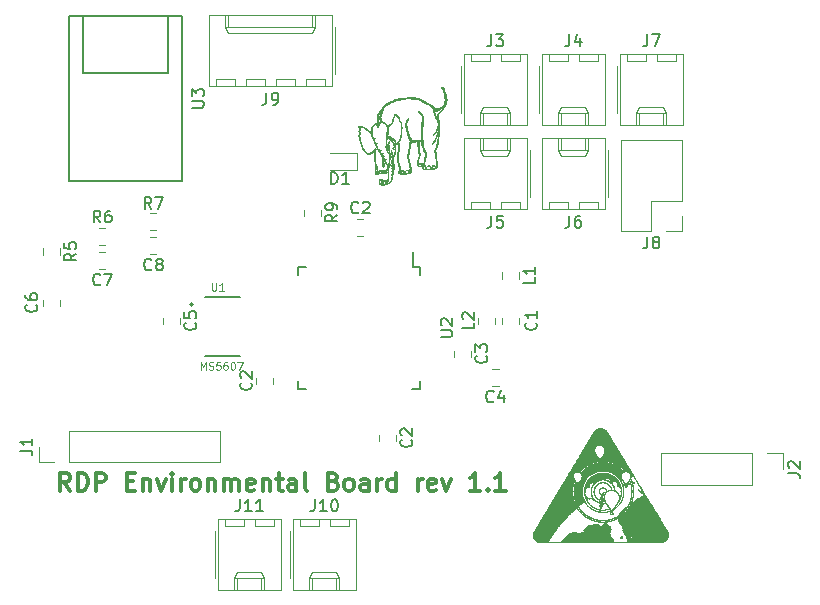
<source format=gto>
%TF.GenerationSoftware,KiCad,Pcbnew,5.0.1*%
%TF.CreationDate,2019-02-04T17:12:45-06:00*%
%TF.ProjectId,RDP-Environmental,5244502D456E7669726F6E6D656E7461,01*%
%TF.SameCoordinates,Original*%
%TF.FileFunction,Legend,Top*%
%TF.FilePolarity,Positive*%
%FSLAX46Y46*%
G04 Gerber Fmt 4.6, Leading zero omitted, Abs format (unit mm)*
G04 Created by KiCad (PCBNEW 5.0.1) date Mon 04 Feb 2019 05:12:45 PM CST*
%MOMM*%
%LPD*%
G01*
G04 APERTURE LIST*
%ADD10C,0.300000*%
%ADD11C,0.120000*%
%ADD12C,0.127000*%
%ADD13C,0.200000*%
%ADD14C,0.150000*%
%ADD15C,0.010000*%
%ADD16C,0.050000*%
G04 APERTURE END LIST*
D10*
X31819714Y-62146571D02*
X31319714Y-61432285D01*
X30962571Y-62146571D02*
X30962571Y-60646571D01*
X31533999Y-60646571D01*
X31676857Y-60718000D01*
X31748285Y-60789428D01*
X31819714Y-60932285D01*
X31819714Y-61146571D01*
X31748285Y-61289428D01*
X31676857Y-61360857D01*
X31533999Y-61432285D01*
X30962571Y-61432285D01*
X32462571Y-62146571D02*
X32462571Y-60646571D01*
X32819714Y-60646571D01*
X33033999Y-60718000D01*
X33176857Y-60860857D01*
X33248285Y-61003714D01*
X33319714Y-61289428D01*
X33319714Y-61503714D01*
X33248285Y-61789428D01*
X33176857Y-61932285D01*
X33033999Y-62075142D01*
X32819714Y-62146571D01*
X32462571Y-62146571D01*
X33962571Y-62146571D02*
X33962571Y-60646571D01*
X34533999Y-60646571D01*
X34676857Y-60718000D01*
X34748285Y-60789428D01*
X34819714Y-60932285D01*
X34819714Y-61146571D01*
X34748285Y-61289428D01*
X34676857Y-61360857D01*
X34533999Y-61432285D01*
X33962571Y-61432285D01*
X36605428Y-61360857D02*
X37105428Y-61360857D01*
X37319714Y-62146571D02*
X36605428Y-62146571D01*
X36605428Y-60646571D01*
X37319714Y-60646571D01*
X37962571Y-61146571D02*
X37962571Y-62146571D01*
X37962571Y-61289428D02*
X38033999Y-61218000D01*
X38176857Y-61146571D01*
X38391142Y-61146571D01*
X38533999Y-61218000D01*
X38605428Y-61360857D01*
X38605428Y-62146571D01*
X39176857Y-61146571D02*
X39533999Y-62146571D01*
X39891142Y-61146571D01*
X40462571Y-62146571D02*
X40462571Y-61146571D01*
X40462571Y-60646571D02*
X40391142Y-60718000D01*
X40462571Y-60789428D01*
X40533999Y-60718000D01*
X40462571Y-60646571D01*
X40462571Y-60789428D01*
X41176857Y-62146571D02*
X41176857Y-61146571D01*
X41176857Y-61432285D02*
X41248285Y-61289428D01*
X41319714Y-61218000D01*
X41462571Y-61146571D01*
X41605428Y-61146571D01*
X42319714Y-62146571D02*
X42176857Y-62075142D01*
X42105428Y-62003714D01*
X42033999Y-61860857D01*
X42033999Y-61432285D01*
X42105428Y-61289428D01*
X42176857Y-61218000D01*
X42319714Y-61146571D01*
X42533999Y-61146571D01*
X42676857Y-61218000D01*
X42748285Y-61289428D01*
X42819714Y-61432285D01*
X42819714Y-61860857D01*
X42748285Y-62003714D01*
X42676857Y-62075142D01*
X42533999Y-62146571D01*
X42319714Y-62146571D01*
X43462571Y-61146571D02*
X43462571Y-62146571D01*
X43462571Y-61289428D02*
X43533999Y-61218000D01*
X43676857Y-61146571D01*
X43891142Y-61146571D01*
X44033999Y-61218000D01*
X44105428Y-61360857D01*
X44105428Y-62146571D01*
X44819714Y-62146571D02*
X44819714Y-61146571D01*
X44819714Y-61289428D02*
X44891142Y-61218000D01*
X45033999Y-61146571D01*
X45248285Y-61146571D01*
X45391142Y-61218000D01*
X45462571Y-61360857D01*
X45462571Y-62146571D01*
X45462571Y-61360857D02*
X45533999Y-61218000D01*
X45676857Y-61146571D01*
X45891142Y-61146571D01*
X46033999Y-61218000D01*
X46105428Y-61360857D01*
X46105428Y-62146571D01*
X47391142Y-62075142D02*
X47248285Y-62146571D01*
X46962571Y-62146571D01*
X46819714Y-62075142D01*
X46748285Y-61932285D01*
X46748285Y-61360857D01*
X46819714Y-61218000D01*
X46962571Y-61146571D01*
X47248285Y-61146571D01*
X47391142Y-61218000D01*
X47462571Y-61360857D01*
X47462571Y-61503714D01*
X46748285Y-61646571D01*
X48105428Y-61146571D02*
X48105428Y-62146571D01*
X48105428Y-61289428D02*
X48176857Y-61218000D01*
X48319714Y-61146571D01*
X48533999Y-61146571D01*
X48676857Y-61218000D01*
X48748285Y-61360857D01*
X48748285Y-62146571D01*
X49248285Y-61146571D02*
X49819714Y-61146571D01*
X49462571Y-60646571D02*
X49462571Y-61932285D01*
X49533999Y-62075142D01*
X49676857Y-62146571D01*
X49819714Y-62146571D01*
X50962571Y-62146571D02*
X50962571Y-61360857D01*
X50891142Y-61218000D01*
X50748285Y-61146571D01*
X50462571Y-61146571D01*
X50319714Y-61218000D01*
X50962571Y-62075142D02*
X50819714Y-62146571D01*
X50462571Y-62146571D01*
X50319714Y-62075142D01*
X50248285Y-61932285D01*
X50248285Y-61789428D01*
X50319714Y-61646571D01*
X50462571Y-61575142D01*
X50819714Y-61575142D01*
X50962571Y-61503714D01*
X51891142Y-62146571D02*
X51748285Y-62075142D01*
X51676857Y-61932285D01*
X51676857Y-60646571D01*
X54105428Y-61360857D02*
X54319714Y-61432285D01*
X54391142Y-61503714D01*
X54462571Y-61646571D01*
X54462571Y-61860857D01*
X54391142Y-62003714D01*
X54319714Y-62075142D01*
X54176857Y-62146571D01*
X53605428Y-62146571D01*
X53605428Y-60646571D01*
X54105428Y-60646571D01*
X54248285Y-60718000D01*
X54319714Y-60789428D01*
X54391142Y-60932285D01*
X54391142Y-61075142D01*
X54319714Y-61218000D01*
X54248285Y-61289428D01*
X54105428Y-61360857D01*
X53605428Y-61360857D01*
X55319714Y-62146571D02*
X55176857Y-62075142D01*
X55105428Y-62003714D01*
X55034000Y-61860857D01*
X55034000Y-61432285D01*
X55105428Y-61289428D01*
X55176857Y-61218000D01*
X55319714Y-61146571D01*
X55534000Y-61146571D01*
X55676857Y-61218000D01*
X55748285Y-61289428D01*
X55819714Y-61432285D01*
X55819714Y-61860857D01*
X55748285Y-62003714D01*
X55676857Y-62075142D01*
X55534000Y-62146571D01*
X55319714Y-62146571D01*
X57105428Y-62146571D02*
X57105428Y-61360857D01*
X57034000Y-61218000D01*
X56891142Y-61146571D01*
X56605428Y-61146571D01*
X56462571Y-61218000D01*
X57105428Y-62075142D02*
X56962571Y-62146571D01*
X56605428Y-62146571D01*
X56462571Y-62075142D01*
X56391142Y-61932285D01*
X56391142Y-61789428D01*
X56462571Y-61646571D01*
X56605428Y-61575142D01*
X56962571Y-61575142D01*
X57105428Y-61503714D01*
X57819714Y-62146571D02*
X57819714Y-61146571D01*
X57819714Y-61432285D02*
X57891142Y-61289428D01*
X57962571Y-61218000D01*
X58105428Y-61146571D01*
X58248285Y-61146571D01*
X59391142Y-62146571D02*
X59391142Y-60646571D01*
X59391142Y-62075142D02*
X59248285Y-62146571D01*
X58962571Y-62146571D01*
X58819714Y-62075142D01*
X58748285Y-62003714D01*
X58676857Y-61860857D01*
X58676857Y-61432285D01*
X58748285Y-61289428D01*
X58819714Y-61218000D01*
X58962571Y-61146571D01*
X59248285Y-61146571D01*
X59391142Y-61218000D01*
X61248285Y-62146571D02*
X61248285Y-61146571D01*
X61248285Y-61432285D02*
X61319714Y-61289428D01*
X61391142Y-61218000D01*
X61534000Y-61146571D01*
X61676857Y-61146571D01*
X62748285Y-62075142D02*
X62605428Y-62146571D01*
X62319714Y-62146571D01*
X62176857Y-62075142D01*
X62105428Y-61932285D01*
X62105428Y-61360857D01*
X62176857Y-61218000D01*
X62319714Y-61146571D01*
X62605428Y-61146571D01*
X62748285Y-61218000D01*
X62819714Y-61360857D01*
X62819714Y-61503714D01*
X62105428Y-61646571D01*
X63319714Y-61146571D02*
X63676857Y-62146571D01*
X64034000Y-61146571D01*
X66534000Y-62146571D02*
X65676857Y-62146571D01*
X66105428Y-62146571D02*
X66105428Y-60646571D01*
X65962571Y-60860857D01*
X65819714Y-61003714D01*
X65676857Y-61075142D01*
X67176857Y-62003714D02*
X67248285Y-62075142D01*
X67176857Y-62146571D01*
X67105428Y-62075142D01*
X67176857Y-62003714D01*
X67176857Y-62146571D01*
X68676857Y-62146571D02*
X67819714Y-62146571D01*
X68248285Y-62146571D02*
X68248285Y-60646571D01*
X68105428Y-60860857D01*
X67962571Y-61003714D01*
X67819714Y-61075142D01*
D11*
X65734000Y-50293748D02*
X65734000Y-50816252D01*
X64314000Y-50293748D02*
X64314000Y-50816252D01*
X56117748Y-40588000D02*
X56640252Y-40588000D01*
X56117748Y-39168000D02*
X56640252Y-39168000D01*
X48970000Y-52579748D02*
X48970000Y-53102252D01*
X47550000Y-52579748D02*
X47550000Y-53102252D01*
X68378000Y-47499748D02*
X68378000Y-48022252D01*
X69798000Y-47499748D02*
X69798000Y-48022252D01*
X59384000Y-57405748D02*
X59384000Y-57928252D01*
X57964000Y-57405748D02*
X57964000Y-57928252D01*
X68088252Y-51868000D02*
X67565748Y-51868000D01*
X68088252Y-53288000D02*
X67565748Y-53288000D01*
X39676000Y-47499748D02*
X39676000Y-48022252D01*
X41096000Y-47499748D02*
X41096000Y-48022252D01*
X29516000Y-46498252D02*
X29516000Y-45975748D01*
X30936000Y-46498252D02*
X30936000Y-45975748D01*
X34805252Y-43382000D02*
X34282748Y-43382000D01*
X34805252Y-41962000D02*
X34282748Y-41962000D01*
X39123252Y-40692000D02*
X38600748Y-40692000D01*
X39123252Y-42112000D02*
X38600748Y-42112000D01*
X53835500Y-35025000D02*
X56120500Y-35025000D01*
X56120500Y-35025000D02*
X56120500Y-33555000D01*
X56120500Y-33555000D02*
X53835500Y-33555000D01*
X44510000Y-59750000D02*
X44510000Y-57090000D01*
X31750000Y-59750000D02*
X44510000Y-59750000D01*
X31750000Y-57090000D02*
X44510000Y-57090000D01*
X31750000Y-59750000D02*
X31750000Y-57090000D01*
X30480000Y-59750000D02*
X29150000Y-59750000D01*
X29150000Y-59750000D02*
X29150000Y-58420000D01*
X81855000Y-58995000D02*
X81855000Y-61655000D01*
X89535000Y-58995000D02*
X81855000Y-58995000D01*
X89535000Y-61655000D02*
X81855000Y-61655000D01*
X89535000Y-58995000D02*
X89535000Y-61655000D01*
X90805000Y-58995000D02*
X92135000Y-58995000D01*
X92135000Y-58995000D02*
X92135000Y-60325000D01*
X69888000Y-25764000D02*
X69888000Y-25164000D01*
X68288000Y-25764000D02*
X69888000Y-25764000D01*
X68288000Y-25164000D02*
X68288000Y-25764000D01*
X67348000Y-25764000D02*
X67348000Y-25164000D01*
X65748000Y-25764000D02*
X67348000Y-25764000D01*
X65748000Y-25164000D02*
X65748000Y-25764000D01*
X68838000Y-31184000D02*
X68838000Y-30184000D01*
X66798000Y-31184000D02*
X66798000Y-30184000D01*
X68838000Y-29654000D02*
X69088000Y-30184000D01*
X66798000Y-29654000D02*
X68838000Y-29654000D01*
X66548000Y-30184000D02*
X66798000Y-29654000D01*
X69088000Y-30184000D02*
X69088000Y-31184000D01*
X66548000Y-30184000D02*
X69088000Y-30184000D01*
X66548000Y-31184000D02*
X66548000Y-30184000D01*
X64878000Y-26194000D02*
X64878000Y-30194000D01*
X70468000Y-25164000D02*
X65168000Y-25164000D01*
X70468000Y-31184000D02*
X70468000Y-25164000D01*
X65168000Y-31184000D02*
X70468000Y-31184000D01*
X65168000Y-25164000D02*
X65168000Y-31184000D01*
X71772000Y-25164000D02*
X71772000Y-31184000D01*
X71772000Y-31184000D02*
X77072000Y-31184000D01*
X77072000Y-31184000D02*
X77072000Y-25164000D01*
X77072000Y-25164000D02*
X71772000Y-25164000D01*
X71482000Y-26194000D02*
X71482000Y-30194000D01*
X73152000Y-31184000D02*
X73152000Y-30184000D01*
X73152000Y-30184000D02*
X75692000Y-30184000D01*
X75692000Y-30184000D02*
X75692000Y-31184000D01*
X73152000Y-30184000D02*
X73402000Y-29654000D01*
X73402000Y-29654000D02*
X75442000Y-29654000D01*
X75442000Y-29654000D02*
X75692000Y-30184000D01*
X73402000Y-31184000D02*
X73402000Y-30184000D01*
X75442000Y-31184000D02*
X75442000Y-30184000D01*
X72352000Y-25164000D02*
X72352000Y-25764000D01*
X72352000Y-25764000D02*
X73952000Y-25764000D01*
X73952000Y-25764000D02*
X73952000Y-25164000D01*
X74892000Y-25164000D02*
X74892000Y-25764000D01*
X74892000Y-25764000D02*
X76492000Y-25764000D01*
X76492000Y-25764000D02*
X76492000Y-25164000D01*
X65748000Y-37736000D02*
X65748000Y-38336000D01*
X67348000Y-37736000D02*
X65748000Y-37736000D01*
X67348000Y-38336000D02*
X67348000Y-37736000D01*
X68288000Y-37736000D02*
X68288000Y-38336000D01*
X69888000Y-37736000D02*
X68288000Y-37736000D01*
X69888000Y-38336000D02*
X69888000Y-37736000D01*
X66798000Y-32316000D02*
X66798000Y-33316000D01*
X68838000Y-32316000D02*
X68838000Y-33316000D01*
X66798000Y-33846000D02*
X66548000Y-33316000D01*
X68838000Y-33846000D02*
X66798000Y-33846000D01*
X69088000Y-33316000D02*
X68838000Y-33846000D01*
X66548000Y-33316000D02*
X66548000Y-32316000D01*
X69088000Y-33316000D02*
X66548000Y-33316000D01*
X69088000Y-32316000D02*
X69088000Y-33316000D01*
X70758000Y-37306000D02*
X70758000Y-33306000D01*
X65168000Y-38336000D02*
X70468000Y-38336000D01*
X65168000Y-32316000D02*
X65168000Y-38336000D01*
X70468000Y-32316000D02*
X65168000Y-32316000D01*
X70468000Y-38336000D02*
X70468000Y-32316000D01*
X77072000Y-38336000D02*
X77072000Y-32316000D01*
X77072000Y-32316000D02*
X71772000Y-32316000D01*
X71772000Y-32316000D02*
X71772000Y-38336000D01*
X71772000Y-38336000D02*
X77072000Y-38336000D01*
X77362000Y-37306000D02*
X77362000Y-33306000D01*
X75692000Y-32316000D02*
X75692000Y-33316000D01*
X75692000Y-33316000D02*
X73152000Y-33316000D01*
X73152000Y-33316000D02*
X73152000Y-32316000D01*
X75692000Y-33316000D02*
X75442000Y-33846000D01*
X75442000Y-33846000D02*
X73402000Y-33846000D01*
X73402000Y-33846000D02*
X73152000Y-33316000D01*
X75442000Y-32316000D02*
X75442000Y-33316000D01*
X73402000Y-32316000D02*
X73402000Y-33316000D01*
X76492000Y-38336000D02*
X76492000Y-37736000D01*
X76492000Y-37736000D02*
X74892000Y-37736000D01*
X74892000Y-37736000D02*
X74892000Y-38336000D01*
X73952000Y-38336000D02*
X73952000Y-37736000D01*
X73952000Y-37736000D02*
X72352000Y-37736000D01*
X72352000Y-37736000D02*
X72352000Y-38336000D01*
X78376000Y-25164000D02*
X78376000Y-31184000D01*
X78376000Y-31184000D02*
X83676000Y-31184000D01*
X83676000Y-31184000D02*
X83676000Y-25164000D01*
X83676000Y-25164000D02*
X78376000Y-25164000D01*
X78086000Y-26194000D02*
X78086000Y-30194000D01*
X79756000Y-31184000D02*
X79756000Y-30184000D01*
X79756000Y-30184000D02*
X82296000Y-30184000D01*
X82296000Y-30184000D02*
X82296000Y-31184000D01*
X79756000Y-30184000D02*
X80006000Y-29654000D01*
X80006000Y-29654000D02*
X82046000Y-29654000D01*
X82046000Y-29654000D02*
X82296000Y-30184000D01*
X80006000Y-31184000D02*
X80006000Y-30184000D01*
X82046000Y-31184000D02*
X82046000Y-30184000D01*
X78956000Y-25164000D02*
X78956000Y-25764000D01*
X78956000Y-25764000D02*
X80556000Y-25764000D01*
X80556000Y-25764000D02*
X80556000Y-25164000D01*
X81496000Y-25164000D02*
X81496000Y-25764000D01*
X81496000Y-25764000D02*
X83096000Y-25764000D01*
X83096000Y-25764000D02*
X83096000Y-25164000D01*
X83626000Y-32452000D02*
X78426000Y-32452000D01*
X83626000Y-37592000D02*
X83626000Y-32452000D01*
X78426000Y-40192000D02*
X78426000Y-32452000D01*
X83626000Y-37592000D02*
X81026000Y-37592000D01*
X81026000Y-37592000D02*
X81026000Y-40192000D01*
X81026000Y-40192000D02*
X78426000Y-40192000D01*
X83626000Y-38862000D02*
X83626000Y-40192000D01*
X83626000Y-40192000D02*
X82296000Y-40192000D01*
X68378000Y-43671748D02*
X68378000Y-44194252D01*
X69798000Y-43671748D02*
X69798000Y-44194252D01*
X67766000Y-47499748D02*
X67766000Y-48022252D01*
X66346000Y-47499748D02*
X66346000Y-48022252D01*
X30936000Y-41648748D02*
X30936000Y-42171252D01*
X29516000Y-41648748D02*
X29516000Y-42171252D01*
X34273748Y-39930000D02*
X34796252Y-39930000D01*
X34273748Y-41350000D02*
X34796252Y-41350000D01*
X39123252Y-38660000D02*
X38600748Y-38660000D01*
X39123252Y-40080000D02*
X38600748Y-40080000D01*
X51614000Y-38355748D02*
X51614000Y-38878252D01*
X53034000Y-38355748D02*
X53034000Y-38878252D01*
D12*
X43204000Y-45760000D02*
X46204000Y-45760000D01*
X43204000Y-50760000D02*
X46204000Y-50760000D01*
D13*
X42177000Y-46387000D02*
G75*
G03X42177000Y-46387000I-100000J0D01*
G01*
D14*
X61451000Y-43199000D02*
X60876000Y-43199000D01*
X61451000Y-53549000D02*
X60776000Y-53549000D01*
X51101000Y-53549000D02*
X51776000Y-53549000D01*
X51101000Y-43199000D02*
X51776000Y-43199000D01*
X61451000Y-43199000D02*
X61451000Y-43874000D01*
X51101000Y-43199000D02*
X51101000Y-43874000D01*
X51101000Y-53549000D02*
X51101000Y-52874000D01*
X61451000Y-53549000D02*
X61451000Y-52874000D01*
X60876000Y-43199000D02*
X60876000Y-41924000D01*
X31694000Y-35956000D02*
X31694000Y-21956000D01*
X41294000Y-21956000D02*
X31694000Y-21956000D01*
X41294000Y-35956000D02*
X41294000Y-21956000D01*
X31694000Y-35956000D02*
X41294000Y-35956000D01*
X32894000Y-21956000D02*
X32894000Y-26756000D01*
X32894000Y-26756000D02*
X40094000Y-26756000D01*
X40094000Y-26756000D02*
X40094000Y-21956000D01*
D15*
G36*
X74177529Y-61003187D02*
X74207057Y-61017016D01*
X74234999Y-61037434D01*
X74246971Y-61049289D01*
X74262510Y-61068594D01*
X74268284Y-61083359D01*
X74264507Y-61096900D01*
X74251390Y-61112536D01*
X74251038Y-61112888D01*
X74229430Y-61127582D01*
X74204448Y-61131050D01*
X74174861Y-61123367D01*
X74163489Y-61118206D01*
X74140302Y-61103861D01*
X74119734Y-61086050D01*
X74104061Y-61067360D01*
X74095560Y-61050377D01*
X74095175Y-61040598D01*
X74106513Y-61020828D01*
X74125403Y-61005487D01*
X74147053Y-60998257D01*
X74150474Y-60998100D01*
X74177529Y-61003187D01*
X74177529Y-61003187D01*
G37*
X74177529Y-61003187D02*
X74207057Y-61017016D01*
X74234999Y-61037434D01*
X74246971Y-61049289D01*
X74262510Y-61068594D01*
X74268284Y-61083359D01*
X74264507Y-61096900D01*
X74251390Y-61112536D01*
X74251038Y-61112888D01*
X74229430Y-61127582D01*
X74204448Y-61131050D01*
X74174861Y-61123367D01*
X74163489Y-61118206D01*
X74140302Y-61103861D01*
X74119734Y-61086050D01*
X74104061Y-61067360D01*
X74095560Y-61050377D01*
X74095175Y-61040598D01*
X74106513Y-61020828D01*
X74125403Y-61005487D01*
X74147053Y-60998257D01*
X74150474Y-60998100D01*
X74177529Y-61003187D01*
G36*
X73417509Y-62219319D02*
X73420221Y-62219826D01*
X73435736Y-62224020D01*
X73445176Y-62228542D01*
X73445318Y-62228678D01*
X73444849Y-62236264D01*
X73438614Y-62250819D01*
X73428546Y-62269213D01*
X73416578Y-62288311D01*
X73404639Y-62304983D01*
X73394663Y-62316097D01*
X73389679Y-62318900D01*
X73380605Y-62313903D01*
X73369959Y-62301559D01*
X73367830Y-62298262D01*
X73358301Y-62280146D01*
X73356742Y-62266495D01*
X73363849Y-62253007D01*
X73377557Y-62238122D01*
X73392571Y-62224572D01*
X73404338Y-62218969D01*
X73417509Y-62219319D01*
X73417509Y-62219319D01*
G37*
X73417509Y-62219319D02*
X73420221Y-62219826D01*
X73435736Y-62224020D01*
X73445176Y-62228542D01*
X73445318Y-62228678D01*
X73444849Y-62236264D01*
X73438614Y-62250819D01*
X73428546Y-62269213D01*
X73416578Y-62288311D01*
X73404639Y-62304983D01*
X73394663Y-62316097D01*
X73389679Y-62318900D01*
X73380605Y-62313903D01*
X73369959Y-62301559D01*
X73367830Y-62298262D01*
X73358301Y-62280146D01*
X73356742Y-62266495D01*
X73363849Y-62253007D01*
X73377557Y-62238122D01*
X73392571Y-62224572D01*
X73404338Y-62218969D01*
X73417509Y-62219319D01*
G36*
X73194391Y-62774587D02*
X73208836Y-62786660D01*
X73221696Y-62802307D01*
X73225388Y-62808552D01*
X73231826Y-62830055D01*
X73226492Y-62848752D01*
X73211093Y-62864834D01*
X73192280Y-62875713D01*
X73175508Y-62875276D01*
X73157435Y-62863337D01*
X73155697Y-62861752D01*
X73144022Y-62847994D01*
X73142003Y-62835605D01*
X73142997Y-62831590D01*
X73149235Y-62817040D01*
X73158749Y-62799890D01*
X73169164Y-62783867D01*
X73178103Y-62772698D01*
X73182416Y-62769750D01*
X73194391Y-62774587D01*
X73194391Y-62774587D01*
G37*
X73194391Y-62774587D02*
X73208836Y-62786660D01*
X73221696Y-62802307D01*
X73225388Y-62808552D01*
X73231826Y-62830055D01*
X73226492Y-62848752D01*
X73211093Y-62864834D01*
X73192280Y-62875713D01*
X73175508Y-62875276D01*
X73157435Y-62863337D01*
X73155697Y-62861752D01*
X73144022Y-62847994D01*
X73142003Y-62835605D01*
X73142997Y-62831590D01*
X73149235Y-62817040D01*
X73158749Y-62799890D01*
X73169164Y-62783867D01*
X73178103Y-62772698D01*
X73182416Y-62769750D01*
X73194391Y-62774587D01*
G36*
X79923447Y-62053117D02*
X79921245Y-62061807D01*
X79919036Y-62063977D01*
X79909719Y-62067762D01*
X79902177Y-62061878D01*
X79897857Y-62053496D01*
X79904550Y-62048406D01*
X79904936Y-62048256D01*
X79916957Y-62047425D01*
X79923447Y-62053117D01*
X79923447Y-62053117D01*
G37*
X79923447Y-62053117D02*
X79921245Y-62061807D01*
X79919036Y-62063977D01*
X79909719Y-62067762D01*
X79902177Y-62061878D01*
X79897857Y-62053496D01*
X79904550Y-62048406D01*
X79904936Y-62048256D01*
X79916957Y-62047425D01*
X79923447Y-62053117D01*
G36*
X79942164Y-62071285D02*
X79953495Y-62080253D01*
X79968162Y-62087160D01*
X79978362Y-62091464D01*
X79983962Y-62097816D01*
X79986416Y-62109681D01*
X79987183Y-62130527D01*
X79987212Y-62132500D01*
X79989197Y-62159878D01*
X79994615Y-62177608D01*
X79999047Y-62183977D01*
X80006218Y-62194398D01*
X80003782Y-62201380D01*
X80002222Y-62202700D01*
X79987834Y-62211392D01*
X79972520Y-62213176D01*
X79963960Y-62212342D01*
X79950681Y-62207381D01*
X79940483Y-62198367D01*
X79936254Y-62188777D01*
X79939429Y-62182820D01*
X79948096Y-62170390D01*
X79948754Y-62150045D01*
X79941484Y-62123662D01*
X79936397Y-62111886D01*
X79927199Y-62090509D01*
X79924141Y-62077298D01*
X79926658Y-62069637D01*
X79927156Y-62069113D01*
X79935303Y-62065495D01*
X79942164Y-62071285D01*
X79942164Y-62071285D01*
G37*
X79942164Y-62071285D02*
X79953495Y-62080253D01*
X79968162Y-62087160D01*
X79978362Y-62091464D01*
X79983962Y-62097816D01*
X79986416Y-62109681D01*
X79987183Y-62130527D01*
X79987212Y-62132500D01*
X79989197Y-62159878D01*
X79994615Y-62177608D01*
X79999047Y-62183977D01*
X80006218Y-62194398D01*
X80003782Y-62201380D01*
X80002222Y-62202700D01*
X79987834Y-62211392D01*
X79972520Y-62213176D01*
X79963960Y-62212342D01*
X79950681Y-62207381D01*
X79940483Y-62198367D01*
X79936254Y-62188777D01*
X79939429Y-62182820D01*
X79948096Y-62170390D01*
X79948754Y-62150045D01*
X79941484Y-62123662D01*
X79936397Y-62111886D01*
X79927199Y-62090509D01*
X79924141Y-62077298D01*
X79926658Y-62069637D01*
X79927156Y-62069113D01*
X79935303Y-62065495D01*
X79942164Y-62071285D01*
G36*
X72729038Y-63421622D02*
X72754106Y-63432263D01*
X72779402Y-63447030D01*
X72800526Y-63463521D01*
X72808446Y-63472036D01*
X72819971Y-63493851D01*
X72820579Y-63513753D01*
X72812038Y-63530447D01*
X72796114Y-63542638D01*
X72774576Y-63549033D01*
X72749191Y-63548337D01*
X72721727Y-63539255D01*
X72718735Y-63537730D01*
X72697055Y-63523785D01*
X72676790Y-63506503D01*
X72660689Y-63488704D01*
X72651499Y-63473209D01*
X72650350Y-63467549D01*
X72655883Y-63451020D01*
X72669888Y-63434941D01*
X72688468Y-63422658D01*
X72707729Y-63417519D01*
X72708599Y-63417509D01*
X72729038Y-63421622D01*
X72729038Y-63421622D01*
G37*
X72729038Y-63421622D02*
X72754106Y-63432263D01*
X72779402Y-63447030D01*
X72800526Y-63463521D01*
X72808446Y-63472036D01*
X72819971Y-63493851D01*
X72820579Y-63513753D01*
X72812038Y-63530447D01*
X72796114Y-63542638D01*
X72774576Y-63549033D01*
X72749191Y-63548337D01*
X72721727Y-63539255D01*
X72718735Y-63537730D01*
X72697055Y-63523785D01*
X72676790Y-63506503D01*
X72660689Y-63488704D01*
X72651499Y-63473209D01*
X72650350Y-63467549D01*
X72655883Y-63451020D01*
X72669888Y-63434941D01*
X72688468Y-63422658D01*
X72707729Y-63417519D01*
X72708599Y-63417509D01*
X72729038Y-63421622D01*
G36*
X79952033Y-63594829D02*
X79968604Y-63609360D01*
X79980889Y-63633979D01*
X79983725Y-63644739D01*
X79986889Y-63682337D01*
X79979541Y-63714694D01*
X79962012Y-63740474D01*
X79959436Y-63742887D01*
X79942292Y-63756013D01*
X79928629Y-63759349D01*
X79914333Y-63753286D01*
X79906940Y-63747865D01*
X79888064Y-63725785D01*
X79878609Y-63696239D01*
X79877987Y-63661752D01*
X79884661Y-63630877D01*
X79897491Y-63608412D01*
X79914388Y-63594691D01*
X79933265Y-63590052D01*
X79952033Y-63594829D01*
X79952033Y-63594829D01*
G37*
X79952033Y-63594829D02*
X79968604Y-63609360D01*
X79980889Y-63633979D01*
X79983725Y-63644739D01*
X79986889Y-63682337D01*
X79979541Y-63714694D01*
X79962012Y-63740474D01*
X79959436Y-63742887D01*
X79942292Y-63756013D01*
X79928629Y-63759349D01*
X79914333Y-63753286D01*
X79906940Y-63747865D01*
X79888064Y-63725785D01*
X79878609Y-63696239D01*
X79877987Y-63661752D01*
X79884661Y-63630877D01*
X79897491Y-63608412D01*
X79914388Y-63594691D01*
X79933265Y-63590052D01*
X79952033Y-63594829D01*
G36*
X72476841Y-63968387D02*
X72491286Y-63980460D01*
X72504146Y-63996107D01*
X72507838Y-64002352D01*
X72514276Y-64023855D01*
X72508942Y-64042552D01*
X72493543Y-64058634D01*
X72474730Y-64069513D01*
X72457958Y-64069076D01*
X72439885Y-64057137D01*
X72438147Y-64055552D01*
X72426472Y-64041794D01*
X72424453Y-64029405D01*
X72425447Y-64025390D01*
X72431685Y-64010840D01*
X72441199Y-63993690D01*
X72451614Y-63977667D01*
X72460553Y-63966498D01*
X72464866Y-63963550D01*
X72476841Y-63968387D01*
X72476841Y-63968387D01*
G37*
X72476841Y-63968387D02*
X72491286Y-63980460D01*
X72504146Y-63996107D01*
X72507838Y-64002352D01*
X72514276Y-64023855D01*
X72508942Y-64042552D01*
X72493543Y-64058634D01*
X72474730Y-64069513D01*
X72457958Y-64069076D01*
X72439885Y-64057137D01*
X72438147Y-64055552D01*
X72426472Y-64041794D01*
X72424453Y-64029405D01*
X72425447Y-64025390D01*
X72431685Y-64010840D01*
X72441199Y-63993690D01*
X72451614Y-63977667D01*
X72460553Y-63966498D01*
X72464866Y-63963550D01*
X72476841Y-63968387D01*
G36*
X80054304Y-64223583D02*
X80070087Y-64237475D01*
X80080545Y-64253622D01*
X80085030Y-64268262D01*
X80084939Y-64270813D01*
X80082793Y-64277641D01*
X80076955Y-64281860D01*
X80064723Y-64284274D01*
X80043400Y-64285689D01*
X80033716Y-64286081D01*
X80007343Y-64286523D01*
X79991217Y-64285197D01*
X79982970Y-64281774D01*
X79980869Y-64278716D01*
X79981362Y-64265676D01*
X79988341Y-64248774D01*
X79999181Y-64232993D01*
X80009648Y-64224088D01*
X80032845Y-64217559D01*
X80054304Y-64223583D01*
X80054304Y-64223583D01*
G37*
X80054304Y-64223583D02*
X80070087Y-64237475D01*
X80080545Y-64253622D01*
X80085030Y-64268262D01*
X80084939Y-64270813D01*
X80082793Y-64277641D01*
X80076955Y-64281860D01*
X80064723Y-64284274D01*
X80043400Y-64285689D01*
X80033716Y-64286081D01*
X80007343Y-64286523D01*
X79991217Y-64285197D01*
X79982970Y-64281774D01*
X79980869Y-64278716D01*
X79981362Y-64265676D01*
X79988341Y-64248774D01*
X79999181Y-64232993D01*
X80009648Y-64224088D01*
X80032845Y-64217559D01*
X80054304Y-64223583D01*
G36*
X80637833Y-64229829D02*
X80654404Y-64244360D01*
X80666689Y-64268979D01*
X80669525Y-64279739D01*
X80672689Y-64317337D01*
X80665341Y-64349694D01*
X80647812Y-64375474D01*
X80645236Y-64377887D01*
X80628092Y-64391013D01*
X80614429Y-64394349D01*
X80600133Y-64388286D01*
X80592740Y-64382865D01*
X80573864Y-64360785D01*
X80564409Y-64331239D01*
X80563787Y-64296752D01*
X80570461Y-64265877D01*
X80583291Y-64243412D01*
X80600188Y-64229691D01*
X80619065Y-64225052D01*
X80637833Y-64229829D01*
X80637833Y-64229829D01*
G37*
X80637833Y-64229829D02*
X80654404Y-64244360D01*
X80666689Y-64268979D01*
X80669525Y-64279739D01*
X80672689Y-64317337D01*
X80665341Y-64349694D01*
X80647812Y-64375474D01*
X80645236Y-64377887D01*
X80628092Y-64391013D01*
X80614429Y-64394349D01*
X80600133Y-64388286D01*
X80592740Y-64382865D01*
X80573864Y-64360785D01*
X80564409Y-64331239D01*
X80563787Y-64296752D01*
X80570461Y-64265877D01*
X80583291Y-64243412D01*
X80600188Y-64229691D01*
X80619065Y-64225052D01*
X80637833Y-64229829D01*
G36*
X71925259Y-64714869D02*
X71927971Y-64715376D01*
X71943486Y-64719570D01*
X71952926Y-64724092D01*
X71953068Y-64724228D01*
X71952599Y-64731814D01*
X71946364Y-64746369D01*
X71936296Y-64764763D01*
X71924328Y-64783861D01*
X71912389Y-64800533D01*
X71902413Y-64811647D01*
X71897429Y-64814450D01*
X71888355Y-64809453D01*
X71877709Y-64797109D01*
X71875580Y-64793812D01*
X71866051Y-64775696D01*
X71864492Y-64762045D01*
X71871599Y-64748557D01*
X71885307Y-64733672D01*
X71900321Y-64720122D01*
X71912088Y-64714519D01*
X71925259Y-64714869D01*
X71925259Y-64714869D01*
G37*
X71925259Y-64714869D02*
X71927971Y-64715376D01*
X71943486Y-64719570D01*
X71952926Y-64724092D01*
X71953068Y-64724228D01*
X71952599Y-64731814D01*
X71946364Y-64746369D01*
X71936296Y-64764763D01*
X71924328Y-64783861D01*
X71912389Y-64800533D01*
X71902413Y-64811647D01*
X71897429Y-64814450D01*
X71888355Y-64809453D01*
X71877709Y-64797109D01*
X71875580Y-64793812D01*
X71866051Y-64775696D01*
X71864492Y-64762045D01*
X71871599Y-64748557D01*
X71885307Y-64733672D01*
X71900321Y-64720122D01*
X71912088Y-64714519D01*
X71925259Y-64714869D01*
G36*
X81691933Y-64864829D02*
X81708504Y-64879360D01*
X81720789Y-64903979D01*
X81723625Y-64914739D01*
X81726789Y-64952337D01*
X81719441Y-64984694D01*
X81701912Y-65010474D01*
X81699336Y-65012887D01*
X81682192Y-65026013D01*
X81668529Y-65029349D01*
X81654233Y-65023286D01*
X81646840Y-65017865D01*
X81627964Y-64995785D01*
X81618509Y-64966239D01*
X81617887Y-64931752D01*
X81624561Y-64900877D01*
X81637391Y-64878412D01*
X81654288Y-64864691D01*
X81673165Y-64860052D01*
X81691933Y-64864829D01*
X81691933Y-64864829D01*
G37*
X81691933Y-64864829D02*
X81708504Y-64879360D01*
X81720789Y-64903979D01*
X81723625Y-64914739D01*
X81726789Y-64952337D01*
X81719441Y-64984694D01*
X81701912Y-65010474D01*
X81699336Y-65012887D01*
X81682192Y-65026013D01*
X81668529Y-65029349D01*
X81654233Y-65023286D01*
X81646840Y-65017865D01*
X81627964Y-64995785D01*
X81618509Y-64966239D01*
X81617887Y-64931752D01*
X81624561Y-64900877D01*
X81637391Y-64878412D01*
X81654288Y-64864691D01*
X81673165Y-64860052D01*
X81691933Y-64864829D01*
G36*
X79856783Y-64864829D02*
X79873354Y-64879360D01*
X79885639Y-64903979D01*
X79888475Y-64914739D01*
X79891639Y-64952337D01*
X79884291Y-64984694D01*
X79866762Y-65010474D01*
X79864186Y-65012887D01*
X79847042Y-65026013D01*
X79833379Y-65029349D01*
X79819083Y-65023286D01*
X79811690Y-65017865D01*
X79792814Y-64995785D01*
X79783359Y-64966239D01*
X79782737Y-64931752D01*
X79789411Y-64900877D01*
X79802241Y-64878412D01*
X79819138Y-64864691D01*
X79838015Y-64860052D01*
X79856783Y-64864829D01*
X79856783Y-64864829D01*
G37*
X79856783Y-64864829D02*
X79873354Y-64879360D01*
X79885639Y-64903979D01*
X79888475Y-64914739D01*
X79891639Y-64952337D01*
X79884291Y-64984694D01*
X79866762Y-65010474D01*
X79864186Y-65012887D01*
X79847042Y-65026013D01*
X79833379Y-65029349D01*
X79819083Y-65023286D01*
X79811690Y-65017865D01*
X79792814Y-64995785D01*
X79783359Y-64966239D01*
X79782737Y-64931752D01*
X79789411Y-64900877D01*
X79802241Y-64878412D01*
X79819138Y-64864691D01*
X79838015Y-64860052D01*
X79856783Y-64864829D01*
G36*
X71676741Y-65314587D02*
X71691186Y-65326660D01*
X71704046Y-65342307D01*
X71707738Y-65348552D01*
X71714176Y-65370055D01*
X71708842Y-65388752D01*
X71693443Y-65404834D01*
X71674630Y-65415713D01*
X71657858Y-65415276D01*
X71639785Y-65403337D01*
X71638047Y-65401752D01*
X71626372Y-65387994D01*
X71624353Y-65375605D01*
X71625347Y-65371590D01*
X71631585Y-65357040D01*
X71641099Y-65339890D01*
X71651514Y-65323867D01*
X71660453Y-65312698D01*
X71664766Y-65309750D01*
X71676741Y-65314587D01*
X71676741Y-65314587D01*
G37*
X71676741Y-65314587D02*
X71691186Y-65326660D01*
X71704046Y-65342307D01*
X71707738Y-65348552D01*
X71714176Y-65370055D01*
X71708842Y-65388752D01*
X71693443Y-65404834D01*
X71674630Y-65415713D01*
X71657858Y-65415276D01*
X71639785Y-65403337D01*
X71638047Y-65401752D01*
X71626372Y-65387994D01*
X71624353Y-65375605D01*
X71625347Y-65371590D01*
X71631585Y-65357040D01*
X71641099Y-65339890D01*
X71651514Y-65323867D01*
X71660453Y-65312698D01*
X71664766Y-65309750D01*
X71676741Y-65314587D01*
G36*
X81159746Y-65499525D02*
X81176362Y-65514683D01*
X81188352Y-65536794D01*
X81195314Y-65563281D01*
X81196848Y-65591564D01*
X81192551Y-65619066D01*
X81182023Y-65643208D01*
X81164957Y-65661345D01*
X81146747Y-65670290D01*
X81129859Y-65668856D01*
X81110988Y-65656610D01*
X81107834Y-65653860D01*
X81094661Y-65639402D01*
X81087692Y-65622845D01*
X81084735Y-65603417D01*
X81084395Y-65564797D01*
X81090986Y-65533322D01*
X81103883Y-65510254D01*
X81122464Y-65496853D01*
X81138904Y-65493900D01*
X81159746Y-65499525D01*
X81159746Y-65499525D01*
G37*
X81159746Y-65499525D02*
X81176362Y-65514683D01*
X81188352Y-65536794D01*
X81195314Y-65563281D01*
X81196848Y-65591564D01*
X81192551Y-65619066D01*
X81182023Y-65643208D01*
X81164957Y-65661345D01*
X81146747Y-65670290D01*
X81129859Y-65668856D01*
X81110988Y-65656610D01*
X81107834Y-65653860D01*
X81094661Y-65639402D01*
X81087692Y-65622845D01*
X81084735Y-65603417D01*
X81084395Y-65564797D01*
X81090986Y-65533322D01*
X81103883Y-65510254D01*
X81122464Y-65496853D01*
X81138904Y-65493900D01*
X81159746Y-65499525D01*
G36*
X71453379Y-65562487D02*
X71482907Y-65576316D01*
X71510849Y-65596734D01*
X71522821Y-65608589D01*
X71538360Y-65627894D01*
X71544134Y-65642659D01*
X71540357Y-65656200D01*
X71527240Y-65671836D01*
X71526888Y-65672188D01*
X71505280Y-65686882D01*
X71480298Y-65690350D01*
X71450711Y-65682667D01*
X71439339Y-65677506D01*
X71416152Y-65663161D01*
X71395584Y-65645350D01*
X71379911Y-65626660D01*
X71371410Y-65609677D01*
X71371025Y-65599898D01*
X71382363Y-65580128D01*
X71401253Y-65564787D01*
X71422903Y-65557557D01*
X71426324Y-65557400D01*
X71453379Y-65562487D01*
X71453379Y-65562487D01*
G37*
X71453379Y-65562487D02*
X71482907Y-65576316D01*
X71510849Y-65596734D01*
X71522821Y-65608589D01*
X71538360Y-65627894D01*
X71544134Y-65642659D01*
X71540357Y-65656200D01*
X71527240Y-65671836D01*
X71526888Y-65672188D01*
X71505280Y-65686882D01*
X71480298Y-65690350D01*
X71450711Y-65682667D01*
X71439339Y-65677506D01*
X71416152Y-65663161D01*
X71395584Y-65645350D01*
X71379911Y-65626660D01*
X71371410Y-65609677D01*
X71371025Y-65599898D01*
X71382363Y-65580128D01*
X71401253Y-65564787D01*
X71422903Y-65557557D01*
X71426324Y-65557400D01*
X71453379Y-65562487D01*
G36*
X80810496Y-66134525D02*
X80827112Y-66149683D01*
X80839102Y-66171794D01*
X80846064Y-66198281D01*
X80847598Y-66226564D01*
X80843301Y-66254066D01*
X80832773Y-66278208D01*
X80815707Y-66296345D01*
X80797497Y-66305290D01*
X80780609Y-66303856D01*
X80761738Y-66291610D01*
X80758584Y-66288860D01*
X80745411Y-66274402D01*
X80738442Y-66257845D01*
X80735485Y-66238417D01*
X80735145Y-66199797D01*
X80741736Y-66168322D01*
X80754633Y-66145254D01*
X80773214Y-66131853D01*
X80789654Y-66128900D01*
X80810496Y-66134525D01*
X80810496Y-66134525D01*
G37*
X80810496Y-66134525D02*
X80827112Y-66149683D01*
X80839102Y-66171794D01*
X80846064Y-66198281D01*
X80847598Y-66226564D01*
X80843301Y-66254066D01*
X80832773Y-66278208D01*
X80815707Y-66296345D01*
X80797497Y-66305290D01*
X80780609Y-66303856D01*
X80761738Y-66291610D01*
X80758584Y-66288860D01*
X80745411Y-66274402D01*
X80738442Y-66257845D01*
X80735485Y-66238417D01*
X80735145Y-66199797D01*
X80741736Y-66168322D01*
X80754633Y-66145254D01*
X80773214Y-66131853D01*
X80789654Y-66128900D01*
X80810496Y-66134525D01*
G36*
X79774904Y-66128583D02*
X79790687Y-66142475D01*
X79801145Y-66158622D01*
X79805630Y-66173262D01*
X79805539Y-66175813D01*
X79803393Y-66182641D01*
X79797555Y-66186860D01*
X79785323Y-66189274D01*
X79764000Y-66190689D01*
X79754316Y-66191081D01*
X79727943Y-66191523D01*
X79711817Y-66190197D01*
X79703570Y-66186774D01*
X79701469Y-66183716D01*
X79701962Y-66170676D01*
X79708941Y-66153774D01*
X79719781Y-66137993D01*
X79730248Y-66129088D01*
X79753445Y-66122559D01*
X79774904Y-66128583D01*
X79774904Y-66128583D01*
G37*
X79774904Y-66128583D02*
X79790687Y-66142475D01*
X79801145Y-66158622D01*
X79805630Y-66173262D01*
X79805539Y-66175813D01*
X79803393Y-66182641D01*
X79797555Y-66186860D01*
X79785323Y-66189274D01*
X79764000Y-66190689D01*
X79754316Y-66191081D01*
X79727943Y-66191523D01*
X79711817Y-66190197D01*
X79703570Y-66186774D01*
X79701469Y-66183716D01*
X79701962Y-66170676D01*
X79708941Y-66153774D01*
X79719781Y-66137993D01*
X79730248Y-66129088D01*
X79753445Y-66122559D01*
X79774904Y-66128583D01*
G36*
X75813765Y-65024875D02*
X75813475Y-65031717D01*
X75815021Y-65040470D01*
X75819002Y-65052581D01*
X75822268Y-65062944D01*
X75820317Y-65069032D01*
X75810673Y-65073194D01*
X75792955Y-65077329D01*
X75779439Y-65078798D01*
X75772836Y-65077319D01*
X75771547Y-65068161D01*
X75776528Y-65053920D01*
X75785621Y-65039009D01*
X75796662Y-65027843D01*
X75797250Y-65027447D01*
X75809240Y-65021436D01*
X75813765Y-65024875D01*
X75813765Y-65024875D01*
G37*
X75813765Y-65024875D02*
X75813475Y-65031717D01*
X75815021Y-65040470D01*
X75819002Y-65052581D01*
X75822268Y-65062944D01*
X75820317Y-65069032D01*
X75810673Y-65073194D01*
X75792955Y-65077329D01*
X75779439Y-65078798D01*
X75772836Y-65077319D01*
X75771547Y-65068161D01*
X75776528Y-65053920D01*
X75785621Y-65039009D01*
X75796662Y-65027843D01*
X75797250Y-65027447D01*
X75809240Y-65021436D01*
X75813765Y-65024875D01*
G36*
X75400771Y-65307113D02*
X75403592Y-65315107D01*
X75402389Y-65326096D01*
X75402432Y-65342557D01*
X75406585Y-65351428D01*
X75410964Y-65359606D01*
X75404179Y-65363915D01*
X75402329Y-65364424D01*
X75390463Y-65371715D01*
X75378307Y-65385076D01*
X75377472Y-65386289D01*
X75363088Y-65403685D01*
X75347407Y-65417929D01*
X75329839Y-65430936D01*
X75324181Y-65416380D01*
X75322177Y-65404100D01*
X75329218Y-65393938D01*
X75334036Y-65390019D01*
X75346637Y-65376850D01*
X75359333Y-65358241D01*
X75362764Y-65351919D01*
X75376979Y-65326789D01*
X75389286Y-65311265D01*
X75398773Y-65306425D01*
X75400771Y-65307113D01*
X75400771Y-65307113D01*
G37*
X75400771Y-65307113D02*
X75403592Y-65315107D01*
X75402389Y-65326096D01*
X75402432Y-65342557D01*
X75406585Y-65351428D01*
X75410964Y-65359606D01*
X75404179Y-65363915D01*
X75402329Y-65364424D01*
X75390463Y-65371715D01*
X75378307Y-65385076D01*
X75377472Y-65386289D01*
X75363088Y-65403685D01*
X75347407Y-65417929D01*
X75329839Y-65430936D01*
X75324181Y-65416380D01*
X75322177Y-65404100D01*
X75329218Y-65393938D01*
X75334036Y-65390019D01*
X75346637Y-65376850D01*
X75359333Y-65358241D01*
X75362764Y-65351919D01*
X75376979Y-65326789D01*
X75389286Y-65311265D01*
X75398773Y-65306425D01*
X75400771Y-65307113D01*
G36*
X75282766Y-65456883D02*
X75289160Y-65468248D01*
X75292762Y-65483271D01*
X75292926Y-65496870D01*
X75289003Y-65503962D01*
X75288775Y-65504033D01*
X75278307Y-65503225D01*
X75268787Y-65500269D01*
X75254490Y-65491927D01*
X75251830Y-65481561D01*
X75260263Y-65466698D01*
X75261143Y-65465567D01*
X75271208Y-65454679D01*
X75278287Y-65453382D01*
X75282766Y-65456883D01*
X75282766Y-65456883D01*
G37*
X75282766Y-65456883D02*
X75289160Y-65468248D01*
X75292762Y-65483271D01*
X75292926Y-65496870D01*
X75289003Y-65503962D01*
X75288775Y-65504033D01*
X75278307Y-65503225D01*
X75268787Y-65500269D01*
X75254490Y-65491927D01*
X75251830Y-65481561D01*
X75260263Y-65466698D01*
X75261143Y-65465567D01*
X75271208Y-65454679D01*
X75278287Y-65453382D01*
X75282766Y-65456883D01*
G36*
X78476430Y-65953593D02*
X78485445Y-65961980D01*
X78492631Y-65970150D01*
X78517945Y-66001726D01*
X78535468Y-66029831D01*
X78547550Y-66058642D01*
X78553052Y-66077565D01*
X78563474Y-66118306D01*
X78539024Y-66139226D01*
X78506841Y-66162392D01*
X78476081Y-66176296D01*
X78448292Y-66180652D01*
X78425023Y-66175174D01*
X78410260Y-66162968D01*
X78401164Y-66149121D01*
X78397113Y-66138440D01*
X78397100Y-66138055D01*
X78393276Y-66128228D01*
X78383807Y-66114199D01*
X78381032Y-66110779D01*
X78364964Y-66091683D01*
X78381812Y-66080129D01*
X78395509Y-66069707D01*
X78414079Y-66054301D01*
X78430229Y-66040158D01*
X78447285Y-66024025D01*
X78456343Y-66012471D01*
X78459343Y-66002161D01*
X78458511Y-65991492D01*
X78459187Y-65970662D01*
X78464324Y-65959583D01*
X78470469Y-65953197D01*
X78476430Y-65953593D01*
X78476430Y-65953593D01*
G37*
X78476430Y-65953593D02*
X78485445Y-65961980D01*
X78492631Y-65970150D01*
X78517945Y-66001726D01*
X78535468Y-66029831D01*
X78547550Y-66058642D01*
X78553052Y-66077565D01*
X78563474Y-66118306D01*
X78539024Y-66139226D01*
X78506841Y-66162392D01*
X78476081Y-66176296D01*
X78448292Y-66180652D01*
X78425023Y-66175174D01*
X78410260Y-66162968D01*
X78401164Y-66149121D01*
X78397113Y-66138440D01*
X78397100Y-66138055D01*
X78393276Y-66128228D01*
X78383807Y-66114199D01*
X78381032Y-66110779D01*
X78364964Y-66091683D01*
X78381812Y-66080129D01*
X78395509Y-66069707D01*
X78414079Y-66054301D01*
X78430229Y-66040158D01*
X78447285Y-66024025D01*
X78456343Y-66012471D01*
X78459343Y-66002161D01*
X78458511Y-65991492D01*
X78459187Y-65970662D01*
X78464324Y-65959583D01*
X78470469Y-65953197D01*
X78476430Y-65953593D01*
G36*
X77809055Y-66219235D02*
X77813593Y-66229148D01*
X77816327Y-66243590D01*
X77810860Y-66257424D01*
X77806851Y-66263199D01*
X77797950Y-66277561D01*
X77793876Y-66288715D01*
X77793850Y-66289297D01*
X77788461Y-66302644D01*
X77776031Y-66311763D01*
X77769267Y-66313050D01*
X77757249Y-66317051D01*
X77749384Y-66322588D01*
X77739513Y-66328446D01*
X77734597Y-66327880D01*
X77731133Y-66318687D01*
X77730350Y-66310086D01*
X77727235Y-66295759D01*
X77723283Y-66289473D01*
X77718768Y-66279833D01*
X77725654Y-66272711D01*
X77742750Y-66268962D01*
X77752261Y-66268600D01*
X77769960Y-66267642D01*
X77779023Y-66263414D01*
X77783456Y-66253883D01*
X77783790Y-66252594D01*
X77784368Y-66235297D01*
X77781029Y-66223925D01*
X77777636Y-66213181D01*
X77783630Y-66207663D01*
X77783747Y-66207618D01*
X77797798Y-66207454D01*
X77809055Y-66219235D01*
X77809055Y-66219235D01*
G37*
X77809055Y-66219235D02*
X77813593Y-66229148D01*
X77816327Y-66243590D01*
X77810860Y-66257424D01*
X77806851Y-66263199D01*
X77797950Y-66277561D01*
X77793876Y-66288715D01*
X77793850Y-66289297D01*
X77788461Y-66302644D01*
X77776031Y-66311763D01*
X77769267Y-66313050D01*
X77757249Y-66317051D01*
X77749384Y-66322588D01*
X77739513Y-66328446D01*
X77734597Y-66327880D01*
X77731133Y-66318687D01*
X77730350Y-66310086D01*
X77727235Y-66295759D01*
X77723283Y-66289473D01*
X77718768Y-66279833D01*
X77725654Y-66272711D01*
X77742750Y-66268962D01*
X77752261Y-66268600D01*
X77769960Y-66267642D01*
X77779023Y-66263414D01*
X77783456Y-66253883D01*
X77783790Y-66252594D01*
X77784368Y-66235297D01*
X77781029Y-66223925D01*
X77777636Y-66213181D01*
X77783630Y-66207663D01*
X77783747Y-66207618D01*
X77797798Y-66207454D01*
X77809055Y-66219235D01*
G36*
X76734181Y-56869412D02*
X76755160Y-56870294D01*
X76767479Y-56871686D01*
X76769538Y-56872562D01*
X76777649Y-56876154D01*
X76786393Y-56876380D01*
X76802861Y-56877424D01*
X76810883Y-56879743D01*
X76823114Y-56881892D01*
X76827907Y-56880584D01*
X76836282Y-56881294D01*
X76838378Y-56883629D01*
X76847142Y-56888036D01*
X76850896Y-56887345D01*
X76861138Y-56887065D01*
X76863483Y-56888500D01*
X76873206Y-56893551D01*
X76873629Y-56893618D01*
X76882388Y-56895886D01*
X76882625Y-56896000D01*
X76891106Y-56898904D01*
X76892150Y-56899175D01*
X76901093Y-56902079D01*
X76901675Y-56902350D01*
X76909612Y-56904956D01*
X76918319Y-56908551D01*
X76928662Y-56913910D01*
X76939210Y-56918622D01*
X76942950Y-56918341D01*
X76947738Y-56918417D01*
X76959830Y-56923470D01*
X76975812Y-56931662D01*
X76992274Y-56941152D01*
X77005803Y-56950100D01*
X77012330Y-56955759D01*
X77021406Y-56962372D01*
X77026264Y-56962202D01*
X77032933Y-56963963D01*
X77035735Y-56968586D01*
X77041727Y-56975326D01*
X77045260Y-56974936D01*
X77051974Y-56976666D01*
X77054785Y-56981286D01*
X77060612Y-56988137D01*
X77063946Y-56987860D01*
X77070625Y-56990026D01*
X77076204Y-56997422D01*
X77083972Y-57007558D01*
X77089182Y-57010300D01*
X77096023Y-57014519D01*
X77108952Y-57025633D01*
X77125658Y-57041323D01*
X77143828Y-57059269D01*
X77161148Y-57077155D01*
X77175307Y-57092661D01*
X77183992Y-57103469D01*
X77185591Y-57106947D01*
X77189467Y-57113122D01*
X77197013Y-57118283D01*
X77207081Y-57127099D01*
X77209650Y-57133669D01*
X77214784Y-57143182D01*
X77219577Y-57146100D01*
X77226345Y-57152093D01*
X77225963Y-57155639D01*
X77227694Y-57162353D01*
X77232313Y-57165164D01*
X77239110Y-57171073D01*
X77238777Y-57174506D01*
X77240340Y-57182336D01*
X77247750Y-57191274D01*
X77255992Y-57201133D01*
X77257275Y-57207150D01*
X77259243Y-57214310D01*
X77266800Y-57223024D01*
X77274872Y-57233170D01*
X77275800Y-57239748D01*
X77277037Y-57244958D01*
X77278962Y-57245250D01*
X77285484Y-57250291D01*
X77294034Y-57262224D01*
X77301653Y-57276258D01*
X77305380Y-57287606D01*
X77305413Y-57288045D01*
X77309540Y-57295658D01*
X77319091Y-57307162D01*
X77327126Y-57316965D01*
X77328464Y-57321424D01*
X77328231Y-57321449D01*
X77328986Y-57325219D01*
X77336792Y-57334292D01*
X77336881Y-57334381D01*
X77345137Y-57345335D01*
X77346443Y-57352766D01*
X77348326Y-57359250D01*
X77352963Y-57362014D01*
X77359760Y-57367923D01*
X77359427Y-57371356D01*
X77360990Y-57379186D01*
X77368400Y-57388124D01*
X77376642Y-57397983D01*
X77377925Y-57403999D01*
X77379893Y-57411160D01*
X77387450Y-57419874D01*
X77395522Y-57430020D01*
X77396450Y-57436598D01*
X77397687Y-57441808D01*
X77399612Y-57442100D01*
X77406067Y-57447047D01*
X77414358Y-57458562D01*
X77421481Y-57471657D01*
X77424437Y-57481343D01*
X77424091Y-57482796D01*
X77426817Y-57488708D01*
X77435742Y-57499715D01*
X77437769Y-57501913D01*
X77446461Y-57512545D01*
X77448451Y-57518076D01*
X77447774Y-57518299D01*
X77447927Y-57522229D01*
X77455228Y-57531911D01*
X77457299Y-57534174D01*
X77465733Y-57544599D01*
X77467351Y-57549886D01*
X77466718Y-57550049D01*
X77466734Y-57553150D01*
X77473548Y-57559373D01*
X77480751Y-57566361D01*
X77480005Y-57568898D01*
X77479838Y-57572953D01*
X77486963Y-57582687D01*
X77489050Y-57584975D01*
X77497512Y-57595402D01*
X77499191Y-57600688D01*
X77498575Y-57600849D01*
X77498727Y-57604779D01*
X77506028Y-57614461D01*
X77508099Y-57616724D01*
X77516859Y-57627185D01*
X77519177Y-57632450D01*
X77518731Y-57632599D01*
X77519486Y-57636369D01*
X77527292Y-57645442D01*
X77527381Y-57645531D01*
X77535637Y-57656485D01*
X77536943Y-57663916D01*
X77538826Y-57670400D01*
X77543463Y-57673164D01*
X77550260Y-57679073D01*
X77549927Y-57682506D01*
X77551490Y-57690336D01*
X77558900Y-57699274D01*
X77567142Y-57709133D01*
X77568425Y-57715150D01*
X77570393Y-57722310D01*
X77577950Y-57731024D01*
X77586192Y-57740883D01*
X77587475Y-57746899D01*
X77589443Y-57754060D01*
X77597000Y-57762774D01*
X77605072Y-57772920D01*
X77606000Y-57779498D01*
X77607237Y-57784708D01*
X77609162Y-57784999D01*
X77615684Y-57790041D01*
X77624234Y-57801974D01*
X77631853Y-57816008D01*
X77635580Y-57827356D01*
X77635613Y-57827795D01*
X77639740Y-57835408D01*
X77649291Y-57846912D01*
X77657004Y-57856682D01*
X77657653Y-57861168D01*
X77657325Y-57861199D01*
X77657477Y-57865129D01*
X77664778Y-57874811D01*
X77666849Y-57877074D01*
X77675609Y-57887535D01*
X77677927Y-57892800D01*
X77677481Y-57892949D01*
X77678236Y-57896719D01*
X77686042Y-57905792D01*
X77686131Y-57905881D01*
X77694387Y-57916835D01*
X77695693Y-57924266D01*
X77697576Y-57930750D01*
X77702213Y-57933514D01*
X77709010Y-57939423D01*
X77708677Y-57942856D01*
X77710240Y-57950686D01*
X77717650Y-57959624D01*
X77725892Y-57969483D01*
X77727175Y-57975499D01*
X77729143Y-57982660D01*
X77736700Y-57991374D01*
X77744942Y-58001233D01*
X77746225Y-58007250D01*
X77748193Y-58014410D01*
X77755750Y-58023124D01*
X77763822Y-58033270D01*
X77764750Y-58039848D01*
X77765987Y-58045058D01*
X77767912Y-58045350D01*
X77774367Y-58050297D01*
X77782658Y-58061812D01*
X77789781Y-58074907D01*
X77792737Y-58084593D01*
X77792391Y-58086046D01*
X77795117Y-58091958D01*
X77804042Y-58102965D01*
X77806069Y-58105163D01*
X77814761Y-58115795D01*
X77816751Y-58121326D01*
X77816074Y-58121549D01*
X77816227Y-58125479D01*
X77823528Y-58135161D01*
X77825600Y-58137424D01*
X77834359Y-58147885D01*
X77836677Y-58153150D01*
X77836231Y-58153299D01*
X77836986Y-58157069D01*
X77844792Y-58166142D01*
X77844881Y-58166231D01*
X77853137Y-58177185D01*
X77854443Y-58184616D01*
X77856326Y-58191100D01*
X77860963Y-58193864D01*
X77867760Y-58199773D01*
X77867427Y-58203206D01*
X77868990Y-58211036D01*
X77876400Y-58219974D01*
X77884642Y-58229833D01*
X77885925Y-58235849D01*
X77887893Y-58243010D01*
X77895450Y-58251725D01*
X77903692Y-58261583D01*
X77904975Y-58267599D01*
X77906943Y-58274760D01*
X77914500Y-58283474D01*
X77922572Y-58293620D01*
X77923500Y-58300198D01*
X77924737Y-58305408D01*
X77926662Y-58305700D01*
X77933184Y-58310741D01*
X77941734Y-58322674D01*
X77949353Y-58336708D01*
X77953080Y-58348056D01*
X77953113Y-58348495D01*
X77957240Y-58356108D01*
X77966791Y-58367612D01*
X77974504Y-58377382D01*
X77975153Y-58381868D01*
X77974825Y-58381899D01*
X77974977Y-58385829D01*
X77982278Y-58395511D01*
X77984350Y-58397774D01*
X77993109Y-58408235D01*
X77995427Y-58413500D01*
X77994981Y-58413649D01*
X77995736Y-58417419D01*
X78003542Y-58426492D01*
X78003631Y-58426581D01*
X78011887Y-58437535D01*
X78013193Y-58444966D01*
X78015151Y-58451393D01*
X78020220Y-58454409D01*
X78027035Y-58459618D01*
X78026475Y-58462540D01*
X78027437Y-58469433D01*
X78035385Y-58480560D01*
X78036198Y-58481441D01*
X78044140Y-58491410D01*
X78045105Y-58496139D01*
X78044675Y-58496199D01*
X78044827Y-58500129D01*
X78052128Y-58509811D01*
X78054199Y-58512074D01*
X78062959Y-58522535D01*
X78065277Y-58527800D01*
X78064831Y-58527949D01*
X78065586Y-58531719D01*
X78073392Y-58540792D01*
X78073481Y-58540881D01*
X78081615Y-58552046D01*
X78082631Y-58559931D01*
X78083264Y-58565618D01*
X78085412Y-58566050D01*
X78091934Y-58571091D01*
X78100484Y-58583024D01*
X78108103Y-58597058D01*
X78111830Y-58608406D01*
X78111863Y-58608845D01*
X78115990Y-58616458D01*
X78125541Y-58627962D01*
X78133254Y-58637732D01*
X78133903Y-58642218D01*
X78133574Y-58642249D01*
X78133727Y-58646179D01*
X78141028Y-58655861D01*
X78143099Y-58658124D01*
X78151859Y-58668585D01*
X78154177Y-58673850D01*
X78153731Y-58673999D01*
X78154486Y-58677769D01*
X78162292Y-58686842D01*
X78162381Y-58686931D01*
X78170515Y-58698096D01*
X78171531Y-58705981D01*
X78172164Y-58711668D01*
X78174312Y-58712100D01*
X78180834Y-58717141D01*
X78189384Y-58729074D01*
X78197003Y-58743108D01*
X78200730Y-58754456D01*
X78200763Y-58754895D01*
X78204890Y-58762508D01*
X78214441Y-58774012D01*
X78222154Y-58783782D01*
X78222803Y-58788268D01*
X78222475Y-58788299D01*
X78222627Y-58792229D01*
X78229928Y-58801911D01*
X78231999Y-58804174D01*
X78240759Y-58814635D01*
X78243077Y-58819900D01*
X78242631Y-58820049D01*
X78243386Y-58823819D01*
X78251192Y-58832892D01*
X78251281Y-58832981D01*
X78259537Y-58843935D01*
X78260843Y-58851366D01*
X78262801Y-58857793D01*
X78267870Y-58860809D01*
X78274685Y-58866018D01*
X78274125Y-58868940D01*
X78275087Y-58875833D01*
X78283035Y-58886960D01*
X78283848Y-58887841D01*
X78291790Y-58897810D01*
X78292755Y-58902539D01*
X78292324Y-58902599D01*
X78292477Y-58906529D01*
X78299778Y-58916211D01*
X78301850Y-58918474D01*
X78310312Y-58928902D01*
X78311991Y-58934188D01*
X78311375Y-58934349D01*
X78311527Y-58938279D01*
X78318828Y-58947961D01*
X78320899Y-58950224D01*
X78329659Y-58960685D01*
X78331977Y-58965950D01*
X78331531Y-58966099D01*
X78332286Y-58969869D01*
X78340092Y-58978942D01*
X78340181Y-58979031D01*
X78348437Y-58989985D01*
X78349743Y-58997416D01*
X78351626Y-59003900D01*
X78356263Y-59006664D01*
X78363060Y-59012573D01*
X78362727Y-59016006D01*
X78364290Y-59023836D01*
X78371700Y-59032774D01*
X78379942Y-59042633D01*
X78381225Y-59048649D01*
X78383193Y-59055810D01*
X78390750Y-59064524D01*
X78398992Y-59074383D01*
X78400275Y-59080399D01*
X78402243Y-59087560D01*
X78409800Y-59096274D01*
X78417872Y-59106420D01*
X78418800Y-59112998D01*
X78420037Y-59118208D01*
X78421962Y-59118500D01*
X78428484Y-59123541D01*
X78437034Y-59135474D01*
X78444653Y-59149508D01*
X78448380Y-59160856D01*
X78448413Y-59161295D01*
X78452540Y-59168908D01*
X78462091Y-59180412D01*
X78469804Y-59190182D01*
X78470453Y-59194668D01*
X78470124Y-59194699D01*
X78470277Y-59198629D01*
X78477578Y-59208311D01*
X78479649Y-59210574D01*
X78488112Y-59221002D01*
X78489791Y-59226288D01*
X78489174Y-59226449D01*
X78489198Y-59230349D01*
X78496418Y-59239873D01*
X78497651Y-59241208D01*
X78505989Y-59252515D01*
X78507454Y-59259978D01*
X78507224Y-59260258D01*
X78507742Y-59264224D01*
X78510178Y-59264549D01*
X78517101Y-59269603D01*
X78525946Y-59281582D01*
X78533690Y-59295716D01*
X78537306Y-59307234D01*
X78537313Y-59307345D01*
X78541440Y-59314958D01*
X78550991Y-59326462D01*
X78558704Y-59336232D01*
X78559353Y-59340718D01*
X78559025Y-59340750D01*
X78559177Y-59344679D01*
X78566478Y-59354361D01*
X78568550Y-59356625D01*
X78577309Y-59367085D01*
X78579627Y-59372350D01*
X78579181Y-59372500D01*
X78579936Y-59376269D01*
X78587742Y-59385342D01*
X78587831Y-59385431D01*
X78595965Y-59396596D01*
X78596981Y-59404481D01*
X78597614Y-59410168D01*
X78599762Y-59410599D01*
X78606284Y-59415641D01*
X78614834Y-59427574D01*
X78622453Y-59441608D01*
X78626180Y-59452956D01*
X78626213Y-59453395D01*
X78630340Y-59461008D01*
X78639891Y-59472512D01*
X78647604Y-59482282D01*
X78648253Y-59486768D01*
X78647924Y-59486799D01*
X78648077Y-59490729D01*
X78655378Y-59500411D01*
X78657450Y-59502674D01*
X78666209Y-59513135D01*
X78668527Y-59518400D01*
X78668081Y-59518549D01*
X78668836Y-59522319D01*
X78676642Y-59531392D01*
X78676731Y-59531481D01*
X78684865Y-59542646D01*
X78685881Y-59550531D01*
X78686514Y-59556218D01*
X78688662Y-59556650D01*
X78695184Y-59561691D01*
X78703734Y-59573624D01*
X78711353Y-59587658D01*
X78715080Y-59599006D01*
X78715113Y-59599445D01*
X78719240Y-59607058D01*
X78728791Y-59618562D01*
X78736504Y-59628332D01*
X78737153Y-59632818D01*
X78736825Y-59632849D01*
X78736977Y-59636779D01*
X78744278Y-59646461D01*
X78746350Y-59648724D01*
X78755109Y-59659185D01*
X78757427Y-59664450D01*
X78756981Y-59664599D01*
X78757736Y-59668369D01*
X78765542Y-59677442D01*
X78765631Y-59677531D01*
X78773765Y-59688696D01*
X78774781Y-59696581D01*
X78775414Y-59702268D01*
X78777562Y-59702699D01*
X78784084Y-59707741D01*
X78792634Y-59719674D01*
X78800253Y-59733708D01*
X78803980Y-59745056D01*
X78804013Y-59745495D01*
X78808140Y-59753108D01*
X78817691Y-59764612D01*
X78825404Y-59774382D01*
X78826053Y-59778868D01*
X78825724Y-59778899D01*
X78825877Y-59782829D01*
X78833178Y-59792511D01*
X78835249Y-59794774D01*
X78844009Y-59805235D01*
X78846327Y-59810500D01*
X78845881Y-59810649D01*
X78846636Y-59814419D01*
X78854442Y-59823492D01*
X78854531Y-59823581D01*
X78862787Y-59834535D01*
X78864093Y-59841966D01*
X78866051Y-59848393D01*
X78871120Y-59851409D01*
X78877935Y-59856618D01*
X78877375Y-59859540D01*
X78878337Y-59866433D01*
X78886285Y-59877560D01*
X78887098Y-59878441D01*
X78895040Y-59888410D01*
X78896005Y-59893139D01*
X78895574Y-59893199D01*
X78895727Y-59897129D01*
X78903028Y-59906811D01*
X78905099Y-59909074D01*
X78913562Y-59919502D01*
X78915241Y-59924788D01*
X78914624Y-59924949D01*
X78914777Y-59928879D01*
X78922078Y-59938561D01*
X78924150Y-59940824D01*
X78932909Y-59951285D01*
X78935227Y-59956550D01*
X78934781Y-59956699D01*
X78935536Y-59960469D01*
X78943342Y-59969542D01*
X78943431Y-59969631D01*
X78951565Y-59980796D01*
X78952581Y-59988681D01*
X78953214Y-59994368D01*
X78955362Y-59994799D01*
X78961884Y-59999841D01*
X78970434Y-60011774D01*
X78978053Y-60025808D01*
X78981780Y-60037156D01*
X78981813Y-60037595D01*
X78985940Y-60045208D01*
X78995491Y-60056712D01*
X79003204Y-60066482D01*
X79003853Y-60070968D01*
X79003525Y-60070999D01*
X79003677Y-60074929D01*
X79010978Y-60084611D01*
X79013050Y-60086874D01*
X79021809Y-60097335D01*
X79024127Y-60102600D01*
X79023681Y-60102749D01*
X79024436Y-60106519D01*
X79032242Y-60115592D01*
X79032331Y-60115681D01*
X79040465Y-60126846D01*
X79041481Y-60134731D01*
X79042114Y-60140418D01*
X79044262Y-60140850D01*
X79050784Y-60145891D01*
X79059334Y-60157824D01*
X79066953Y-60171858D01*
X79070680Y-60183206D01*
X79070713Y-60183645D01*
X79074840Y-60191258D01*
X79084391Y-60202762D01*
X79092104Y-60212532D01*
X79092753Y-60217018D01*
X79092424Y-60217049D01*
X79092577Y-60220979D01*
X79099878Y-60230661D01*
X79101949Y-60232924D01*
X79110709Y-60243385D01*
X79113027Y-60248650D01*
X79112581Y-60248799D01*
X79113336Y-60252569D01*
X79121142Y-60261642D01*
X79121231Y-60261731D01*
X79129365Y-60272896D01*
X79130381Y-60280781D01*
X79131014Y-60286468D01*
X79133162Y-60286900D01*
X79139684Y-60291941D01*
X79148234Y-60303874D01*
X79155853Y-60317908D01*
X79159580Y-60329256D01*
X79159613Y-60329695D01*
X79163740Y-60337308D01*
X79173291Y-60348812D01*
X79181004Y-60358582D01*
X79181653Y-60363068D01*
X79181325Y-60363100D01*
X79181477Y-60367029D01*
X79188778Y-60376711D01*
X79190850Y-60378975D01*
X79199312Y-60389402D01*
X79200991Y-60394688D01*
X79200375Y-60394849D01*
X79200398Y-60398749D01*
X79207618Y-60408273D01*
X79208851Y-60409608D01*
X79217189Y-60420915D01*
X79218654Y-60428378D01*
X79218424Y-60428658D01*
X79218942Y-60432624D01*
X79221378Y-60432949D01*
X79228301Y-60438003D01*
X79237146Y-60449982D01*
X79244890Y-60464116D01*
X79248506Y-60475634D01*
X79248513Y-60475745D01*
X79252640Y-60483358D01*
X79262191Y-60494862D01*
X79269904Y-60504632D01*
X79270553Y-60509118D01*
X79270224Y-60509149D01*
X79270377Y-60513079D01*
X79277678Y-60522761D01*
X79279749Y-60525024D01*
X79288212Y-60535452D01*
X79289891Y-60540738D01*
X79289274Y-60540899D01*
X79289427Y-60544829D01*
X79296728Y-60554511D01*
X79298800Y-60556774D01*
X79307559Y-60567235D01*
X79309877Y-60572500D01*
X79309431Y-60572649D01*
X79310186Y-60576419D01*
X79317992Y-60585492D01*
X79318081Y-60585581D01*
X79326337Y-60596535D01*
X79327643Y-60603966D01*
X79329601Y-60610393D01*
X79334670Y-60613409D01*
X79341485Y-60618618D01*
X79340925Y-60621540D01*
X79341887Y-60628433D01*
X79349835Y-60639560D01*
X79350648Y-60640441D01*
X79358590Y-60650410D01*
X79359555Y-60655139D01*
X79359125Y-60655199D01*
X79359277Y-60659129D01*
X79366578Y-60668811D01*
X79368650Y-60671074D01*
X79377112Y-60681502D01*
X79378791Y-60686788D01*
X79378175Y-60686949D01*
X79378327Y-60690879D01*
X79385628Y-60700561D01*
X79387700Y-60702824D01*
X79396459Y-60713285D01*
X79398777Y-60718550D01*
X79398331Y-60718699D01*
X79399086Y-60722469D01*
X79406892Y-60731542D01*
X79406981Y-60731631D01*
X79415237Y-60742585D01*
X79416543Y-60750016D01*
X79418501Y-60756443D01*
X79423570Y-60759459D01*
X79430385Y-60764668D01*
X79429825Y-60767590D01*
X79430787Y-60774483D01*
X79438735Y-60785610D01*
X79439548Y-60786491D01*
X79447490Y-60796460D01*
X79448455Y-60801189D01*
X79448024Y-60801249D01*
X79448177Y-60805179D01*
X79455478Y-60814861D01*
X79457549Y-60817124D01*
X79466012Y-60827552D01*
X79467691Y-60832838D01*
X79467074Y-60832999D01*
X79467227Y-60836929D01*
X79474528Y-60846611D01*
X79476599Y-60848874D01*
X79485033Y-60859299D01*
X79486651Y-60864586D01*
X79486018Y-60864749D01*
X79485798Y-60867724D01*
X79491358Y-60872687D01*
X79495744Y-60878829D01*
X79506215Y-60894978D01*
X79522254Y-60920292D01*
X79543345Y-60953929D01*
X79568972Y-60995047D01*
X79598617Y-61042804D01*
X79631764Y-61096357D01*
X79667897Y-61154865D01*
X79706498Y-61217484D01*
X79747052Y-61283374D01*
X79789041Y-61351693D01*
X79831949Y-61421597D01*
X79875260Y-61492244D01*
X79918457Y-61562794D01*
X79961022Y-61632403D01*
X80002440Y-61700229D01*
X80042194Y-61765431D01*
X80079768Y-61827166D01*
X80114644Y-61884592D01*
X80146306Y-61936867D01*
X80174238Y-61983149D01*
X80197922Y-62022596D01*
X80216843Y-62054365D01*
X80229563Y-62076026D01*
X80236291Y-62087367D01*
X80249257Y-62108965D01*
X80268098Y-62140228D01*
X80292457Y-62180561D01*
X80321972Y-62229371D01*
X80356285Y-62286062D01*
X80395034Y-62350042D01*
X80437860Y-62420715D01*
X80484403Y-62497489D01*
X80534303Y-62579769D01*
X80587199Y-62666961D01*
X80642733Y-62758470D01*
X80700543Y-62853704D01*
X80760271Y-62952068D01*
X80821555Y-63052967D01*
X80836595Y-63077725D01*
X80958489Y-63278385D01*
X81073948Y-63468483D01*
X81183142Y-63648302D01*
X81286243Y-63818127D01*
X81383420Y-63978243D01*
X81474845Y-64128932D01*
X81560688Y-64270479D01*
X81641121Y-64403169D01*
X81716313Y-64527286D01*
X81786436Y-64643113D01*
X81851660Y-64750935D01*
X81912155Y-64851036D01*
X81968094Y-64943701D01*
X82019646Y-65029213D01*
X82066982Y-65107856D01*
X82110273Y-65179915D01*
X82149690Y-65245674D01*
X82185403Y-65305417D01*
X82217583Y-65359428D01*
X82246400Y-65407992D01*
X82272026Y-65451392D01*
X82294632Y-65489912D01*
X82314387Y-65523838D01*
X82331463Y-65553452D01*
X82346030Y-65579040D01*
X82358259Y-65600885D01*
X82368322Y-65619271D01*
X82376387Y-65634483D01*
X82382627Y-65646805D01*
X82387212Y-65656520D01*
X82390198Y-65663616D01*
X82407463Y-65713536D01*
X82419192Y-65760983D01*
X82425970Y-65809858D01*
X82428385Y-65864061D01*
X82427625Y-65912324D01*
X82424479Y-65967897D01*
X82418698Y-66014792D01*
X82409348Y-66056917D01*
X82395493Y-66098178D01*
X82376198Y-66142486D01*
X82368945Y-66157491D01*
X82325785Y-66231103D01*
X82272887Y-66297205D01*
X82211247Y-66355077D01*
X82141860Y-66404000D01*
X82065721Y-66443254D01*
X81983826Y-66472118D01*
X81912539Y-66487616D01*
X81905688Y-66488305D01*
X81893749Y-66488981D01*
X81876538Y-66489647D01*
X81853873Y-66490302D01*
X81825567Y-66490946D01*
X81791438Y-66491582D01*
X81751300Y-66492209D01*
X81704970Y-66492828D01*
X81652264Y-66493440D01*
X81592996Y-66494046D01*
X81526984Y-66494646D01*
X81454043Y-66495241D01*
X81373989Y-66495832D01*
X81286637Y-66496420D01*
X81191803Y-66497005D01*
X81089304Y-66497588D01*
X80978954Y-66498169D01*
X80860571Y-66498750D01*
X80733969Y-66499331D01*
X80598964Y-66499913D01*
X80455372Y-66500496D01*
X80303010Y-66501082D01*
X80141692Y-66501670D01*
X79971235Y-66502263D01*
X79791454Y-66502860D01*
X79602165Y-66503462D01*
X79403185Y-66504070D01*
X79194328Y-66504684D01*
X78975411Y-66505306D01*
X78746249Y-66505936D01*
X78506659Y-66506575D01*
X78256455Y-66507223D01*
X77995455Y-66507882D01*
X77723473Y-66508551D01*
X77440326Y-66509232D01*
X77145829Y-66509926D01*
X76839798Y-66510632D01*
X76522049Y-66511353D01*
X76192397Y-66512087D01*
X75850660Y-66512838D01*
X75496651Y-66513604D01*
X75130188Y-66514387D01*
X75006200Y-66514650D01*
X74754674Y-66515180D01*
X74515539Y-66515680D01*
X74288484Y-66516151D01*
X74073198Y-66516592D01*
X73869372Y-66517003D01*
X73676696Y-66517384D01*
X73494859Y-66517735D01*
X73323552Y-66518056D01*
X73162464Y-66518348D01*
X73011286Y-66518610D01*
X72869707Y-66518842D01*
X72737418Y-66519044D01*
X72614108Y-66519216D01*
X72499467Y-66519359D01*
X72393185Y-66519472D01*
X72294952Y-66519555D01*
X72204458Y-66519609D01*
X72121393Y-66519633D01*
X72045447Y-66519627D01*
X71976310Y-66519591D01*
X71913671Y-66519526D01*
X71857222Y-66519431D01*
X71806650Y-66519307D01*
X71761648Y-66519153D01*
X71721904Y-66518969D01*
X71687108Y-66518756D01*
X71656951Y-66518513D01*
X71631123Y-66518240D01*
X71609312Y-66517938D01*
X71591210Y-66517607D01*
X71576506Y-66517246D01*
X71564890Y-66516855D01*
X71556052Y-66516435D01*
X71549682Y-66515985D01*
X71545470Y-66515506D01*
X71543106Y-66514997D01*
X71542610Y-66514787D01*
X71528232Y-66511790D01*
X71520456Y-66512946D01*
X71508669Y-66513039D01*
X71504067Y-66509725D01*
X71495238Y-66505271D01*
X71491036Y-66506014D01*
X71480947Y-66505331D01*
X71478336Y-66502839D01*
X71469805Y-66498867D01*
X71465636Y-66499664D01*
X71455547Y-66498981D01*
X71452936Y-66496489D01*
X71444385Y-66492430D01*
X71440653Y-66493154D01*
X71430411Y-66493434D01*
X71428066Y-66491999D01*
X71421633Y-66488657D01*
X72256472Y-66488657D01*
X72257253Y-66490161D01*
X72259507Y-66491496D01*
X72263901Y-66492678D01*
X72271105Y-66493722D01*
X72281788Y-66494642D01*
X72296618Y-66495453D01*
X72316265Y-66496170D01*
X72341397Y-66496809D01*
X72372683Y-66497383D01*
X72410793Y-66497909D01*
X72456394Y-66498400D01*
X72510156Y-66498872D01*
X72572749Y-66499340D01*
X72644839Y-66499818D01*
X72727098Y-66500321D01*
X72820192Y-66500865D01*
X72924793Y-66501464D01*
X73015475Y-66501983D01*
X73269475Y-66503442D01*
X73428225Y-66346034D01*
X73466840Y-66307968D01*
X73504108Y-66271649D01*
X73538701Y-66238338D01*
X73569294Y-66209297D01*
X73594558Y-66185789D01*
X73613168Y-66169075D01*
X73621900Y-66161805D01*
X73661099Y-66131545D01*
X73692718Y-66106808D01*
X73715799Y-66088348D01*
X73726675Y-66079297D01*
X73738024Y-66070078D01*
X73755812Y-66056209D01*
X73776286Y-66040618D01*
X73777248Y-66039895D01*
X73797355Y-66024576D01*
X73814563Y-66011107D01*
X73825339Y-66002255D01*
X73825739Y-66001900D01*
X73836252Y-65992746D01*
X73852518Y-65978871D01*
X73866621Y-65966975D01*
X73885363Y-65950331D01*
X73908598Y-65928402D01*
X73932137Y-65905169D01*
X73938779Y-65898387D01*
X73962324Y-65875199D01*
X73987725Y-65851890D01*
X74010401Y-65832626D01*
X74015600Y-65828553D01*
X74033554Y-65814607D01*
X74047247Y-65803511D01*
X74053756Y-65797634D01*
X74053785Y-65797596D01*
X74061079Y-65791022D01*
X74075974Y-65779385D01*
X74095579Y-65764781D01*
X74117005Y-65749304D01*
X74137362Y-65735050D01*
X74153759Y-65724112D01*
X74161804Y-65719301D01*
X74177329Y-65714794D01*
X74200346Y-65712199D01*
X74218331Y-65711886D01*
X74240677Y-65711999D01*
X74254503Y-65710038D01*
X74263975Y-65704486D01*
X74273262Y-65693825D01*
X74275326Y-65691126D01*
X74290916Y-65671819D01*
X74307430Y-65653020D01*
X74309445Y-65650870D01*
X74318539Y-65641811D01*
X74326829Y-65636578D01*
X74337725Y-65634484D01*
X74354634Y-65634846D01*
X74379295Y-65636834D01*
X74405898Y-65639934D01*
X74429330Y-65644069D01*
X74445308Y-65648451D01*
X74447400Y-65649371D01*
X74485649Y-65664841D01*
X74519441Y-65670772D01*
X74547384Y-65667016D01*
X74558748Y-65661444D01*
X74571153Y-65654823D01*
X74581029Y-65656096D01*
X74589942Y-65661373D01*
X74603854Y-65667967D01*
X74613754Y-65668983D01*
X74636182Y-65662786D01*
X74650061Y-65661957D01*
X74658655Y-65667205D01*
X74665231Y-65679235D01*
X74665647Y-65680224D01*
X74680830Y-65705734D01*
X74701004Y-65724626D01*
X74723186Y-65734397D01*
X74731137Y-65735200D01*
X74751085Y-65739705D01*
X74760166Y-65747601D01*
X74779318Y-65764703D01*
X74804668Y-65772099D01*
X74834137Y-65769716D01*
X74865649Y-65757483D01*
X74875613Y-65751612D01*
X74895601Y-65739599D01*
X74910925Y-65733560D01*
X74927227Y-65732047D01*
X74946953Y-65733318D01*
X74984389Y-65736713D01*
X75042674Y-65679310D01*
X75066745Y-65655778D01*
X75083973Y-65639817D01*
X75096509Y-65630031D01*
X75106504Y-65625024D01*
X75116108Y-65623401D01*
X75127473Y-65623766D01*
X75128191Y-65623816D01*
X75147104Y-65626722D01*
X75158123Y-65633674D01*
X75163866Y-65642690D01*
X75168420Y-65654612D01*
X75166864Y-65664718D01*
X75158119Y-65678232D01*
X75155928Y-65681129D01*
X75142654Y-65703469D01*
X75140627Y-65720715D01*
X75149850Y-65732528D01*
X75155369Y-65735179D01*
X75174668Y-65738560D01*
X75188453Y-65730907D01*
X75195550Y-65719311D01*
X75211556Y-65699058D01*
X75237195Y-65685818D01*
X75257301Y-65681531D01*
X75274991Y-65677059D01*
X75287258Y-65669904D01*
X75288775Y-65668021D01*
X75296541Y-65657853D01*
X75309872Y-65642580D01*
X75320945Y-65630700D01*
X75337010Y-65611867D01*
X75350251Y-65592739D01*
X75355401Y-65582917D01*
X75360239Y-65569127D01*
X75358873Y-65560013D01*
X75349685Y-65550349D01*
X75343810Y-65545448D01*
X75328753Y-65530957D01*
X75324694Y-65519904D01*
X75331308Y-65509973D01*
X75338157Y-65504937D01*
X75358289Y-65489275D01*
X75379581Y-65468689D01*
X75400055Y-65445642D01*
X75417730Y-65422599D01*
X75430627Y-65402024D01*
X75436768Y-65386382D01*
X75436884Y-65382029D01*
X75439090Y-65372142D01*
X75450700Y-65367930D01*
X75466329Y-65362262D01*
X75481749Y-65351483D01*
X75492601Y-65339151D01*
X75495150Y-65331658D01*
X75497579Y-65322160D01*
X75503898Y-65305107D01*
X75511351Y-65287395D01*
X75519387Y-65267050D01*
X75524090Y-65250759D01*
X75524556Y-65242951D01*
X75527086Y-65234538D01*
X75536780Y-65221173D01*
X75546454Y-65210832D01*
X75563693Y-65191198D01*
X75570530Y-65174795D01*
X75567757Y-65158854D01*
X75563571Y-65151072D01*
X75559291Y-65137958D01*
X75565953Y-65129259D01*
X75583968Y-65124743D01*
X75611122Y-65124090D01*
X75649155Y-65121754D01*
X75677063Y-65112189D01*
X75694653Y-65095469D01*
X75697195Y-65090673D01*
X75703919Y-65079579D01*
X75711853Y-65078638D01*
X75718054Y-65081500D01*
X75726892Y-65088745D01*
X75724431Y-65095708D01*
X75719137Y-65106967D01*
X75717400Y-65120092D01*
X75719853Y-65132851D01*
X75728247Y-65140016D01*
X75744126Y-65141827D01*
X75769040Y-65138529D01*
X75796243Y-65132440D01*
X75844532Y-65118975D01*
X75881644Y-65104927D01*
X75909100Y-65089657D01*
X75921649Y-65079568D01*
X75942749Y-65066443D01*
X75967539Y-65059359D01*
X75985488Y-65055738D01*
X75997441Y-65051596D01*
X75999673Y-65049887D01*
X76006607Y-65045753D01*
X76022936Y-65038519D01*
X76046068Y-65029278D01*
X76068084Y-65021046D01*
X76096059Y-65010802D01*
X76120600Y-65001675D01*
X76138618Y-64994822D01*
X76146025Y-64991858D01*
X76159034Y-64987727D01*
X76179479Y-64982733D01*
X76196825Y-64979150D01*
X76224356Y-64973906D01*
X76252820Y-64968458D01*
X76266675Y-64965793D01*
X76327257Y-64960407D01*
X76388926Y-64966922D01*
X76427970Y-64977341D01*
X76452142Y-64986086D01*
X76472392Y-64994636D01*
X76484983Y-65001385D01*
X76486250Y-65002374D01*
X76496398Y-65009648D01*
X76500961Y-65011300D01*
X76508529Y-65014831D01*
X76521723Y-65023650D01*
X76526460Y-65027175D01*
X76541856Y-65037263D01*
X76554418Y-65042729D01*
X76556728Y-65043050D01*
X76567849Y-65045532D01*
X76570185Y-65054209D01*
X76564178Y-65070919D01*
X76563698Y-65071934D01*
X76557114Y-65092547D01*
X76559247Y-65112776D01*
X76559634Y-65114150D01*
X76563846Y-65126214D01*
X76569932Y-65132498D01*
X76581607Y-65134946D01*
X76600337Y-65135483D01*
X76622362Y-65136895D01*
X76640737Y-65140113D01*
X76647675Y-65142566D01*
X76661083Y-65146544D01*
X76681620Y-65149422D01*
X76695563Y-65150264D01*
X76718483Y-65149748D01*
X76733660Y-65145797D01*
X76745863Y-65137157D01*
X76746039Y-65136993D01*
X76763165Y-65123252D01*
X76778933Y-65113062D01*
X76791763Y-65105280D01*
X76811712Y-65092362D01*
X76835496Y-65076458D01*
X76849107Y-65067157D01*
X76877117Y-65047865D01*
X76906436Y-65027679D01*
X76932109Y-65010012D01*
X76939775Y-65004739D01*
X76967978Y-64984325D01*
X76990648Y-64965901D01*
X77006109Y-64950952D01*
X77012683Y-64940965D01*
X77012800Y-64940004D01*
X77017216Y-64928983D01*
X77028205Y-64914028D01*
X77042376Y-64899083D01*
X77056337Y-64888088D01*
X77058522Y-64886856D01*
X77078771Y-64879456D01*
X77099265Y-64879709D01*
X77123790Y-64887961D01*
X77136483Y-64894038D01*
X77161923Y-64904572D01*
X77181460Y-64906829D01*
X77186275Y-64906080D01*
X77204743Y-64907843D01*
X77222556Y-64918670D01*
X77236009Y-64935296D01*
X77241399Y-64954457D01*
X77241400Y-64954658D01*
X77244909Y-64969185D01*
X77256886Y-64978463D01*
X77276325Y-64983752D01*
X77294125Y-64988038D01*
X77301991Y-64994513D01*
X77302644Y-65006439D01*
X77301425Y-65013840D01*
X77299830Y-65036371D01*
X77303651Y-65053280D01*
X77312072Y-65061670D01*
X77315010Y-65062100D01*
X77323915Y-65067403D01*
X77330300Y-65077975D01*
X77339345Y-65090555D01*
X77353955Y-65093860D01*
X77371311Y-65098827D01*
X77390835Y-65114445D01*
X77394446Y-65118179D01*
X77408318Y-65134577D01*
X77414328Y-65147558D01*
X77414485Y-65161695D01*
X77414259Y-65163322D01*
X77414625Y-65181864D01*
X77419963Y-65189706D01*
X77437418Y-65194890D01*
X77460301Y-65194539D01*
X77482880Y-65189179D01*
X77495292Y-65182826D01*
X77508018Y-65174936D01*
X77515623Y-65174787D01*
X77520828Y-65179609D01*
X77524893Y-65188469D01*
X77522560Y-65200777D01*
X77517554Y-65212370D01*
X77506472Y-65235723D01*
X77526112Y-65252099D01*
X77538952Y-65265188D01*
X77541402Y-65275162D01*
X77540211Y-65278000D01*
X77536416Y-65289686D01*
X77533051Y-65308584D01*
X77531853Y-65319275D01*
X77528543Y-65342436D01*
X77523502Y-65363599D01*
X77521249Y-65370075D01*
X77517031Y-65389629D01*
X77523390Y-65402229D01*
X77540499Y-65408118D01*
X77548442Y-65408628D01*
X77564625Y-65409878D01*
X77574542Y-65412361D01*
X77575214Y-65412847D01*
X77576163Y-65421372D01*
X77569472Y-65432668D01*
X77558232Y-65442715D01*
X77548970Y-65446944D01*
X77532291Y-65457534D01*
X77519810Y-65479332D01*
X77512530Y-65508430D01*
X77505661Y-65529940D01*
X77493885Y-65550172D01*
X77492584Y-65551780D01*
X77480668Y-65568662D01*
X77477008Y-65584082D01*
X77480822Y-65603340D01*
X77483719Y-65611802D01*
X77487722Y-65627626D01*
X77484381Y-65639761D01*
X77477808Y-65649063D01*
X77468388Y-65663569D01*
X77461884Y-65680960D01*
X77457134Y-65705007D01*
X77454631Y-65724302D01*
X77455013Y-65743797D01*
X77461595Y-65765247D01*
X77470517Y-65783809D01*
X77482570Y-65810614D01*
X77487781Y-65834335D01*
X77488264Y-65851857D01*
X77491815Y-65910394D01*
X77505596Y-65963246D01*
X77529151Y-66009374D01*
X77562020Y-66047739D01*
X77581846Y-66063715D01*
X77595068Y-66075328D01*
X77600657Y-66088643D01*
X77601618Y-66104166D01*
X77604276Y-66125818D01*
X77612009Y-66136416D01*
X77620814Y-66144648D01*
X77622400Y-66149253D01*
X77625985Y-66158386D01*
X77634921Y-66172533D01*
X77638275Y-66177089D01*
X77648355Y-66192406D01*
X77653824Y-66204801D01*
X77654150Y-66207073D01*
X77658639Y-66218878D01*
X77662653Y-66223302D01*
X77666915Y-66230947D01*
X77669157Y-66246314D01*
X77669568Y-66271333D01*
X77669108Y-66289167D01*
X77668594Y-66320080D01*
X77669917Y-66342218D01*
X77673552Y-66359431D01*
X77679687Y-66374962D01*
X77688890Y-66390960D01*
X77697767Y-66400636D01*
X77701077Y-66401950D01*
X77712120Y-66407975D01*
X77723370Y-66424888D01*
X77733733Y-66450941D01*
X77735613Y-66457129D01*
X77745287Y-66478782D01*
X77757001Y-66488072D01*
X77765224Y-66488653D01*
X77785234Y-66489110D01*
X77816119Y-66489445D01*
X77856966Y-66489658D01*
X77906863Y-66489749D01*
X77964897Y-66489719D01*
X78030155Y-66489569D01*
X78101727Y-66489299D01*
X78178698Y-66488910D01*
X78260156Y-66488402D01*
X78345190Y-66487776D01*
X78356935Y-66487683D01*
X78943200Y-66482955D01*
X78943200Y-66375873D01*
X78943014Y-66334588D01*
X78942262Y-66303055D01*
X78940653Y-66278328D01*
X78937894Y-66257462D01*
X78933695Y-66237511D01*
X78927763Y-66215531D01*
X78927096Y-66213222D01*
X78919309Y-66187918D01*
X78912077Y-66167160D01*
X78906532Y-66154088D01*
X78904871Y-66151531D01*
X78901526Y-66142220D01*
X78899302Y-66124600D01*
X78898750Y-66108954D01*
X78897724Y-66088516D01*
X78895074Y-66073639D01*
X78892400Y-66068575D01*
X78887180Y-66059673D01*
X78886050Y-66051516D01*
X78882724Y-66036585D01*
X78873925Y-66014686D01*
X78861419Y-65989284D01*
X78857765Y-65982850D01*
X79222600Y-65982850D01*
X79222600Y-66357500D01*
X79305150Y-66357500D01*
X79305150Y-66243574D01*
X79305503Y-66201002D01*
X79306517Y-66166758D01*
X79308126Y-66142083D01*
X79310261Y-66128217D01*
X79311559Y-66125688D01*
X79314690Y-66124825D01*
X79318382Y-66126914D01*
X79323355Y-66133244D01*
X79330328Y-66145104D01*
X79340020Y-66163781D01*
X79353150Y-66190566D01*
X79370438Y-66226745D01*
X79384240Y-66255900D01*
X79430747Y-66354325D01*
X79482248Y-66356169D01*
X79533750Y-66358013D01*
X79533750Y-66239293D01*
X79617016Y-66239293D01*
X79620160Y-66266308D01*
X79625265Y-66283894D01*
X79644170Y-66317143D01*
X79671811Y-66341491D01*
X79707710Y-66356776D01*
X79751392Y-66362837D01*
X79802378Y-66359513D01*
X79832533Y-66353816D01*
X79876650Y-66343782D01*
X79876650Y-66275474D01*
X79846395Y-66290669D01*
X79809259Y-66305179D01*
X79774868Y-66310634D01*
X79745426Y-66306839D01*
X79732058Y-66300689D01*
X79713517Y-66284918D01*
X79702208Y-66266824D01*
X79700104Y-66249826D01*
X79700990Y-66246779D01*
X79704255Y-66242840D01*
X79711781Y-66240075D01*
X79725451Y-66238289D01*
X79747150Y-66237292D01*
X79778761Y-66236888D01*
X79797945Y-66236850D01*
X79891088Y-66236850D01*
X79887819Y-66196116D01*
X79879928Y-66152355D01*
X79863898Y-66118314D01*
X79852322Y-66106675D01*
X79933800Y-66106675D01*
X79934434Y-66124003D01*
X79938077Y-66132400D01*
X79947337Y-66135627D01*
X79954437Y-66136435D01*
X79975075Y-66138425D01*
X79978576Y-66227325D01*
X79980988Y-66273478D01*
X79984098Y-66307453D01*
X79987885Y-66329093D01*
X79992330Y-66338237D01*
X79993216Y-66338545D01*
X79999137Y-66340536D01*
X80012937Y-66345426D01*
X80019525Y-66347791D01*
X80039171Y-66352535D01*
X80065553Y-66355941D01*
X80090962Y-66357221D01*
X80137000Y-66357500D01*
X80137000Y-66300350D01*
X80109409Y-66300350D01*
X80089209Y-66298876D01*
X80074958Y-66293255D01*
X80065667Y-66281686D01*
X80060349Y-66262370D01*
X80058013Y-66233506D01*
X80057625Y-66206039D01*
X80057625Y-66138425D01*
X80100487Y-66136547D01*
X80143350Y-66134669D01*
X80143350Y-66078680D01*
X80130113Y-66078100D01*
X80188945Y-66078100D01*
X80196789Y-66111437D01*
X80200908Y-66128968D01*
X80207239Y-66155942D01*
X80215095Y-66189439D01*
X80223793Y-66226536D01*
X80229554Y-66251115D01*
X80254475Y-66357455D01*
X80300512Y-66357477D01*
X80322854Y-66357057D01*
X80339217Y-66355928D01*
X80346445Y-66354321D01*
X80346550Y-66354092D01*
X80347917Y-66345688D01*
X80351561Y-66328115D01*
X80356791Y-66304359D01*
X80362918Y-66277404D01*
X80369252Y-66250237D01*
X80375104Y-66225845D01*
X80379785Y-66207212D01*
X80382604Y-66197325D01*
X80382914Y-66196609D01*
X80388616Y-66194021D01*
X80395389Y-66203710D01*
X80403275Y-66225781D01*
X80412317Y-66260340D01*
X80416781Y-66280024D01*
X80433038Y-66354325D01*
X80478041Y-66356177D01*
X80523045Y-66358030D01*
X80555447Y-66223771D01*
X80557558Y-66214965D01*
X80651489Y-66214965D01*
X80655253Y-66261824D01*
X80667130Y-66299292D01*
X80687574Y-66328109D01*
X80717037Y-66349012D01*
X80739250Y-66358069D01*
X80758602Y-66361200D01*
X80785335Y-66361633D01*
X80814717Y-66359717D01*
X80842015Y-66355800D01*
X80862496Y-66350230D01*
X80865753Y-66348748D01*
X80895405Y-66326634D01*
X80915954Y-66295700D01*
X80927373Y-66256007D01*
X80929635Y-66207619D01*
X80929295Y-66201317D01*
X80922289Y-66156528D01*
X80907354Y-66121591D01*
X80884119Y-66096155D01*
X80852212Y-66079865D01*
X80842572Y-66078100D01*
X81006950Y-66078100D01*
X81006950Y-66357500D01*
X81083150Y-66357500D01*
X81083185Y-66286062D01*
X81083997Y-66243360D01*
X81086744Y-66211079D01*
X81091969Y-66187017D01*
X81100213Y-66168974D01*
X81112016Y-66154747D01*
X81116434Y-66150808D01*
X81130930Y-66140327D01*
X81144674Y-66136278D01*
X81163812Y-66137031D01*
X81167048Y-66137401D01*
X81197450Y-66141001D01*
X81197450Y-66071750D01*
X81167287Y-66071773D01*
X81134067Y-66076720D01*
X81115282Y-66085113D01*
X81100837Y-66093149D01*
X81092719Y-66094408D01*
X81086806Y-66089334D01*
X81086007Y-66088264D01*
X81075927Y-66081587D01*
X81056830Y-66078479D01*
X81042762Y-66078100D01*
X81006950Y-66078100D01*
X80842572Y-66078100D01*
X80811259Y-66072367D01*
X80793022Y-66071750D01*
X80746773Y-66075400D01*
X80710378Y-66086749D01*
X80683245Y-66106394D01*
X80664785Y-66134932D01*
X80654406Y-66172962D01*
X80651489Y-66214965D01*
X80557558Y-66214965D01*
X80564952Y-66184137D01*
X80573355Y-66148614D01*
X80580223Y-66119075D01*
X80585122Y-66097391D01*
X80587620Y-66085436D01*
X80587850Y-66083806D01*
X80582084Y-66080782D01*
X80567114Y-66078713D01*
X80550177Y-66078100D01*
X80528134Y-66078828D01*
X80515779Y-66081549D01*
X80510157Y-66087069D01*
X80509391Y-66089212D01*
X80506786Y-66099918D01*
X80502277Y-66119805D01*
X80496592Y-66145628D01*
X80492661Y-66163825D01*
X80486641Y-66191452D01*
X80481347Y-66214929D01*
X80477493Y-66231139D01*
X80476089Y-66236324D01*
X80471271Y-66242526D01*
X80465086Y-66236415D01*
X80457663Y-66218289D01*
X80449130Y-66188445D01*
X80441424Y-66155575D01*
X80425173Y-66081275D01*
X80389036Y-66079370D01*
X80369554Y-66078935D01*
X80356434Y-66079775D01*
X80352900Y-66081190D01*
X80351471Y-66091267D01*
X80347664Y-66110021D01*
X80342194Y-66134490D01*
X80335775Y-66161710D01*
X80329126Y-66188719D01*
X80322960Y-66212553D01*
X80317994Y-66230250D01*
X80314944Y-66238846D01*
X80314747Y-66239119D01*
X80309894Y-66240518D01*
X80304759Y-66233718D01*
X80298963Y-66217650D01*
X80292130Y-66191245D01*
X80283879Y-66153435D01*
X80283075Y-66149537D01*
X80268392Y-66078100D01*
X80188945Y-66078100D01*
X80130113Y-66078100D01*
X80100487Y-66076802D01*
X80057625Y-66074925D01*
X80055734Y-66035237D01*
X80053843Y-65995550D01*
X79978856Y-65995550D01*
X79976965Y-66035237D01*
X79975681Y-66056887D01*
X79973339Y-66068927D01*
X79968277Y-66074430D01*
X79958832Y-66076473D01*
X79954437Y-66076914D01*
X79941605Y-66079005D01*
X79935625Y-66084484D01*
X79933891Y-66097111D01*
X79933800Y-66106675D01*
X79852322Y-66106675D01*
X79839468Y-66093753D01*
X79806375Y-66078428D01*
X79764354Y-66072097D01*
X79753067Y-66071889D01*
X79710752Y-66075442D01*
X79677529Y-66086335D01*
X79651606Y-66105361D01*
X79637357Y-66123166D01*
X79628057Y-66138977D01*
X79622313Y-66154698D01*
X79619063Y-66174560D01*
X79617247Y-66202794D01*
X79617215Y-66203538D01*
X79617016Y-66239293D01*
X79533750Y-66239293D01*
X79533750Y-65982850D01*
X79451493Y-65982850D01*
X79449759Y-66095562D01*
X79448757Y-66138077D01*
X79447239Y-66171400D01*
X79445276Y-66194527D01*
X79442942Y-66206456D01*
X79441675Y-66207908D01*
X79437051Y-66202354D01*
X79427887Y-66187087D01*
X79415131Y-66163844D01*
X79399734Y-66134364D01*
X79382646Y-66100385D01*
X79380088Y-66095196D01*
X79324852Y-65982850D01*
X79222600Y-65982850D01*
X78857765Y-65982850D01*
X78846971Y-65963846D01*
X78846941Y-65963800D01*
X81260950Y-65963800D01*
X81260950Y-66357500D01*
X81336615Y-66357500D01*
X81338470Y-66308287D01*
X81340516Y-66279516D01*
X81344008Y-66263152D01*
X81347852Y-66259075D01*
X81354911Y-66263633D01*
X81367947Y-66275926D01*
X81384867Y-66293883D01*
X81397537Y-66308287D01*
X81439696Y-66357500D01*
X81541266Y-66357500D01*
X81473337Y-66280919D01*
X81405407Y-66204338D01*
X81464941Y-66142806D01*
X81524475Y-66081275D01*
X81430501Y-66077505D01*
X81389628Y-66122289D01*
X81371503Y-66141177D01*
X81356200Y-66155336D01*
X81345851Y-66162883D01*
X81342952Y-66163486D01*
X81340952Y-66156214D01*
X81339251Y-66138512D01*
X81337976Y-66112652D01*
X81337259Y-66080903D01*
X81337150Y-66061850D01*
X81337150Y-65963800D01*
X81260950Y-65963800D01*
X78846941Y-65963800D01*
X78832348Y-65941839D01*
X78826141Y-65933930D01*
X78811248Y-65914530D01*
X78793948Y-65889284D01*
X78775895Y-65860947D01*
X78758745Y-65832279D01*
X78744154Y-65806034D01*
X78733776Y-65784971D01*
X78729440Y-65772888D01*
X78725078Y-65758373D01*
X78720129Y-65750568D01*
X78715143Y-65741937D01*
X78714600Y-65737392D01*
X78711101Y-65725729D01*
X78702628Y-65710831D01*
X78702087Y-65710063D01*
X78694456Y-65697505D01*
X78692282Y-65689943D01*
X78692518Y-65689547D01*
X78691851Y-65681976D01*
X78685318Y-65666021D01*
X78674040Y-65643907D01*
X78659136Y-65617855D01*
X78644573Y-65594455D01*
X78632243Y-65574575D01*
X78623257Y-65558550D01*
X78619387Y-65549564D01*
X78619349Y-65549164D01*
X78616162Y-65541038D01*
X78607770Y-65525515D01*
X78595928Y-65505818D01*
X78594809Y-65504040D01*
X78582254Y-65483525D01*
X78575884Y-65470378D01*
X78574791Y-65461435D01*
X78578065Y-65453528D01*
X78579620Y-65451100D01*
X78583825Y-65442631D01*
X78585802Y-65431426D01*
X78585629Y-65414645D01*
X78583383Y-65389449D01*
X78581695Y-65374429D01*
X78579311Y-65347850D01*
X79222600Y-65347850D01*
X79222600Y-65722500D01*
X79470250Y-65722500D01*
X79470250Y-65659390D01*
X79392462Y-65657607D01*
X79314675Y-65655825D01*
X79314675Y-65560575D01*
X79382937Y-65558772D01*
X79451200Y-65556970D01*
X79451200Y-65494329D01*
X79382937Y-65492527D01*
X79314675Y-65490725D01*
X79314675Y-65443100D01*
X79559150Y-65443100D01*
X79559150Y-65722500D01*
X79633937Y-65722500D01*
X79636286Y-65631648D01*
X79637916Y-65589301D01*
X79640706Y-65557692D01*
X79645255Y-65534870D01*
X79652166Y-65518887D01*
X79662039Y-65507792D01*
X79675476Y-65499635D01*
X79677230Y-65498818D01*
X79690088Y-65495122D01*
X79700617Y-65499704D01*
X79707056Y-65505617D01*
X79712350Y-65511685D01*
X79716182Y-65519061D01*
X79718845Y-65529850D01*
X79720630Y-65546154D01*
X79721831Y-65570077D01*
X79722739Y-65603722D01*
X79723099Y-65621059D01*
X79725123Y-65722500D01*
X79805885Y-65722500D01*
X79809975Y-65532796D01*
X79828625Y-65513348D01*
X79843477Y-65499397D01*
X79854412Y-65494989D01*
X79865316Y-65499646D01*
X79874653Y-65507706D01*
X79880185Y-65513463D01*
X79884121Y-65520076D01*
X79886732Y-65529653D01*
X79888289Y-65544304D01*
X79889063Y-65566136D01*
X79889325Y-65597258D01*
X79889350Y-65622006D01*
X79889350Y-65722500D01*
X79972908Y-65722500D01*
X79970816Y-65606612D01*
X79969905Y-65564333D01*
X79968771Y-65532735D01*
X79967205Y-65509795D01*
X79964994Y-65493495D01*
X79961926Y-65481815D01*
X79957790Y-65472733D01*
X79956563Y-65470628D01*
X79941732Y-65452426D01*
X79924824Y-65443100D01*
X80073500Y-65443100D01*
X80073500Y-65722500D01*
X80149700Y-65722500D01*
X80149700Y-65527603D01*
X80233243Y-65527603D01*
X80240773Y-65559110D01*
X80241546Y-65561007D01*
X80252495Y-65578124D01*
X80270275Y-65590919D01*
X80296887Y-65600433D01*
X80330041Y-65607051D01*
X80357643Y-65614026D01*
X80378242Y-65624519D01*
X80389547Y-65637154D01*
X80391000Y-65643648D01*
X80386406Y-65652726D01*
X80375183Y-65664195D01*
X80373537Y-65665533D01*
X80360386Y-65673881D01*
X80346073Y-65676922D01*
X80325174Y-65675745D01*
X80323631Y-65675568D01*
X80299190Y-65671299D01*
X80275738Y-65664973D01*
X80268273Y-65662224D01*
X80252826Y-65656099D01*
X80243029Y-65652822D01*
X80241978Y-65652650D01*
X80240038Y-65658359D01*
X80238816Y-65672936D01*
X80238600Y-65683915D01*
X80238600Y-65715181D01*
X80271937Y-65721662D01*
X80301518Y-65725386D01*
X80335193Y-65726482D01*
X80369121Y-65725148D01*
X80399464Y-65721582D01*
X80422379Y-65715982D01*
X80427805Y-65713644D01*
X80449929Y-65695382D01*
X80463237Y-65668679D01*
X80467106Y-65638677D01*
X80463791Y-65609967D01*
X80453190Y-65588012D01*
X80433987Y-65571674D01*
X80404866Y-65559816D01*
X80366338Y-65551588D01*
X80337882Y-65544911D01*
X80316406Y-65535589D01*
X80307345Y-65527603D01*
X80531693Y-65527603D01*
X80539223Y-65559110D01*
X80539996Y-65561007D01*
X80550945Y-65578124D01*
X80568725Y-65590919D01*
X80595337Y-65600433D01*
X80628491Y-65607051D01*
X80656093Y-65614026D01*
X80676692Y-65624519D01*
X80687997Y-65637154D01*
X80689450Y-65643648D01*
X80684856Y-65652726D01*
X80673633Y-65664195D01*
X80671987Y-65665533D01*
X80658836Y-65673881D01*
X80644523Y-65676922D01*
X80623624Y-65675745D01*
X80622081Y-65675568D01*
X80597640Y-65671299D01*
X80574188Y-65664973D01*
X80566723Y-65662224D01*
X80551276Y-65656099D01*
X80541479Y-65652822D01*
X80540428Y-65652650D01*
X80538488Y-65658359D01*
X80537266Y-65672936D01*
X80537050Y-65683915D01*
X80537050Y-65715181D01*
X80570387Y-65721662D01*
X80599968Y-65725386D01*
X80633643Y-65726482D01*
X80667571Y-65725148D01*
X80697914Y-65721582D01*
X80720829Y-65715982D01*
X80726255Y-65713644D01*
X80748379Y-65695382D01*
X80761687Y-65668679D01*
X80765556Y-65638677D01*
X80762241Y-65609967D01*
X80751640Y-65588012D01*
X80732437Y-65571674D01*
X80703316Y-65559816D01*
X80664788Y-65551588D01*
X80636332Y-65544911D01*
X80614856Y-65535589D01*
X80602580Y-65524770D01*
X80600550Y-65518315D01*
X80604616Y-65510322D01*
X80613250Y-65500250D01*
X80630905Y-65490736D01*
X80656417Y-65487593D01*
X80686594Y-65490929D01*
X80708500Y-65497075D01*
X80729101Y-65503881D01*
X80740498Y-65504978D01*
X80745416Y-65499024D01*
X80746577Y-65484672D01*
X80746600Y-65478269D01*
X80745963Y-65460615D01*
X80741839Y-65451276D01*
X80730903Y-65445867D01*
X80721149Y-65443100D01*
X80848200Y-65443100D01*
X80848200Y-65722500D01*
X80924400Y-65722500D01*
X80924400Y-65579965D01*
X81000739Y-65579965D01*
X81004503Y-65626824D01*
X81016380Y-65664292D01*
X81036824Y-65693109D01*
X81066287Y-65714012D01*
X81088500Y-65723069D01*
X81107852Y-65726200D01*
X81134585Y-65726633D01*
X81163967Y-65724717D01*
X81191265Y-65720800D01*
X81211746Y-65715230D01*
X81215003Y-65713748D01*
X81244655Y-65691634D01*
X81265204Y-65660700D01*
X81276623Y-65621007D01*
X81278885Y-65572619D01*
X81278545Y-65566317D01*
X81271539Y-65521528D01*
X81256604Y-65486591D01*
X81233369Y-65461155D01*
X81201462Y-65444865D01*
X81191822Y-65443100D01*
X81362550Y-65443100D01*
X81362550Y-65722500D01*
X81438750Y-65722500D01*
X81438750Y-65647845D01*
X81439414Y-65605772D01*
X81441752Y-65573986D01*
X81446278Y-65550124D01*
X81453506Y-65531825D01*
X81463950Y-65516728D01*
X81468387Y-65511840D01*
X81485539Y-65497746D01*
X81500513Y-65495328D01*
X81515944Y-65504506D01*
X81521780Y-65510274D01*
X81527663Y-65517153D01*
X81531885Y-65524736D01*
X81534782Y-65535221D01*
X81536694Y-65550806D01*
X81537957Y-65573691D01*
X81538909Y-65606074D01*
X81539332Y-65624574D01*
X81541489Y-65722500D01*
X81616550Y-65722500D01*
X81616550Y-65614678D01*
X81616002Y-65565168D01*
X81614110Y-65526695D01*
X81610503Y-65497633D01*
X81604809Y-65476359D01*
X81596656Y-65461245D01*
X81585673Y-65450667D01*
X81577978Y-65446031D01*
X81552491Y-65438377D01*
X81521828Y-65436968D01*
X81491746Y-65441585D01*
X81470882Y-65450113D01*
X81456437Y-65458149D01*
X81448319Y-65459408D01*
X81442406Y-65454334D01*
X81441607Y-65453264D01*
X81431527Y-65446587D01*
X81412430Y-65443479D01*
X81398362Y-65443100D01*
X81362550Y-65443100D01*
X81191822Y-65443100D01*
X81160509Y-65437367D01*
X81142272Y-65436750D01*
X81096023Y-65440400D01*
X81059628Y-65451749D01*
X81032495Y-65471394D01*
X81014035Y-65499932D01*
X81003656Y-65537962D01*
X81000739Y-65579965D01*
X80924400Y-65579965D01*
X80924400Y-65443100D01*
X80848200Y-65443100D01*
X80721149Y-65443100D01*
X80719612Y-65442664D01*
X80695811Y-65438686D01*
X80666067Y-65437178D01*
X80634077Y-65437926D01*
X80603536Y-65440719D01*
X80578140Y-65445345D01*
X80561585Y-65451591D01*
X80561337Y-65451753D01*
X80543361Y-65470798D01*
X80533276Y-65497123D01*
X80531693Y-65527603D01*
X80307345Y-65527603D01*
X80304130Y-65524770D01*
X80302100Y-65518315D01*
X80306166Y-65510322D01*
X80314800Y-65500250D01*
X80332455Y-65490736D01*
X80357967Y-65487593D01*
X80388144Y-65490929D01*
X80410050Y-65497075D01*
X80430651Y-65503881D01*
X80442048Y-65504978D01*
X80446966Y-65499024D01*
X80448127Y-65484672D01*
X80448150Y-65478269D01*
X80447513Y-65460615D01*
X80443389Y-65451276D01*
X80432453Y-65445867D01*
X80421162Y-65442664D01*
X80397361Y-65438686D01*
X80367617Y-65437178D01*
X80335627Y-65437926D01*
X80305086Y-65440719D01*
X80279690Y-65445345D01*
X80263135Y-65451591D01*
X80262887Y-65451753D01*
X80244911Y-65470798D01*
X80234826Y-65497123D01*
X80233243Y-65527603D01*
X80149700Y-65527603D01*
X80149700Y-65443100D01*
X80073500Y-65443100D01*
X79924824Y-65443100D01*
X79922327Y-65441723D01*
X79895299Y-65437161D01*
X79880478Y-65436750D01*
X79855877Y-65438552D01*
X79836546Y-65445439D01*
X79821312Y-65455216D01*
X79795820Y-65473683D01*
X79778940Y-65456804D01*
X79768334Y-65447653D01*
X79756898Y-65442551D01*
X79740538Y-65440357D01*
X79718422Y-65439925D01*
X79692524Y-65440782D01*
X79675546Y-65443894D01*
X79663790Y-65450071D01*
X79660843Y-65452540D01*
X79650511Y-65460807D01*
X79644275Y-65460476D01*
X79638838Y-65454128D01*
X79629626Y-65447141D01*
X79613178Y-65443747D01*
X79594962Y-65443100D01*
X79559150Y-65443100D01*
X79314675Y-65443100D01*
X79314675Y-65414525D01*
X79389287Y-65412735D01*
X79463900Y-65410946D01*
X79463900Y-65347850D01*
X79222600Y-65347850D01*
X78579311Y-65347850D01*
X78578206Y-65335542D01*
X78578201Y-65328800D01*
X80073500Y-65328800D01*
X80073500Y-65392300D01*
X80149700Y-65392300D01*
X80149700Y-65328800D01*
X80848200Y-65328800D01*
X80848200Y-65392300D01*
X80924400Y-65392300D01*
X80924400Y-65328800D01*
X80848200Y-65328800D01*
X80149700Y-65328800D01*
X80073500Y-65328800D01*
X78578201Y-65328800D01*
X78578186Y-65308582D01*
X78580682Y-65295367D01*
X78584322Y-65270710D01*
X78578281Y-65240804D01*
X78562376Y-65205317D01*
X78536420Y-65163917D01*
X78500231Y-65116272D01*
X78453623Y-65062051D01*
X78446571Y-65054263D01*
X78420580Y-65023263D01*
X78391370Y-64983691D01*
X78358401Y-64934753D01*
X78321131Y-64875653D01*
X78289448Y-64823202D01*
X78278905Y-64803344D01*
X78271878Y-64786015D01*
X78270100Y-64777539D01*
X78267357Y-64765045D01*
X78263750Y-64760475D01*
X78259047Y-64751827D01*
X78257399Y-64739145D01*
X78255611Y-64724067D01*
X78252123Y-64715707D01*
X78250690Y-64712850D01*
X79222600Y-64712850D01*
X79222600Y-65087500D01*
X79470250Y-65087500D01*
X79470250Y-65024390D01*
X79392462Y-65022607D01*
X79314675Y-65020825D01*
X79312974Y-64866837D01*
X79312326Y-64808100D01*
X79540100Y-64808100D01*
X79540100Y-65087500D01*
X79616300Y-65087500D01*
X79616300Y-64936678D01*
X79698678Y-64936678D01*
X79700653Y-64975252D01*
X79708992Y-65011557D01*
X79723870Y-65042848D01*
X79735306Y-65057348D01*
X79760027Y-65074782D01*
X79790426Y-65083975D01*
X79822511Y-65084620D01*
X79852290Y-65076408D01*
X79866876Y-65067510D01*
X79879540Y-65059803D01*
X79888352Y-65058331D01*
X79888627Y-65058478D01*
X79892109Y-65067329D01*
X79889635Y-65082880D01*
X79882495Y-65101398D01*
X79871981Y-65119154D01*
X79864630Y-65127849D01*
X79849865Y-65140233D01*
X79834552Y-65145849D01*
X79814521Y-65147092D01*
X79783519Y-65143154D01*
X79757126Y-65133967D01*
X79730600Y-65120843D01*
X79730600Y-65188131D01*
X79763937Y-65194567D01*
X79799493Y-65198375D01*
X79838055Y-65197564D01*
X79874606Y-65192537D01*
X79904128Y-65183693D01*
X79905032Y-65183292D01*
X79923858Y-65173879D01*
X79938810Y-65163452D01*
X79950324Y-65150498D01*
X79958843Y-65133503D01*
X79964805Y-65110955D01*
X79968650Y-65081341D01*
X79970818Y-65043146D01*
X79971749Y-64994859D01*
X79971900Y-64953202D01*
X79971900Y-64808100D01*
X79936087Y-64808100D01*
X79911482Y-64809575D01*
X79897041Y-64814350D01*
X79892842Y-64818264D01*
X79886915Y-64824107D01*
X79879303Y-64823673D01*
X79865886Y-64816519D01*
X79863567Y-64815113D01*
X79836311Y-64804681D01*
X79804241Y-64801516D01*
X79772726Y-64805643D01*
X79750890Y-64814591D01*
X79729173Y-64834791D01*
X79713114Y-64863703D01*
X79702890Y-64898580D01*
X79698678Y-64936678D01*
X79616300Y-64936678D01*
X79616300Y-64808100D01*
X79540100Y-64808100D01*
X79312326Y-64808100D01*
X79311274Y-64712850D01*
X79222600Y-64712850D01*
X78250690Y-64712850D01*
X78246581Y-64704661D01*
X78242903Y-64693800D01*
X79540100Y-64693800D01*
X79540100Y-64757300D01*
X79616300Y-64757300D01*
X79616300Y-64693800D01*
X80073500Y-64693800D01*
X80073500Y-65087500D01*
X80149700Y-65087500D01*
X80149700Y-65012845D01*
X80150364Y-64970772D01*
X80152702Y-64938986D01*
X80157228Y-64915124D01*
X80164456Y-64896825D01*
X80174900Y-64881728D01*
X80179337Y-64876840D01*
X80196489Y-64862746D01*
X80211463Y-64860328D01*
X80226894Y-64869506D01*
X80232730Y-64875274D01*
X80238613Y-64882153D01*
X80242835Y-64889736D01*
X80245732Y-64900221D01*
X80247644Y-64915806D01*
X80248907Y-64938691D01*
X80249859Y-64971074D01*
X80250282Y-64989574D01*
X80252439Y-65087500D01*
X80327500Y-65087500D01*
X80327500Y-64979678D01*
X80326952Y-64930168D01*
X80325060Y-64891695D01*
X80321453Y-64862633D01*
X80315759Y-64841359D01*
X80313233Y-64836675D01*
X80384650Y-64836675D01*
X80385284Y-64854003D01*
X80388927Y-64862400D01*
X80398187Y-64865627D01*
X80405287Y-64866435D01*
X80425925Y-64868425D01*
X80429426Y-64957325D01*
X80431838Y-65003478D01*
X80434948Y-65037453D01*
X80438735Y-65059093D01*
X80443180Y-65068237D01*
X80444066Y-65068545D01*
X80449987Y-65070536D01*
X80463787Y-65075426D01*
X80470375Y-65077791D01*
X80490021Y-65082535D01*
X80516403Y-65085941D01*
X80541812Y-65087221D01*
X80587850Y-65087500D01*
X80587850Y-65030350D01*
X80560259Y-65030350D01*
X80540059Y-65028876D01*
X80525808Y-65023255D01*
X80516517Y-65011686D01*
X80511199Y-64992370D01*
X80508863Y-64963506D01*
X80508475Y-64936039D01*
X80508475Y-64868425D01*
X80551337Y-64866547D01*
X80594200Y-64864669D01*
X80594200Y-64808680D01*
X80580963Y-64808100D01*
X80670400Y-64808100D01*
X80670400Y-65087500D01*
X80746600Y-65087500D01*
X80746600Y-65012845D01*
X80747264Y-64970772D01*
X80749602Y-64938986D01*
X80754128Y-64915124D01*
X80761356Y-64896825D01*
X80771800Y-64881728D01*
X80776237Y-64876840D01*
X80793389Y-64862746D01*
X80808363Y-64860328D01*
X80823794Y-64869506D01*
X80829630Y-64875274D01*
X80835513Y-64882153D01*
X80839735Y-64889736D01*
X80842632Y-64900221D01*
X80844544Y-64915806D01*
X80845807Y-64938691D01*
X80846759Y-64971074D01*
X80847182Y-64989574D01*
X80849339Y-65087500D01*
X80924400Y-65087500D01*
X80924400Y-64979678D01*
X80923852Y-64930168D01*
X80921960Y-64891695D01*
X80918353Y-64862633D01*
X80912659Y-64841359D01*
X80904506Y-64826245D01*
X80893523Y-64815667D01*
X80885828Y-64811031D01*
X80876069Y-64808100D01*
X81019650Y-64808100D01*
X81019650Y-65087500D01*
X81095850Y-65087500D01*
X81095850Y-64808100D01*
X81197450Y-64808100D01*
X81197450Y-65087500D01*
X81273650Y-65087500D01*
X81273650Y-65012845D01*
X81274314Y-64970772D01*
X81276652Y-64938986D01*
X81281178Y-64915124D01*
X81288406Y-64896825D01*
X81298850Y-64881728D01*
X81303287Y-64876840D01*
X81320439Y-64862746D01*
X81335413Y-64860328D01*
X81350844Y-64869506D01*
X81356680Y-64875274D01*
X81362563Y-64882153D01*
X81366785Y-64889736D01*
X81369682Y-64900221D01*
X81371594Y-64915806D01*
X81372857Y-64938691D01*
X81373809Y-64971074D01*
X81374232Y-64989574D01*
X81376389Y-65087500D01*
X81451450Y-65087500D01*
X81451450Y-64979678D01*
X81450975Y-64936678D01*
X81533828Y-64936678D01*
X81535803Y-64975252D01*
X81544142Y-65011557D01*
X81559020Y-65042848D01*
X81570456Y-65057348D01*
X81595177Y-65074782D01*
X81625576Y-65083975D01*
X81657661Y-65084620D01*
X81687440Y-65076408D01*
X81702026Y-65067510D01*
X81714690Y-65059803D01*
X81723502Y-65058331D01*
X81723777Y-65058478D01*
X81727259Y-65067329D01*
X81724785Y-65082880D01*
X81717645Y-65101398D01*
X81707131Y-65119154D01*
X81699780Y-65127849D01*
X81685015Y-65140233D01*
X81669702Y-65145849D01*
X81649671Y-65147092D01*
X81618669Y-65143154D01*
X81592276Y-65133967D01*
X81565750Y-65120843D01*
X81565750Y-65188131D01*
X81599087Y-65194567D01*
X81634643Y-65198375D01*
X81673205Y-65197564D01*
X81709756Y-65192537D01*
X81739278Y-65183693D01*
X81740182Y-65183292D01*
X81759008Y-65173879D01*
X81773960Y-65163452D01*
X81785474Y-65150498D01*
X81793993Y-65133503D01*
X81799955Y-65110955D01*
X81803800Y-65081341D01*
X81805968Y-65043146D01*
X81806899Y-64994859D01*
X81807050Y-64953202D01*
X81807050Y-64808100D01*
X81771237Y-64808100D01*
X81746632Y-64809575D01*
X81732191Y-64814350D01*
X81727992Y-64818264D01*
X81722065Y-64824107D01*
X81714453Y-64823673D01*
X81701036Y-64816519D01*
X81698717Y-64815113D01*
X81671461Y-64804681D01*
X81639391Y-64801516D01*
X81607876Y-64805643D01*
X81586040Y-64814591D01*
X81564323Y-64834791D01*
X81548264Y-64863703D01*
X81538040Y-64898580D01*
X81533828Y-64936678D01*
X81450975Y-64936678D01*
X81450902Y-64930168D01*
X81449010Y-64891695D01*
X81445403Y-64862633D01*
X81439709Y-64841359D01*
X81431556Y-64826245D01*
X81420573Y-64815667D01*
X81412878Y-64811031D01*
X81387391Y-64803377D01*
X81356728Y-64801968D01*
X81326646Y-64806585D01*
X81305782Y-64815113D01*
X81291337Y-64823149D01*
X81283219Y-64824408D01*
X81277306Y-64819334D01*
X81276507Y-64818264D01*
X81266427Y-64811587D01*
X81247330Y-64808479D01*
X81233262Y-64808100D01*
X81197450Y-64808100D01*
X81095850Y-64808100D01*
X81019650Y-64808100D01*
X80876069Y-64808100D01*
X80860341Y-64803377D01*
X80829678Y-64801968D01*
X80799596Y-64806585D01*
X80778732Y-64815113D01*
X80764287Y-64823149D01*
X80756169Y-64824408D01*
X80750256Y-64819334D01*
X80749457Y-64818264D01*
X80739377Y-64811587D01*
X80720280Y-64808479D01*
X80706212Y-64808100D01*
X80670400Y-64808100D01*
X80580963Y-64808100D01*
X80551337Y-64806802D01*
X80508475Y-64804925D01*
X80506584Y-64765237D01*
X80504693Y-64725550D01*
X80429706Y-64725550D01*
X80427815Y-64765237D01*
X80426531Y-64786887D01*
X80424189Y-64798927D01*
X80419127Y-64804430D01*
X80409682Y-64806473D01*
X80405287Y-64806914D01*
X80392455Y-64809005D01*
X80386475Y-64814484D01*
X80384741Y-64827111D01*
X80384650Y-64836675D01*
X80313233Y-64836675D01*
X80307606Y-64826245D01*
X80296623Y-64815667D01*
X80288928Y-64811031D01*
X80263949Y-64803512D01*
X80233718Y-64801948D01*
X80204023Y-64806144D01*
X80182655Y-64814612D01*
X80167764Y-64821971D01*
X80157117Y-64824197D01*
X80155668Y-64823739D01*
X80153141Y-64816203D01*
X80151144Y-64798879D01*
X80149937Y-64774678D01*
X80149700Y-64756925D01*
X80149700Y-64693800D01*
X81019650Y-64693800D01*
X81019650Y-64757300D01*
X81095850Y-64757300D01*
X81095850Y-64693800D01*
X81019650Y-64693800D01*
X80149700Y-64693800D01*
X80073500Y-64693800D01*
X79616300Y-64693800D01*
X79540100Y-64693800D01*
X78242903Y-64693800D01*
X78239431Y-64683552D01*
X78231246Y-64654828D01*
X78222599Y-64620936D01*
X78214063Y-64584325D01*
X78206211Y-64547442D01*
X78199616Y-64512736D01*
X78194851Y-64482654D01*
X78192588Y-64461366D01*
X78190335Y-64447869D01*
X78184293Y-64444036D01*
X78178332Y-64444989D01*
X78163213Y-64450967D01*
X78149450Y-64458602D01*
X78126311Y-64473224D01*
X78109524Y-64482768D01*
X78095068Y-64489486D01*
X78092300Y-64490611D01*
X78076471Y-64497721D01*
X78066900Y-64502896D01*
X78051243Y-64511758D01*
X78029365Y-64522972D01*
X78004193Y-64535180D01*
X77978654Y-64547024D01*
X77955675Y-64557148D01*
X77938182Y-64564192D01*
X77929147Y-64566800D01*
X77919826Y-64571194D01*
X77914500Y-64576325D01*
X77902702Y-64584442D01*
X77896015Y-64585850D01*
X77884002Y-64588620D01*
X77866695Y-64595556D01*
X77860525Y-64598550D01*
X77842950Y-64606472D01*
X77828905Y-64611034D01*
X77825844Y-64611451D01*
X77813276Y-64615263D01*
X77803748Y-64620976D01*
X77788513Y-64628461D01*
X77778254Y-64630300D01*
X77764382Y-64633235D01*
X77746250Y-64640530D01*
X77741391Y-64643000D01*
X77722839Y-64651131D01*
X77706344Y-64655474D01*
X77703210Y-64655700D01*
X77686510Y-64659355D01*
X77675417Y-64665021D01*
X77660735Y-64671881D01*
X77640475Y-64677539D01*
X77634317Y-64678658D01*
X77614014Y-64683302D01*
X77597359Y-64689607D01*
X77593999Y-64691562D01*
X77579002Y-64697560D01*
X77559915Y-64700278D01*
X77559074Y-64700289D01*
X77539128Y-64703112D01*
X77516187Y-64710011D01*
X77508994Y-64712989D01*
X77486145Y-64720852D01*
X77462708Y-64725228D01*
X77456402Y-64725550D01*
X77433590Y-64727949D01*
X77411840Y-64733781D01*
X77410480Y-64734329D01*
X77393484Y-64739389D01*
X77369082Y-64744230D01*
X77342545Y-64747809D01*
X77342422Y-64747822D01*
X77314277Y-64751465D01*
X77286710Y-64756380D01*
X77266800Y-64761199D01*
X77245571Y-64765633D01*
X77217801Y-64768816D01*
X77190600Y-64770031D01*
X77151151Y-64770857D01*
X77111042Y-64772898D01*
X77072554Y-64775915D01*
X77037968Y-64779665D01*
X77009567Y-64783905D01*
X76989632Y-64788395D01*
X76981023Y-64792248D01*
X76969565Y-64796727D01*
X76948558Y-64799929D01*
X76921086Y-64801854D01*
X76890237Y-64802503D01*
X76859095Y-64801875D01*
X76830748Y-64799970D01*
X76808279Y-64796788D01*
X76794777Y-64792329D01*
X76794657Y-64792252D01*
X76781897Y-64787723D01*
X76758856Y-64783234D01*
X76727951Y-64779033D01*
X76691600Y-64775370D01*
X76652219Y-64772495D01*
X76612226Y-64770658D01*
X76580210Y-64770100D01*
X76552633Y-64768869D01*
X76526484Y-64765734D01*
X76507333Y-64761367D01*
X76507035Y-64761263D01*
X76487981Y-64756207D01*
X76461927Y-64751382D01*
X76434799Y-64747864D01*
X76408098Y-64744329D01*
X76383444Y-64739516D01*
X76366107Y-64734455D01*
X76365912Y-64734375D01*
X76345686Y-64728798D01*
X76321599Y-64725745D01*
X76314937Y-64725550D01*
X76292954Y-64723330D01*
X76274813Y-64717696D01*
X76271097Y-64715549D01*
X76256646Y-64709179D01*
X76235423Y-64703903D01*
X76222103Y-64701965D01*
X76201418Y-64698465D01*
X76185639Y-64693332D01*
X76180216Y-64689741D01*
X76169130Y-64683514D01*
X76153184Y-64680884D01*
X76134626Y-64677905D01*
X76113194Y-64670769D01*
X76107925Y-64668400D01*
X76088815Y-64660659D01*
X76072027Y-64656270D01*
X76068214Y-64655915D01*
X76053525Y-64652814D01*
X76034907Y-64645386D01*
X76030208Y-64643000D01*
X76011925Y-64634891D01*
X75995964Y-64630536D01*
X75992909Y-64630300D01*
X75978139Y-64626088D01*
X75971400Y-64620775D01*
X75958690Y-64612710D01*
X75950680Y-64611250D01*
X75937522Y-64608676D01*
X75918627Y-64602143D01*
X75908595Y-64597865D01*
X75879292Y-64584480D01*
X75858955Y-64575243D01*
X75845007Y-64569000D01*
X75834872Y-64564599D01*
X75825975Y-64560889D01*
X75825350Y-64560633D01*
X75809562Y-64553508D01*
X75799950Y-64548440D01*
X75790984Y-64543632D01*
X75773016Y-64534401D01*
X75748424Y-64521954D01*
X75719589Y-64507504D01*
X75711050Y-64503248D01*
X75679608Y-64487430D01*
X75649983Y-64472218D01*
X75625189Y-64459183D01*
X75608243Y-64449892D01*
X75606275Y-64448748D01*
X75587801Y-64438233D01*
X75571857Y-64429803D01*
X75567849Y-64427887D01*
X75558122Y-64422849D01*
X75543419Y-64414082D01*
X75522375Y-64400721D01*
X75493625Y-64381896D01*
X75455801Y-64356742D01*
X75455263Y-64356382D01*
X75436287Y-64344142D01*
X75421400Y-64335349D01*
X75413738Y-64331853D01*
X75413646Y-64331850D01*
X75406721Y-64327655D01*
X75394610Y-64316983D01*
X75387199Y-64309625D01*
X75373702Y-64296667D01*
X75363551Y-64288658D01*
X75360686Y-64287400D01*
X75352783Y-64283453D01*
X75337029Y-64272541D01*
X75315138Y-64256052D01*
X75288824Y-64235377D01*
X75259798Y-64211906D01*
X75229776Y-64187028D01*
X75200469Y-64162132D01*
X75173592Y-64138610D01*
X75150858Y-64117851D01*
X75146099Y-64113330D01*
X75078339Y-64047486D01*
X75019169Y-63988129D01*
X74967275Y-63933798D01*
X74921344Y-63883030D01*
X74880063Y-63834362D01*
X74842117Y-63786333D01*
X74806194Y-63737480D01*
X74797847Y-63725642D01*
X74783900Y-63707040D01*
X74770969Y-63692005D01*
X74763839Y-63685377D01*
X74754569Y-63676340D01*
X74752200Y-63670963D01*
X74751008Y-63666368D01*
X74746736Y-63658078D01*
X74738334Y-63644383D01*
X74724755Y-63623567D01*
X74706229Y-63595824D01*
X74695510Y-63578791D01*
X74687790Y-63565179D01*
X74683348Y-63557744D01*
X74678502Y-63555847D01*
X74670488Y-63560382D01*
X74656543Y-63572241D01*
X74651210Y-63576985D01*
X74625023Y-63600354D01*
X74596763Y-63625637D01*
X74568774Y-63650730D01*
X74543403Y-63673528D01*
X74522994Y-63691925D01*
X74510569Y-63703200D01*
X74496987Y-63715395D01*
X74477860Y-63732294D01*
X74457260Y-63750304D01*
X74456661Y-63750825D01*
X74432451Y-63772299D01*
X74405373Y-63796978D01*
X74383425Y-63817500D01*
X74362950Y-63836815D01*
X74336952Y-63861089D01*
X74309292Y-63886726D01*
X74291372Y-63903225D01*
X74264377Y-63928493D01*
X74230769Y-63960756D01*
X74191613Y-63998933D01*
X74147975Y-64041946D01*
X74100919Y-64088713D01*
X74051509Y-64138154D01*
X74000810Y-64189191D01*
X73949888Y-64240741D01*
X73899806Y-64291727D01*
X73851630Y-64341067D01*
X73806424Y-64387681D01*
X73765254Y-64430490D01*
X73729182Y-64468414D01*
X73699276Y-64500371D01*
X73676598Y-64525284D01*
X73665367Y-64538225D01*
X73649200Y-64556697D01*
X73628955Y-64578687D01*
X73612961Y-64595375D01*
X73596370Y-64612960D01*
X73574536Y-64637059D01*
X73550354Y-64664434D01*
X73527761Y-64690625D01*
X73506573Y-64715273D01*
X73487494Y-64737017D01*
X73472461Y-64753678D01*
X73463412Y-64763078D01*
X73462780Y-64763650D01*
X73455245Y-64771530D01*
X73441209Y-64787409D01*
X73422232Y-64809475D01*
X73399878Y-64835915D01*
X73380694Y-64858900D01*
X73355085Y-64889653D01*
X73330041Y-64919546D01*
X73307618Y-64946136D01*
X73289872Y-64966980D01*
X73281748Y-64976375D01*
X73263651Y-64997538D01*
X73242175Y-65023368D01*
X73221759Y-65048523D01*
X73220436Y-65050180D01*
X73199272Y-65076641D01*
X73175892Y-65105723D01*
X73155326Y-65131168D01*
X73155175Y-65131355D01*
X73111170Y-65185678D01*
X73074449Y-65231257D01*
X73044199Y-65269130D01*
X73019602Y-65300332D01*
X72999844Y-65325903D01*
X72984108Y-65346878D01*
X72971581Y-65364295D01*
X72968109Y-65369298D01*
X72958985Y-65381640D01*
X72945277Y-65399192D01*
X72934771Y-65412231D01*
X72921947Y-65428640D01*
X72913215Y-65441184D01*
X72910700Y-65446317D01*
X72906948Y-65453628D01*
X72897541Y-65466418D01*
X72893237Y-65471667D01*
X72881775Y-65485936D01*
X72865534Y-65507000D01*
X72847186Y-65531370D01*
X72837675Y-65544225D01*
X72818719Y-65569874D01*
X72799981Y-65594988D01*
X72784396Y-65615642D01*
X72778936Y-65622770D01*
X72766375Y-65639783D01*
X72756999Y-65653858D01*
X72754177Y-65659000D01*
X72746914Y-65671109D01*
X72739108Y-65681225D01*
X72729641Y-65693338D01*
X72715678Y-65712478D01*
X72699718Y-65735073D01*
X72684262Y-65757548D01*
X72671808Y-65776331D01*
X72665977Y-65785783D01*
X72656140Y-65800695D01*
X72650350Y-65808224D01*
X72639627Y-65822650D01*
X72634722Y-65830272D01*
X72628895Y-65839354D01*
X72617369Y-65856712D01*
X72601623Y-65880143D01*
X72583132Y-65907442D01*
X72575737Y-65918308D01*
X72557234Y-65945718D01*
X72541599Y-65969378D01*
X72530098Y-65987332D01*
X72523997Y-65997625D01*
X72523350Y-65999208D01*
X72519715Y-66006361D01*
X72510792Y-66018662D01*
X72509062Y-66020820D01*
X72495595Y-66038959D01*
X72482589Y-66058760D01*
X72482075Y-66059614D01*
X72470992Y-66077398D01*
X72460781Y-66092673D01*
X72459850Y-66093975D01*
X72450065Y-66108444D01*
X72438823Y-66126318D01*
X72437625Y-66128305D01*
X72426467Y-66144895D01*
X72410858Y-66165710D01*
X72398592Y-66180910D01*
X72378595Y-66209453D01*
X72368809Y-66235902D01*
X72368173Y-66239579D01*
X72361609Y-66262753D01*
X72350702Y-66284754D01*
X72348468Y-66287997D01*
X72338514Y-66304050D01*
X72333150Y-66317687D01*
X72332850Y-66320258D01*
X72329259Y-66332143D01*
X72325821Y-66335694D01*
X72319995Y-66343356D01*
X72310709Y-66359915D01*
X72299291Y-66382503D01*
X72287068Y-66408254D01*
X72275367Y-66434301D01*
X72265516Y-66457778D01*
X72258843Y-66475818D01*
X72256650Y-66485086D01*
X72256494Y-66486971D01*
X72256472Y-66488657D01*
X71421633Y-66488657D01*
X71418343Y-66486948D01*
X71417920Y-66486881D01*
X71409161Y-66484613D01*
X71408925Y-66484500D01*
X71400987Y-66481893D01*
X71392280Y-66478298D01*
X71381937Y-66472939D01*
X71371388Y-66468222D01*
X71367650Y-66468492D01*
X71362769Y-66468238D01*
X71350258Y-66463043D01*
X71333308Y-66454610D01*
X71315113Y-66444640D01*
X71298868Y-66434836D01*
X71287764Y-66426899D01*
X71285588Y-66424763D01*
X71276507Y-66418135D01*
X71271635Y-66418297D01*
X71264966Y-66416536D01*
X71262164Y-66411913D01*
X71256337Y-66405062D01*
X71253003Y-66405339D01*
X71246341Y-66403154D01*
X71240650Y-66395600D01*
X71233339Y-66386754D01*
X71228325Y-66385842D01*
X71221552Y-66383529D01*
X71212652Y-66373363D01*
X71212490Y-66373118D01*
X71203687Y-66362773D01*
X71197078Y-66360134D01*
X71197001Y-66360179D01*
X71190533Y-66357644D01*
X71178666Y-66348260D01*
X71164057Y-66334701D01*
X71149361Y-66319645D01*
X71137232Y-66305768D01*
X71130327Y-66295748D01*
X71129912Y-66292554D01*
X71128027Y-66286866D01*
X71118142Y-66278410D01*
X71117430Y-66277937D01*
X71106979Y-66268968D01*
X71104258Y-66262054D01*
X71104357Y-66261874D01*
X71102120Y-66255267D01*
X71094233Y-66249354D01*
X71085385Y-66242595D01*
X71084589Y-66238394D01*
X71083376Y-66231751D01*
X71075313Y-66220736D01*
X71074501Y-66219858D01*
X71066559Y-66209889D01*
X71065594Y-66205160D01*
X71066025Y-66205100D01*
X71065872Y-66201170D01*
X71058571Y-66191488D01*
X71056500Y-66189225D01*
X71047903Y-66178782D01*
X71045934Y-66173506D01*
X71046471Y-66173350D01*
X71046338Y-66168484D01*
X71040782Y-66155976D01*
X71034610Y-66144775D01*
X71026003Y-66128858D01*
X71021774Y-66118485D01*
X71022084Y-66116200D01*
X71022234Y-66112272D01*
X71018399Y-66106675D01*
X71013966Y-66098995D01*
X71015224Y-66097150D01*
X71015983Y-66093306D01*
X71012882Y-66088628D01*
X71008781Y-66079441D01*
X71009834Y-66076081D01*
X71009856Y-66068588D01*
X71006659Y-66063381D01*
X71002326Y-66054262D01*
X71003215Y-66050950D01*
X71003805Y-66043083D01*
X71002003Y-66039155D01*
X70998572Y-66031608D01*
X70996110Y-66020477D01*
X70994467Y-66003791D01*
X70993494Y-65979576D01*
X70993042Y-65945858D01*
X70992958Y-65919350D01*
X70993059Y-65891082D01*
X71043800Y-65891082D01*
X71045263Y-65917961D01*
X71050478Y-65937575D01*
X71058275Y-65951651D01*
X71081868Y-65976609D01*
X71111784Y-65993405D01*
X71144825Y-66001128D01*
X71177791Y-65998868D01*
X71198074Y-65991405D01*
X71212245Y-65982027D01*
X71231649Y-65966554D01*
X71252622Y-65947952D01*
X71257500Y-65943334D01*
X71277715Y-65924611D01*
X71292118Y-65913529D01*
X71303526Y-65908414D01*
X71314755Y-65907589D01*
X71317225Y-65907791D01*
X71339521Y-65916024D01*
X71350223Y-65926516D01*
X71357871Y-65938223D01*
X71359054Y-65947814D01*
X71354037Y-65961264D01*
X71351955Y-65965698D01*
X71341727Y-65981324D01*
X71324697Y-66001673D01*
X71303984Y-66023539D01*
X71282706Y-66043713D01*
X71263981Y-66058991D01*
X71256577Y-66063776D01*
X71247957Y-66070169D01*
X71247052Y-66073456D01*
X71257434Y-66080584D01*
X71273517Y-66090009D01*
X71291163Y-66099503D01*
X71306232Y-66106839D01*
X71314578Y-66109789D01*
X71322045Y-66105432D01*
X71335324Y-66093825D01*
X71351847Y-66077262D01*
X71355853Y-66072973D01*
X71389110Y-66031082D01*
X71411561Y-65989883D01*
X71423219Y-65950354D01*
X71424102Y-65913474D01*
X71414226Y-65880221D01*
X71393607Y-65851573D01*
X71362259Y-65828508D01*
X71351775Y-65823280D01*
X71326895Y-65814217D01*
X71304285Y-65811910D01*
X71281881Y-65817095D01*
X71257621Y-65830507D01*
X71229443Y-65852880D01*
X71204814Y-65875679D01*
X71184348Y-65894327D01*
X71166152Y-65909005D01*
X71152769Y-65917756D01*
X71148073Y-65919350D01*
X71133094Y-65914101D01*
X71118529Y-65901406D01*
X71108880Y-65885842D01*
X71107300Y-65877920D01*
X71112026Y-65862016D01*
X71125168Y-65840441D01*
X71145169Y-65815387D01*
X71170032Y-65789473D01*
X71184253Y-65775112D01*
X71193756Y-65764134D01*
X71196200Y-65759914D01*
X71191178Y-65754503D01*
X71178253Y-65745310D01*
X71166388Y-65737986D01*
X71136577Y-65720515D01*
X71106821Y-65752876D01*
X71074425Y-65793925D01*
X71053883Y-65834193D01*
X71044546Y-65875109D01*
X71043800Y-65891082D01*
X70993059Y-65891082D01*
X70993104Y-65878711D01*
X70993719Y-65848795D01*
X70994952Y-65827626D01*
X70996952Y-65813230D01*
X70999868Y-65803633D01*
X71002003Y-65799544D01*
X71004359Y-65790230D01*
X71003215Y-65787749D01*
X71003422Y-65780482D01*
X71006659Y-65775318D01*
X71010866Y-65766072D01*
X71009834Y-65762618D01*
X71009787Y-65755113D01*
X71012882Y-65750071D01*
X71016652Y-65742958D01*
X71015225Y-65741550D01*
X71014449Y-65737712D01*
X71017496Y-65733114D01*
X71024606Y-65719598D01*
X71026521Y-65712476D01*
X71031204Y-65697203D01*
X71036396Y-65685987D01*
X71041047Y-65675428D01*
X71040741Y-65671700D01*
X71040887Y-65666829D01*
X71041267Y-65665907D01*
X71272598Y-65665907D01*
X71277815Y-65670708D01*
X71292302Y-65681013D01*
X71314431Y-65695810D01*
X71342572Y-65714084D01*
X71375095Y-65734824D01*
X71410372Y-65757017D01*
X71446771Y-65779649D01*
X71482664Y-65801709D01*
X71516422Y-65822183D01*
X71546414Y-65840058D01*
X71571011Y-65854322D01*
X71588584Y-65863962D01*
X71597503Y-65867964D01*
X71597757Y-65868007D01*
X71603575Y-65863433D01*
X71613115Y-65851189D01*
X71618780Y-65842666D01*
X71629997Y-65824417D01*
X71635475Y-65811481D01*
X71634149Y-65801320D01*
X71624955Y-65791394D01*
X71606829Y-65779165D01*
X71587143Y-65767202D01*
X71564205Y-65752786D01*
X71546046Y-65740307D01*
X71535004Y-65731433D01*
X71532750Y-65728372D01*
X71538099Y-65722591D01*
X71551563Y-65715087D01*
X71558429Y-65712122D01*
X71582901Y-65695816D01*
X71599920Y-65670517D01*
X71608287Y-65638286D01*
X71608950Y-65625326D01*
X71602967Y-65590644D01*
X71586426Y-65558164D01*
X71561440Y-65529214D01*
X71530120Y-65505122D01*
X71494579Y-65487214D01*
X71456929Y-65476818D01*
X71419282Y-65475261D01*
X71383814Y-65483844D01*
X71361596Y-65497635D01*
X71347169Y-65518152D01*
X71339531Y-65547265D01*
X71337787Y-65569805D01*
X71336433Y-65590702D01*
X71334131Y-65605250D01*
X71331437Y-65610257D01*
X71321602Y-65607173D01*
X71315806Y-65605024D01*
X71307154Y-65605703D01*
X71297364Y-65615592D01*
X71288818Y-65628924D01*
X71279362Y-65646784D01*
X71273527Y-65661137D01*
X71272598Y-65665907D01*
X71041267Y-65665907D01*
X71046052Y-65654324D01*
X71054560Y-65637340D01*
X71064736Y-65619034D01*
X71074904Y-65602564D01*
X71083390Y-65591087D01*
X71083707Y-65590737D01*
X71091227Y-65580924D01*
X71091714Y-65576473D01*
X71091425Y-65576450D01*
X71091577Y-65572520D01*
X71098878Y-65562838D01*
X71100949Y-65560575D01*
X71109412Y-65550147D01*
X71111091Y-65544861D01*
X71110474Y-65544700D01*
X71110627Y-65540770D01*
X71117928Y-65531088D01*
X71120000Y-65528825D01*
X71128462Y-65518397D01*
X71130141Y-65513111D01*
X71129525Y-65512950D01*
X71129677Y-65509020D01*
X71136978Y-65499338D01*
X71139050Y-65497075D01*
X71147545Y-65486643D01*
X71149294Y-65481360D01*
X71148697Y-65481200D01*
X71148481Y-65477289D01*
X71155200Y-65468195D01*
X71164659Y-65454635D01*
X71168530Y-65444556D01*
X71174603Y-65431310D01*
X71178383Y-65427375D01*
X71186978Y-65416029D01*
X71188611Y-65411327D01*
X71195054Y-65398655D01*
X71198136Y-65395452D01*
X71206321Y-65383744D01*
X71207661Y-65379577D01*
X71214104Y-65366905D01*
X71217186Y-65363702D01*
X71221455Y-65357595D01*
X71463863Y-65357595D01*
X71467510Y-65369834D01*
X71478142Y-65379430D01*
X71481342Y-65381405D01*
X71496427Y-65389739D01*
X71504227Y-65390384D01*
X71508375Y-65382136D01*
X71510785Y-65371662D01*
X71520591Y-65341797D01*
X71535641Y-65314323D01*
X71553901Y-65291783D01*
X71573337Y-65276720D01*
X71590770Y-65271650D01*
X71604826Y-65273547D01*
X71611774Y-65277432D01*
X71610868Y-65285478D01*
X71605297Y-65301735D01*
X71596169Y-65323104D01*
X71593099Y-65329640D01*
X71576287Y-65373260D01*
X71570339Y-65411068D01*
X71575217Y-65442810D01*
X71590884Y-65468233D01*
X71616645Y-65486761D01*
X71642959Y-65497296D01*
X71665399Y-65499373D01*
X71689291Y-65493288D01*
X71694739Y-65491107D01*
X71719167Y-65474432D01*
X71734989Y-65448658D01*
X71741949Y-65414254D01*
X71742276Y-65403787D01*
X71744007Y-65378056D01*
X71749219Y-65364412D01*
X71758001Y-65362698D01*
X71764125Y-65366568D01*
X71770453Y-65368402D01*
X71778144Y-65362432D01*
X71789041Y-65347036D01*
X71792422Y-65341620D01*
X71803010Y-65323556D01*
X71810170Y-65309700D01*
X71812150Y-65304114D01*
X71806859Y-65298408D01*
X71792463Y-65288198D01*
X71771176Y-65274740D01*
X71745214Y-65259287D01*
X71716790Y-65243094D01*
X71688120Y-65227415D01*
X71661418Y-65213506D01*
X71638898Y-65202620D01*
X71622776Y-65196011D01*
X71619671Y-65195088D01*
X71588262Y-65192489D01*
X71559243Y-65201352D01*
X71532275Y-65221960D01*
X71507022Y-65254594D01*
X71483146Y-65299534D01*
X71476770Y-65314102D01*
X71467013Y-65339942D01*
X71463863Y-65357595D01*
X71221455Y-65357595D01*
X71225371Y-65351994D01*
X71226711Y-65347827D01*
X71233154Y-65335155D01*
X71236236Y-65331952D01*
X71244421Y-65320244D01*
X71245761Y-65316077D01*
X71252204Y-65303405D01*
X71255286Y-65300202D01*
X71263471Y-65288494D01*
X71264811Y-65284327D01*
X71271254Y-65271655D01*
X71274336Y-65268452D01*
X71282103Y-65258243D01*
X71283346Y-65254663D01*
X71287505Y-65244943D01*
X71296874Y-65227649D01*
X71309630Y-65205778D01*
X71323947Y-65182330D01*
X71338001Y-65160303D01*
X71349967Y-65142697D01*
X71357052Y-65133537D01*
X71364391Y-65123685D01*
X71364727Y-65119267D01*
X71364475Y-65119250D01*
X71364627Y-65115320D01*
X71371928Y-65105638D01*
X71374000Y-65103375D01*
X71382462Y-65092947D01*
X71384141Y-65087661D01*
X71383525Y-65087500D01*
X71383677Y-65083570D01*
X71390978Y-65073888D01*
X71393050Y-65071625D01*
X71401512Y-65061197D01*
X71403191Y-65055911D01*
X71402574Y-65055750D01*
X71402727Y-65051820D01*
X71410028Y-65042138D01*
X71412099Y-65039875D01*
X71420562Y-65029447D01*
X71422241Y-65024161D01*
X71421624Y-65024000D01*
X71421629Y-65023858D01*
X71660907Y-65023858D01*
X71662147Y-65065130D01*
X71674753Y-65102754D01*
X71698202Y-65135301D01*
X71731972Y-65161343D01*
X71739125Y-65165239D01*
X71778018Y-65181847D01*
X71812013Y-65188434D01*
X71843627Y-65185285D01*
X71861566Y-65179238D01*
X71893421Y-65159582D01*
X71921089Y-65130325D01*
X71942362Y-65094410D01*
X71955030Y-65054779D01*
X71955051Y-65054667D01*
X71956740Y-65039422D01*
X71952677Y-65029729D01*
X71940293Y-65020336D01*
X71937359Y-65018505D01*
X71920392Y-65008622D01*
X71911426Y-65006081D01*
X71907939Y-65011112D01*
X71907400Y-65021242D01*
X71901934Y-65046243D01*
X71887596Y-65070709D01*
X71867475Y-65090839D01*
X71844657Y-65102833D01*
X71840262Y-65103880D01*
X71815569Y-65103121D01*
X71789038Y-65093754D01*
X71763609Y-65077973D01*
X71742223Y-65057973D01*
X71727817Y-65035948D01*
X71723250Y-65016521D01*
X71725718Y-65002674D01*
X71734363Y-64987850D01*
X71751040Y-64969038D01*
X71755000Y-64965035D01*
X71770623Y-64949184D01*
X71781957Y-64937249D01*
X71786721Y-64931639D01*
X71786750Y-64931535D01*
X71781554Y-64926183D01*
X71768888Y-64918485D01*
X71753128Y-64910661D01*
X71738655Y-64904934D01*
X71731191Y-64903350D01*
X71718141Y-64908967D01*
X71703036Y-64924168D01*
X71687795Y-64946473D01*
X71674339Y-64973404D01*
X71671555Y-64980367D01*
X71660907Y-65023858D01*
X71421629Y-65023858D01*
X71421777Y-65020070D01*
X71429078Y-65010388D01*
X71431149Y-65008125D01*
X71439612Y-64997697D01*
X71441291Y-64992411D01*
X71440674Y-64992250D01*
X71440827Y-64988320D01*
X71448128Y-64978638D01*
X71450199Y-64976375D01*
X71458662Y-64965947D01*
X71460341Y-64960661D01*
X71459725Y-64960500D01*
X71459877Y-64956570D01*
X71467178Y-64946888D01*
X71469250Y-64944625D01*
X71477712Y-64934197D01*
X71479391Y-64928911D01*
X71478774Y-64928750D01*
X71478927Y-64924820D01*
X71486228Y-64915138D01*
X71488299Y-64912875D01*
X71496762Y-64902447D01*
X71498441Y-64897161D01*
X71497825Y-64897000D01*
X71497977Y-64893070D01*
X71505278Y-64883388D01*
X71507350Y-64881125D01*
X71515812Y-64870697D01*
X71517491Y-64865411D01*
X71516875Y-64865250D01*
X71517027Y-64861320D01*
X71524328Y-64851638D01*
X71526400Y-64849375D01*
X71534862Y-64838947D01*
X71536541Y-64833661D01*
X71535925Y-64833500D01*
X71536077Y-64829570D01*
X71543378Y-64819888D01*
X71545449Y-64817625D01*
X71553912Y-64807197D01*
X71555591Y-64801911D01*
X71554974Y-64801750D01*
X71555127Y-64797820D01*
X71562428Y-64788138D01*
X71564500Y-64785875D01*
X71572962Y-64775447D01*
X71574641Y-64770161D01*
X71574025Y-64770000D01*
X71574032Y-64769818D01*
X71813392Y-64769818D01*
X71815307Y-64813409D01*
X71828028Y-64850679D01*
X71851844Y-64882096D01*
X71887042Y-64908127D01*
X71904167Y-64917038D01*
X71944106Y-64931208D01*
X71981002Y-64933950D01*
X72013781Y-64926641D01*
X72042710Y-64909837D01*
X72069260Y-64882149D01*
X72092167Y-64845341D01*
X72110164Y-64801179D01*
X72114655Y-64785875D01*
X72120422Y-64763210D01*
X72122225Y-64749336D01*
X72119455Y-64740794D01*
X72111506Y-64734126D01*
X72104857Y-64730094D01*
X72087029Y-64721169D01*
X72076962Y-64721007D01*
X72072868Y-64729994D01*
X72072500Y-64737118D01*
X72068773Y-64765073D01*
X72058680Y-64792135D01*
X72043852Y-64816703D01*
X72025920Y-64837178D01*
X72006515Y-64851956D01*
X71987268Y-64859438D01*
X71969809Y-64858022D01*
X71958176Y-64849347D01*
X71955941Y-64843775D01*
X71957323Y-64835004D01*
X71963098Y-64821262D01*
X71974041Y-64800780D01*
X71990927Y-64771786D01*
X71995499Y-64764118D01*
X72011929Y-64736211D01*
X72025695Y-64712006D01*
X72035603Y-64693669D01*
X72040457Y-64683364D01*
X72040750Y-64682162D01*
X72035070Y-64674615D01*
X72020210Y-64665854D01*
X71999440Y-64657177D01*
X71976030Y-64649877D01*
X71953250Y-64645250D01*
X71945591Y-64644472D01*
X71907048Y-64647707D01*
X71873349Y-64661875D01*
X71845840Y-64685703D01*
X71825862Y-64717917D01*
X71814761Y-64757243D01*
X71813392Y-64769818D01*
X71574032Y-64769818D01*
X71574177Y-64766070D01*
X71581478Y-64756388D01*
X71583550Y-64754125D01*
X71592012Y-64743697D01*
X71593691Y-64738411D01*
X71593074Y-64738250D01*
X71593227Y-64734320D01*
X71600528Y-64724638D01*
X71602599Y-64722375D01*
X71611062Y-64711947D01*
X71612741Y-64706661D01*
X71612125Y-64706500D01*
X71612277Y-64702570D01*
X71619578Y-64692888D01*
X71621650Y-64690625D01*
X71630112Y-64680197D01*
X71631791Y-64674911D01*
X71631175Y-64674750D01*
X71631327Y-64670820D01*
X71638628Y-64661138D01*
X71640700Y-64658875D01*
X71649162Y-64648447D01*
X71650841Y-64643161D01*
X71650225Y-64643000D01*
X71650377Y-64639070D01*
X71657678Y-64629388D01*
X71659750Y-64627125D01*
X71668212Y-64616697D01*
X71669891Y-64611411D01*
X71669275Y-64611250D01*
X71669427Y-64607320D01*
X71676728Y-64597638D01*
X71678800Y-64595375D01*
X71687262Y-64584947D01*
X71688941Y-64579661D01*
X71688324Y-64579500D01*
X71688477Y-64575570D01*
X71695778Y-64565888D01*
X71697849Y-64563625D01*
X71706312Y-64553197D01*
X71707991Y-64547911D01*
X71707374Y-64547750D01*
X71707527Y-64543820D01*
X71714828Y-64534138D01*
X71716899Y-64531875D01*
X71725362Y-64521447D01*
X71727041Y-64516161D01*
X71726424Y-64516000D01*
X71726577Y-64512070D01*
X71733878Y-64502388D01*
X71735949Y-64500125D01*
X71744412Y-64489697D01*
X71746091Y-64484411D01*
X71745474Y-64484250D01*
X71745627Y-64480320D01*
X71752928Y-64470638D01*
X71755000Y-64468375D01*
X71763462Y-64457947D01*
X71765141Y-64452661D01*
X71764524Y-64452500D01*
X71764677Y-64448570D01*
X71771978Y-64438888D01*
X71774050Y-64436625D01*
X71782512Y-64426197D01*
X71784191Y-64420911D01*
X71783575Y-64420750D01*
X71783727Y-64416820D01*
X71791028Y-64407138D01*
X71793100Y-64404875D01*
X71801562Y-64394447D01*
X71803241Y-64389161D01*
X71802624Y-64389000D01*
X71802777Y-64385070D01*
X71810078Y-64375388D01*
X71812149Y-64373125D01*
X71820612Y-64362697D01*
X71822291Y-64357411D01*
X71821675Y-64357250D01*
X71821827Y-64353320D01*
X71829128Y-64343638D01*
X71831200Y-64341375D01*
X71839662Y-64330947D01*
X71841341Y-64325661D01*
X71840725Y-64325500D01*
X71840794Y-64323713D01*
X71966848Y-64323713D01*
X71973248Y-64328105D01*
X71988762Y-64337955D01*
X72011716Y-64352244D01*
X72040436Y-64369954D01*
X72073246Y-64390068D01*
X72108474Y-64411567D01*
X72144445Y-64433433D01*
X72179484Y-64454649D01*
X72211918Y-64474197D01*
X72240071Y-64491057D01*
X72262270Y-64504214D01*
X72276840Y-64512647D01*
X72282050Y-64515359D01*
X72286619Y-64510526D01*
X72295452Y-64497515D01*
X72305892Y-64480392D01*
X72316088Y-64461502D01*
X72322411Y-64446904D01*
X72323527Y-64440127D01*
X72317134Y-64435060D01*
X72302145Y-64425106D01*
X72280925Y-64411792D01*
X72260305Y-64399302D01*
X72235587Y-64384210D01*
X72215040Y-64371021D01*
X72201076Y-64361327D01*
X72196232Y-64357099D01*
X72197672Y-64349330D01*
X72204681Y-64333472D01*
X72216007Y-64312151D01*
X72224923Y-64296886D01*
X72240014Y-64272342D01*
X72250456Y-64257096D01*
X72257937Y-64249439D01*
X72264143Y-64247662D01*
X72270760Y-64250055D01*
X72271010Y-64250188D01*
X72282027Y-64256463D01*
X72300867Y-64267566D01*
X72324515Y-64281710D01*
X72341179Y-64291775D01*
X72364650Y-64305756D01*
X72383679Y-64316615D01*
X72395955Y-64323064D01*
X72399338Y-64324227D01*
X72408359Y-64310536D01*
X72418177Y-64292377D01*
X72426842Y-64273846D01*
X72432404Y-64259038D01*
X72433362Y-64252827D01*
X72427760Y-64247871D01*
X72412902Y-64237479D01*
X72390462Y-64222680D01*
X72362115Y-64204506D01*
X72329536Y-64183985D01*
X72294399Y-64162146D01*
X72258379Y-64140020D01*
X72223151Y-64118637D01*
X72190390Y-64099025D01*
X72161769Y-64082214D01*
X72138965Y-64069235D01*
X72123651Y-64061116D01*
X72117786Y-64058806D01*
X72111874Y-64064076D01*
X72103291Y-64077291D01*
X72094010Y-64094572D01*
X72086005Y-64112045D01*
X72081250Y-64125833D01*
X72080916Y-64131226D01*
X72087510Y-64137894D01*
X72102550Y-64148891D01*
X72123391Y-64162356D01*
X72135441Y-64169597D01*
X72158249Y-64183351D01*
X72176709Y-64195201D01*
X72188164Y-64203404D01*
X72190464Y-64205641D01*
X72188846Y-64212886D01*
X72182193Y-64227929D01*
X72172148Y-64247768D01*
X72160358Y-64269401D01*
X72148467Y-64289826D01*
X72138122Y-64306041D01*
X72130968Y-64315045D01*
X72130164Y-64315657D01*
X72123155Y-64313750D01*
X72107861Y-64306346D01*
X72086745Y-64294713D01*
X72068853Y-64284146D01*
X72044746Y-64269856D01*
X72024430Y-64258427D01*
X72010480Y-64251271D01*
X72005825Y-64249558D01*
X71999379Y-64254597D01*
X71990314Y-64267536D01*
X71980586Y-64284652D01*
X71972151Y-64302222D01*
X71966966Y-64316525D01*
X71966848Y-64323713D01*
X71840794Y-64323713D01*
X71840877Y-64321570D01*
X71848178Y-64311888D01*
X71850250Y-64309625D01*
X71858712Y-64299197D01*
X71860391Y-64293911D01*
X71859775Y-64293750D01*
X71859927Y-64289820D01*
X71867228Y-64280138D01*
X71869300Y-64277875D01*
X71877762Y-64267447D01*
X71879441Y-64262161D01*
X71878825Y-64262000D01*
X71878977Y-64258070D01*
X71886278Y-64248388D01*
X71888349Y-64246125D01*
X71896812Y-64235697D01*
X71898491Y-64230411D01*
X71897875Y-64230250D01*
X71898027Y-64226320D01*
X71905328Y-64216638D01*
X71907399Y-64214375D01*
X71915862Y-64203947D01*
X71917541Y-64198661D01*
X71916925Y-64198500D01*
X71917077Y-64194570D01*
X71924378Y-64184888D01*
X71926450Y-64182625D01*
X71934912Y-64172197D01*
X71936591Y-64166911D01*
X71935975Y-64166750D01*
X71936127Y-64162820D01*
X71943428Y-64153138D01*
X71945500Y-64150875D01*
X71953962Y-64140447D01*
X71955641Y-64135161D01*
X71955025Y-64135000D01*
X71955177Y-64131070D01*
X71962478Y-64121388D01*
X71964549Y-64119125D01*
X71973012Y-64108697D01*
X71974691Y-64103411D01*
X71974075Y-64103250D01*
X71974227Y-64099320D01*
X71981528Y-64089638D01*
X71983600Y-64087375D01*
X71992062Y-64076947D01*
X71993741Y-64071661D01*
X71993125Y-64071500D01*
X71993277Y-64067570D01*
X72000578Y-64057888D01*
X72002650Y-64055625D01*
X72011112Y-64045197D01*
X72012791Y-64039911D01*
X72012175Y-64039750D01*
X72012327Y-64035820D01*
X72019628Y-64026138D01*
X72021699Y-64023875D01*
X72030162Y-64013447D01*
X72030813Y-64011395D01*
X72263963Y-64011395D01*
X72267610Y-64023634D01*
X72278242Y-64033230D01*
X72281442Y-64035205D01*
X72296527Y-64043539D01*
X72304327Y-64044184D01*
X72308475Y-64035936D01*
X72310885Y-64025462D01*
X72320691Y-63995597D01*
X72335741Y-63968123D01*
X72354001Y-63945583D01*
X72373437Y-63930520D01*
X72390870Y-63925450D01*
X72404926Y-63927347D01*
X72411874Y-63931232D01*
X72410968Y-63939278D01*
X72405397Y-63955535D01*
X72396269Y-63976904D01*
X72393199Y-63983440D01*
X72376387Y-64027060D01*
X72370439Y-64064868D01*
X72375317Y-64096610D01*
X72390984Y-64122033D01*
X72416745Y-64140561D01*
X72443059Y-64151096D01*
X72465499Y-64153173D01*
X72489391Y-64147088D01*
X72494839Y-64144907D01*
X72519267Y-64128232D01*
X72535089Y-64102458D01*
X72542049Y-64068054D01*
X72542376Y-64057587D01*
X72544107Y-64031856D01*
X72549319Y-64018212D01*
X72558101Y-64016498D01*
X72564225Y-64020368D01*
X72570553Y-64022202D01*
X72578244Y-64016232D01*
X72589141Y-64000836D01*
X72592522Y-63995420D01*
X72603110Y-63977356D01*
X72610270Y-63963500D01*
X72612250Y-63957914D01*
X72606959Y-63952208D01*
X72592563Y-63941998D01*
X72571276Y-63928540D01*
X72545314Y-63913087D01*
X72516890Y-63896894D01*
X72488220Y-63881215D01*
X72461518Y-63867306D01*
X72438998Y-63856420D01*
X72422876Y-63849811D01*
X72419771Y-63848888D01*
X72388362Y-63846289D01*
X72359343Y-63855152D01*
X72332375Y-63875760D01*
X72307122Y-63908394D01*
X72283246Y-63953334D01*
X72276870Y-63967902D01*
X72267113Y-63993742D01*
X72263963Y-64011395D01*
X72030813Y-64011395D01*
X72031841Y-64008161D01*
X72031224Y-64008000D01*
X72031377Y-64004070D01*
X72038678Y-63994388D01*
X72040749Y-63992125D01*
X72049212Y-63981697D01*
X72050891Y-63976411D01*
X72050274Y-63976250D01*
X72050427Y-63972320D01*
X72057728Y-63962638D01*
X72059799Y-63960375D01*
X72068262Y-63949947D01*
X72069941Y-63944661D01*
X72069324Y-63944500D01*
X72069477Y-63940570D01*
X72076778Y-63930888D01*
X72078850Y-63928625D01*
X72087312Y-63918197D01*
X72088991Y-63912911D01*
X72088375Y-63912750D01*
X72088527Y-63908820D01*
X72095828Y-63899138D01*
X72097900Y-63896875D01*
X72106362Y-63886447D01*
X72108041Y-63881161D01*
X72107425Y-63881000D01*
X72107577Y-63877070D01*
X72114878Y-63867388D01*
X72116950Y-63865125D01*
X72125412Y-63854697D01*
X72127091Y-63849411D01*
X72126475Y-63849250D01*
X72126627Y-63845320D01*
X72133928Y-63835638D01*
X72136000Y-63833375D01*
X72144462Y-63822947D01*
X72146141Y-63817661D01*
X72145525Y-63817500D01*
X72145677Y-63813570D01*
X72152978Y-63803888D01*
X72155050Y-63801625D01*
X72163512Y-63791197D01*
X72165191Y-63785911D01*
X72164575Y-63785750D01*
X72164727Y-63781820D01*
X72172028Y-63772138D01*
X72174099Y-63769875D01*
X72182562Y-63759447D01*
X72184241Y-63754161D01*
X72183625Y-63754000D01*
X72183777Y-63750070D01*
X72191078Y-63740388D01*
X72193150Y-63738125D01*
X72200427Y-63729157D01*
X72428288Y-63729157D01*
X72433484Y-63734422D01*
X72447683Y-63744915D01*
X72468944Y-63759420D01*
X72495324Y-63776722D01*
X72524883Y-63795607D01*
X72555679Y-63814859D01*
X72585770Y-63833263D01*
X72613215Y-63849603D01*
X72636073Y-63862666D01*
X72652401Y-63871235D01*
X72659875Y-63874099D01*
X72666205Y-63869301D01*
X72675891Y-63856358D01*
X72683687Y-63843545D01*
X72693244Y-63825970D01*
X72699587Y-63813236D01*
X72701150Y-63809052D01*
X72696054Y-63804581D01*
X72682302Y-63795214D01*
X72662199Y-63782473D01*
X72645587Y-63772364D01*
X72612396Y-63752169D01*
X72588289Y-63736582D01*
X72571236Y-63724067D01*
X72559208Y-63713085D01*
X72550173Y-63702101D01*
X72547343Y-63697971D01*
X72537576Y-63676311D01*
X72539113Y-63656023D01*
X72552261Y-63634473D01*
X72555100Y-63631145D01*
X72566523Y-63617361D01*
X72573323Y-63607663D01*
X72574150Y-63605603D01*
X72569090Y-63599696D01*
X72556606Y-63590749D01*
X72540741Y-63581183D01*
X72525536Y-63573420D01*
X72515033Y-63569878D01*
X72514443Y-63569850D01*
X72505858Y-63575657D01*
X72498677Y-63590928D01*
X72493843Y-63612434D01*
X72492296Y-63636947D01*
X72492631Y-63644654D01*
X72493167Y-63663335D01*
X72489966Y-63671605D01*
X72481099Y-63671620D01*
X72471506Y-63668274D01*
X72462854Y-63668953D01*
X72453064Y-63678842D01*
X72444518Y-63692174D01*
X72435060Y-63710034D01*
X72429220Y-63724387D01*
X72428288Y-63729157D01*
X72200427Y-63729157D01*
X72201612Y-63727697D01*
X72203291Y-63722411D01*
X72202675Y-63722250D01*
X72202827Y-63718320D01*
X72210128Y-63708638D01*
X72212200Y-63706375D01*
X72220662Y-63695947D01*
X72222341Y-63690661D01*
X72221725Y-63690500D01*
X72221877Y-63686570D01*
X72229178Y-63676888D01*
X72231250Y-63674625D01*
X72239712Y-63664197D01*
X72241391Y-63658911D01*
X72240775Y-63658750D01*
X72240927Y-63654820D01*
X72248228Y-63645138D01*
X72250300Y-63642875D01*
X72258762Y-63632447D01*
X72260441Y-63627161D01*
X72259825Y-63627000D01*
X72259977Y-63623070D01*
X72267278Y-63613388D01*
X72269349Y-63611125D01*
X72277812Y-63600697D01*
X72279491Y-63595411D01*
X72278875Y-63595250D01*
X72279027Y-63591320D01*
X72286328Y-63581638D01*
X72288400Y-63579375D01*
X72296862Y-63568947D01*
X72298541Y-63563661D01*
X72297925Y-63563500D01*
X72298077Y-63559570D01*
X72305378Y-63549888D01*
X72307449Y-63547625D01*
X72315912Y-63537197D01*
X72317591Y-63531911D01*
X72316974Y-63531750D01*
X72317127Y-63527820D01*
X72324428Y-63518138D01*
X72326499Y-63515875D01*
X72334962Y-63505447D01*
X72336641Y-63500161D01*
X72336025Y-63500000D01*
X72336177Y-63496070D01*
X72343478Y-63486388D01*
X72345550Y-63484125D01*
X72354012Y-63473697D01*
X72355691Y-63468411D01*
X72355075Y-63468250D01*
X72355227Y-63464320D01*
X72362528Y-63454638D01*
X72364600Y-63452375D01*
X72373062Y-63441947D01*
X72374741Y-63436661D01*
X72374125Y-63436500D01*
X72374277Y-63432570D01*
X72381578Y-63422888D01*
X72383650Y-63420625D01*
X72392112Y-63410197D01*
X72393791Y-63404911D01*
X72393175Y-63404750D01*
X72393327Y-63400820D01*
X72400628Y-63391138D01*
X72402700Y-63388875D01*
X72411162Y-63378447D01*
X72412841Y-63373161D01*
X72412225Y-63373000D01*
X72412377Y-63369070D01*
X72419678Y-63359388D01*
X72421749Y-63357125D01*
X72430212Y-63346697D01*
X72431891Y-63341411D01*
X72431274Y-63341250D01*
X72431427Y-63337320D01*
X72438728Y-63327638D01*
X72440800Y-63325375D01*
X72449262Y-63314947D01*
X72450941Y-63309661D01*
X72450325Y-63309500D01*
X72450477Y-63305570D01*
X72451881Y-63303707D01*
X72555177Y-63303707D01*
X72560378Y-63310777D01*
X72574176Y-63321861D01*
X72593980Y-63334967D01*
X72602189Y-63339860D01*
X72630530Y-63356670D01*
X72648481Y-63368850D01*
X72656851Y-63377766D01*
X72656446Y-63384784D01*
X72648073Y-63391269D01*
X72635993Y-63397074D01*
X72610236Y-63414484D01*
X72594029Y-63439907D01*
X72587142Y-63473750D01*
X72586850Y-63483750D01*
X72592821Y-63519220D01*
X72609356Y-63552114D01*
X72634382Y-63581146D01*
X72665828Y-63605028D01*
X72701623Y-63622475D01*
X72739694Y-63632201D01*
X72777971Y-63632917D01*
X72812741Y-63624039D01*
X72832736Y-63609373D01*
X72848181Y-63585864D01*
X72857346Y-63557051D01*
X72858813Y-63529701D01*
X72858081Y-63513037D01*
X72860746Y-63505618D01*
X72868809Y-63504067D01*
X72873841Y-63504323D01*
X72885514Y-63502981D01*
X72895331Y-63495379D01*
X72906520Y-63478902D01*
X72907695Y-63476911D01*
X72916683Y-63459267D01*
X72921377Y-63445356D01*
X72921441Y-63440555D01*
X72915627Y-63435842D01*
X72900548Y-63425659D01*
X72877856Y-63411016D01*
X72849208Y-63392926D01*
X72816258Y-63372402D01*
X72780660Y-63350455D01*
X72744070Y-63328098D01*
X72708140Y-63306342D01*
X72674527Y-63286201D01*
X72644885Y-63268685D01*
X72620868Y-63254808D01*
X72604130Y-63245580D01*
X72597417Y-63242346D01*
X72589492Y-63245347D01*
X72578861Y-63256394D01*
X72567974Y-63271927D01*
X72559282Y-63288386D01*
X72555234Y-63302211D01*
X72555177Y-63303707D01*
X72451881Y-63303707D01*
X72457778Y-63295888D01*
X72459850Y-63293625D01*
X72468312Y-63283197D01*
X72469991Y-63277911D01*
X72469375Y-63277750D01*
X72469527Y-63273820D01*
X72476828Y-63264138D01*
X72478900Y-63261875D01*
X72487362Y-63251447D01*
X72489041Y-63246161D01*
X72488425Y-63246000D01*
X72488577Y-63242070D01*
X72495878Y-63232388D01*
X72497950Y-63230125D01*
X72498524Y-63229417D01*
X72727670Y-63229417D01*
X72728050Y-63230567D01*
X72735053Y-63233631D01*
X72752000Y-63239748D01*
X72776705Y-63248211D01*
X72806981Y-63258314D01*
X72840643Y-63269351D01*
X72875503Y-63280613D01*
X72909375Y-63291396D01*
X72940073Y-63300991D01*
X72965410Y-63308694D01*
X72983200Y-63313796D01*
X72991117Y-63315590D01*
X72998169Y-63310719D01*
X73008838Y-63297834D01*
X73018105Y-63284004D01*
X73028737Y-63265277D01*
X73035853Y-63249971D01*
X73037700Y-63243175D01*
X73033253Y-63235694D01*
X73021101Y-63221678D01*
X73003024Y-63203036D01*
X72980802Y-63181678D01*
X72977375Y-63178500D01*
X72952676Y-63154875D01*
X72934697Y-63135947D01*
X72924472Y-63122886D01*
X72922842Y-63117017D01*
X72931151Y-63116579D01*
X72949690Y-63120304D01*
X72976838Y-63127799D01*
X73008966Y-63137997D01*
X73038667Y-63147692D01*
X73063692Y-63155479D01*
X73081773Y-63160679D01*
X73090641Y-63162615D01*
X73091145Y-63162521D01*
X73099794Y-63149547D01*
X73109766Y-63131257D01*
X73118927Y-63112035D01*
X73125143Y-63096265D01*
X73126600Y-63089672D01*
X73121943Y-63080900D01*
X73108458Y-63064542D01*
X73086867Y-63041379D01*
X73057894Y-63012191D01*
X73027477Y-62982724D01*
X72928354Y-62888113D01*
X72916571Y-62903544D01*
X72905088Y-62921431D01*
X72896955Y-62937628D01*
X72894054Y-62945550D01*
X72893777Y-62952546D01*
X72897418Y-62960484D01*
X72906274Y-62971231D01*
X72921637Y-62986656D01*
X72944804Y-63008624D01*
X72948730Y-63012316D01*
X72974091Y-63037017D01*
X72991920Y-63056245D01*
X73001422Y-63069083D01*
X73002382Y-63074257D01*
X72993752Y-63074908D01*
X72974678Y-63071222D01*
X72946532Y-63063515D01*
X72920577Y-63055379D01*
X72887155Y-63045075D01*
X72861118Y-63038317D01*
X72844068Y-63035478D01*
X72838027Y-63036232D01*
X72830956Y-63045115D01*
X72821538Y-63060355D01*
X72818693Y-63065524D01*
X72806062Y-63089177D01*
X72869267Y-63148215D01*
X72896584Y-63174402D01*
X72914449Y-63193172D01*
X72923318Y-63205054D01*
X72923645Y-63210577D01*
X72923133Y-63210837D01*
X72913803Y-63210273D01*
X72895154Y-63206123D01*
X72869827Y-63199068D01*
X72840466Y-63189785D01*
X72838374Y-63189084D01*
X72809431Y-63179649D01*
X72784979Y-63172221D01*
X72767443Y-63167497D01*
X72759246Y-63166177D01*
X72759040Y-63166255D01*
X72752695Y-63173911D01*
X72744430Y-63188114D01*
X72736201Y-63204805D01*
X72729962Y-63219925D01*
X72727670Y-63229417D01*
X72498524Y-63229417D01*
X72506412Y-63219697D01*
X72508091Y-63214411D01*
X72507475Y-63214250D01*
X72507627Y-63210320D01*
X72514928Y-63200638D01*
X72517000Y-63198375D01*
X72525495Y-63187943D01*
X72527244Y-63182660D01*
X72526647Y-63182500D01*
X72526431Y-63178589D01*
X72533150Y-63169495D01*
X72542609Y-63155935D01*
X72546480Y-63145856D01*
X72552553Y-63132610D01*
X72556333Y-63128675D01*
X72564928Y-63117329D01*
X72566561Y-63112627D01*
X72573004Y-63099955D01*
X72576086Y-63096752D01*
X72584271Y-63085044D01*
X72585611Y-63080877D01*
X72592054Y-63068205D01*
X72595136Y-63065002D01*
X72603321Y-63053294D01*
X72604661Y-63049127D01*
X72611104Y-63036455D01*
X72614186Y-63033252D01*
X72622371Y-63021544D01*
X72623711Y-63017377D01*
X72630154Y-63004705D01*
X72633236Y-63001502D01*
X72641421Y-62989794D01*
X72642761Y-62985627D01*
X72649204Y-62972955D01*
X72652286Y-62969752D01*
X72660471Y-62958044D01*
X72661811Y-62953877D01*
X72668254Y-62941205D01*
X72671336Y-62938002D01*
X72679521Y-62926294D01*
X72680861Y-62922127D01*
X72687304Y-62909455D01*
X72690386Y-62906252D01*
X72698571Y-62894544D01*
X72699911Y-62890377D01*
X72706354Y-62877705D01*
X72709436Y-62874502D01*
X72717621Y-62862794D01*
X72718961Y-62858627D01*
X72725404Y-62845955D01*
X72728486Y-62842752D01*
X72736671Y-62831044D01*
X72738011Y-62826877D01*
X72742730Y-62817595D01*
X72981513Y-62817595D01*
X72985160Y-62829834D01*
X72995792Y-62839430D01*
X72998992Y-62841405D01*
X73014077Y-62849739D01*
X73021877Y-62850384D01*
X73026025Y-62842136D01*
X73028435Y-62831662D01*
X73038241Y-62801797D01*
X73053291Y-62774323D01*
X73071551Y-62751783D01*
X73090987Y-62736720D01*
X73108420Y-62731650D01*
X73122476Y-62733547D01*
X73129424Y-62737432D01*
X73128518Y-62745478D01*
X73122947Y-62761735D01*
X73113819Y-62783104D01*
X73110749Y-62789640D01*
X73093937Y-62833260D01*
X73087989Y-62871068D01*
X73092867Y-62902810D01*
X73108534Y-62928233D01*
X73134295Y-62946761D01*
X73160609Y-62957296D01*
X73183049Y-62959373D01*
X73206941Y-62953288D01*
X73212389Y-62951107D01*
X73236817Y-62934432D01*
X73252639Y-62908658D01*
X73259599Y-62874254D01*
X73259926Y-62863787D01*
X73261657Y-62838056D01*
X73266869Y-62824412D01*
X73275651Y-62822698D01*
X73281775Y-62826568D01*
X73288103Y-62828402D01*
X73295794Y-62822432D01*
X73306691Y-62807036D01*
X73310072Y-62801620D01*
X73320660Y-62783556D01*
X73327820Y-62769700D01*
X73329800Y-62764114D01*
X73324509Y-62758408D01*
X73310113Y-62748198D01*
X73288826Y-62734740D01*
X73262864Y-62719287D01*
X73234440Y-62703094D01*
X73205770Y-62687415D01*
X73179068Y-62673506D01*
X73156548Y-62662620D01*
X73140426Y-62656011D01*
X73137321Y-62655088D01*
X73105912Y-62652489D01*
X73076893Y-62661352D01*
X73049925Y-62681960D01*
X73024672Y-62714594D01*
X73000796Y-62759534D01*
X72994420Y-62774102D01*
X72984663Y-62799942D01*
X72981513Y-62817595D01*
X72742730Y-62817595D01*
X72744454Y-62814205D01*
X72747536Y-62811002D01*
X72755721Y-62799294D01*
X72757061Y-62795127D01*
X72763504Y-62782455D01*
X72766586Y-62779252D01*
X72774771Y-62767544D01*
X72776111Y-62763377D01*
X72782554Y-62750705D01*
X72785636Y-62747502D01*
X72793821Y-62735794D01*
X72795161Y-62731627D01*
X72801604Y-62718955D01*
X72804686Y-62715752D01*
X72812871Y-62704044D01*
X72814211Y-62699877D01*
X72820654Y-62687205D01*
X72823736Y-62684002D01*
X72831921Y-62672294D01*
X72833261Y-62668127D01*
X72839704Y-62655455D01*
X72842786Y-62652252D01*
X72850971Y-62640544D01*
X72852311Y-62636377D01*
X72858754Y-62623705D01*
X72861836Y-62620502D01*
X72870021Y-62608794D01*
X72871361Y-62604627D01*
X72877804Y-62591955D01*
X72880886Y-62588752D01*
X72889071Y-62577044D01*
X72890411Y-62572877D01*
X72896854Y-62560205D01*
X72899936Y-62557002D01*
X72908121Y-62545294D01*
X72909461Y-62541127D01*
X72912394Y-62535357D01*
X73145838Y-62535357D01*
X73151034Y-62540622D01*
X73165233Y-62551115D01*
X73186494Y-62565620D01*
X73212874Y-62582922D01*
X73242433Y-62601807D01*
X73273229Y-62621059D01*
X73303320Y-62639463D01*
X73330765Y-62655803D01*
X73353623Y-62668866D01*
X73369951Y-62677435D01*
X73377425Y-62680299D01*
X73383755Y-62675501D01*
X73393441Y-62662558D01*
X73401237Y-62649745D01*
X73410794Y-62632170D01*
X73417137Y-62619436D01*
X73418700Y-62615252D01*
X73413604Y-62610781D01*
X73399852Y-62601414D01*
X73379749Y-62588673D01*
X73363137Y-62578564D01*
X73329946Y-62558369D01*
X73305839Y-62542782D01*
X73288786Y-62530267D01*
X73276758Y-62519285D01*
X73267723Y-62508301D01*
X73264893Y-62504171D01*
X73255126Y-62482511D01*
X73256663Y-62462223D01*
X73269811Y-62440673D01*
X73272650Y-62437345D01*
X73284073Y-62423561D01*
X73290873Y-62413863D01*
X73291700Y-62411803D01*
X73286640Y-62405896D01*
X73274156Y-62396949D01*
X73258291Y-62387383D01*
X73243086Y-62379620D01*
X73232583Y-62376078D01*
X73231993Y-62376050D01*
X73223408Y-62381857D01*
X73216227Y-62397128D01*
X73211393Y-62418634D01*
X73209846Y-62443147D01*
X73210181Y-62450854D01*
X73210717Y-62469535D01*
X73207516Y-62477805D01*
X73198649Y-62477820D01*
X73189056Y-62474474D01*
X73180404Y-62475153D01*
X73170614Y-62485042D01*
X73162068Y-62498374D01*
X73152610Y-62516234D01*
X73146770Y-62530587D01*
X73145838Y-62535357D01*
X72912394Y-62535357D01*
X72915904Y-62528455D01*
X72918986Y-62525252D01*
X72927171Y-62513544D01*
X72928511Y-62509377D01*
X72934954Y-62496705D01*
X72938036Y-62493502D01*
X72946221Y-62481794D01*
X72947561Y-62477627D01*
X72954004Y-62464955D01*
X72957086Y-62461752D01*
X72965271Y-62450044D01*
X72966611Y-62445877D01*
X72973054Y-62433205D01*
X72976136Y-62430002D01*
X72984321Y-62418294D01*
X72985661Y-62414127D01*
X72992104Y-62401455D01*
X72995186Y-62398252D01*
X73003371Y-62386544D01*
X73004711Y-62382377D01*
X73011154Y-62369705D01*
X73014236Y-62366502D01*
X73022421Y-62354794D01*
X73023761Y-62350627D01*
X73030204Y-62337955D01*
X73033286Y-62334752D01*
X73041471Y-62323044D01*
X73042811Y-62318877D01*
X73049254Y-62306205D01*
X73052336Y-62303002D01*
X73060521Y-62291294D01*
X73061861Y-62287127D01*
X73068304Y-62274455D01*
X73068483Y-62274268D01*
X73305642Y-62274268D01*
X73307557Y-62317859D01*
X73320278Y-62355129D01*
X73344094Y-62386546D01*
X73379292Y-62412577D01*
X73396417Y-62421488D01*
X73436356Y-62435658D01*
X73473252Y-62438400D01*
X73506031Y-62431091D01*
X73534960Y-62414287D01*
X73561510Y-62386599D01*
X73584417Y-62349791D01*
X73602414Y-62305629D01*
X73606905Y-62290325D01*
X73612672Y-62267660D01*
X73614475Y-62253786D01*
X73611705Y-62245244D01*
X73603756Y-62238576D01*
X73597107Y-62234544D01*
X73585592Y-62228779D01*
X74300935Y-62228779D01*
X74301722Y-62256263D01*
X74303623Y-62277515D01*
X74306699Y-62289643D01*
X74307520Y-62290780D01*
X74312658Y-62302060D01*
X74317333Y-62323885D01*
X74321303Y-62354101D01*
X74324328Y-62390555D01*
X74326168Y-62431093D01*
X74326624Y-62461795D01*
X74327531Y-62504399D01*
X74330370Y-62538304D01*
X74335556Y-62567420D01*
X74339450Y-62582425D01*
X74346027Y-62609846D01*
X74350616Y-62637429D01*
X74352150Y-62657221D01*
X74354277Y-62681359D01*
X74359592Y-62704655D01*
X74361724Y-62710523D01*
X74368023Y-62730453D01*
X74373382Y-62755646D01*
X74375306Y-62769056D01*
X74379139Y-62792424D01*
X74384555Y-62813190D01*
X74387956Y-62821822D01*
X74394056Y-62840539D01*
X74396599Y-62861496D01*
X74396600Y-62861532D01*
X74399747Y-62882234D01*
X74407501Y-62904208D01*
X74409300Y-62907791D01*
X74417562Y-62927919D01*
X74421837Y-62947537D01*
X74422000Y-62950948D01*
X74423945Y-62966845D01*
X74428389Y-62976799D01*
X74433702Y-62986296D01*
X74440144Y-63003406D01*
X74443548Y-63014582D01*
X74458407Y-63062580D01*
X74475165Y-63105541D01*
X74480031Y-63116520D01*
X74487274Y-63134458D01*
X74491448Y-63148557D01*
X74491850Y-63151819D01*
X74495471Y-63163876D01*
X74501173Y-63173348D01*
X74508753Y-63188736D01*
X74510698Y-63199106D01*
X74514678Y-63213578D01*
X74523600Y-63228682D01*
X74532466Y-63241880D01*
X74536296Y-63251398D01*
X74536300Y-63251568D01*
X74538954Y-63261096D01*
X74545586Y-63276717D01*
X74548296Y-63282316D01*
X74556581Y-63298991D01*
X74568389Y-63322878D01*
X74581652Y-63349789D01*
X74586822Y-63360300D01*
X74601861Y-63390699D01*
X74613031Y-63412616D01*
X74621943Y-63429026D01*
X74630213Y-63442900D01*
X74639233Y-63456880D01*
X74647227Y-63471539D01*
X74650599Y-63482804D01*
X74650600Y-63482883D01*
X74654961Y-63493452D01*
X74663300Y-63503175D01*
X74672853Y-63514771D01*
X74676000Y-63523274D01*
X74679452Y-63532779D01*
X74688406Y-63548640D01*
X74698225Y-63563500D01*
X74710007Y-63581095D01*
X74718065Y-63594718D01*
X74720450Y-63600550D01*
X74724667Y-63608638D01*
X74731562Y-63616092D01*
X74741601Y-63628180D01*
X74752701Y-63645617D01*
X74755312Y-63650414D01*
X74764713Y-63666489D01*
X74772942Y-63677413D01*
X74774896Y-63679113D01*
X74782254Y-63686684D01*
X74793352Y-63701044D01*
X74800219Y-63710863D01*
X74846692Y-63775233D01*
X74902029Y-63844182D01*
X74964271Y-63915649D01*
X75031456Y-63987575D01*
X75101622Y-64057899D01*
X75172808Y-64124560D01*
X75243053Y-64185499D01*
X75282064Y-64216997D01*
X75308314Y-64237332D01*
X75331080Y-64254529D01*
X75348483Y-64267206D01*
X75358648Y-64273978D01*
X75360344Y-64274730D01*
X75367287Y-64278707D01*
X75379998Y-64288851D01*
X75389140Y-64296955D01*
X75403279Y-64309514D01*
X75413226Y-64317560D01*
X75415929Y-64319150D01*
X75422115Y-64322413D01*
X75435889Y-64330990D01*
X75454329Y-64343059D01*
X75455263Y-64343682D01*
X75493209Y-64368921D01*
X75522065Y-64387820D01*
X75543197Y-64401245D01*
X75557971Y-64410063D01*
X75567752Y-64415144D01*
X75567849Y-64415187D01*
X75581341Y-64422025D01*
X75599593Y-64432160D01*
X75606275Y-64436048D01*
X75621503Y-64444505D01*
X75645117Y-64456987D01*
X75674101Y-64471925D01*
X75705439Y-64487750D01*
X75711050Y-64490548D01*
X75740648Y-64505344D01*
X75766672Y-64518476D01*
X75786742Y-64528733D01*
X75798477Y-64534906D01*
X75799950Y-64535740D01*
X75813162Y-64542536D01*
X75825350Y-64547933D01*
X75834256Y-64551638D01*
X75844225Y-64555955D01*
X75857832Y-64562036D01*
X75877653Y-64571033D01*
X75906264Y-64584099D01*
X75908595Y-64585165D01*
X75928262Y-64593031D01*
X75945041Y-64597844D01*
X75950680Y-64598550D01*
X75965241Y-64603021D01*
X75971400Y-64608075D01*
X75983965Y-64615968D01*
X75992909Y-64617600D01*
X76007088Y-64620544D01*
X76025402Y-64627860D01*
X76030208Y-64630300D01*
X76048716Y-64638480D01*
X76065109Y-64642949D01*
X76068214Y-64643215D01*
X76082837Y-64646079D01*
X76101926Y-64652970D01*
X76107925Y-64655700D01*
X76128735Y-64663580D01*
X76148879Y-64667912D01*
X76153184Y-64668184D01*
X76169504Y-64670936D01*
X76180216Y-64677041D01*
X76190231Y-64682500D01*
X76208232Y-64687225D01*
X76222103Y-64689265D01*
X76244547Y-64693125D01*
X76263714Y-64699047D01*
X76271097Y-64702849D01*
X76286745Y-64709214D01*
X76308276Y-64712630D01*
X76314937Y-64712850D01*
X76338467Y-64714848D01*
X76360775Y-64719828D01*
X76365912Y-64721675D01*
X76383083Y-64726731D01*
X76407659Y-64731557D01*
X76434369Y-64735121D01*
X76434799Y-64735164D01*
X76462195Y-64738724D01*
X76488209Y-64743557D01*
X76507035Y-64748563D01*
X76525971Y-64752949D01*
X76552027Y-64756118D01*
X76579633Y-64757398D01*
X76580210Y-64757400D01*
X76618062Y-64758163D01*
X76657482Y-64760138D01*
X76696061Y-64763078D01*
X76731389Y-64766736D01*
X76761059Y-64770866D01*
X76782661Y-64775221D01*
X76793352Y-64779224D01*
X76806521Y-64783747D01*
X76829064Y-64786946D01*
X76857720Y-64788817D01*
X76889232Y-64789352D01*
X76920341Y-64788547D01*
X76947788Y-64786395D01*
X76968315Y-64782891D01*
X76976942Y-64779552D01*
X76989667Y-64775040D01*
X77012675Y-64770555D01*
X77043548Y-64766348D01*
X77079870Y-64762671D01*
X77119226Y-64759776D01*
X77159199Y-64757912D01*
X77190600Y-64757331D01*
X77218856Y-64756030D01*
X77246495Y-64752790D01*
X77266800Y-64748499D01*
X77288109Y-64743394D01*
X77315870Y-64738521D01*
X77342422Y-64735122D01*
X77368957Y-64731551D01*
X77393381Y-64726713D01*
X77410425Y-64721652D01*
X77410480Y-64721629D01*
X77431687Y-64715613D01*
X77454806Y-64712867D01*
X77456402Y-64712850D01*
X77478131Y-64710066D01*
X77502136Y-64703111D01*
X77508994Y-64700289D01*
X77531071Y-64692455D01*
X77552981Y-64687980D01*
X77559074Y-64687589D01*
X77578143Y-64685074D01*
X77593518Y-64679181D01*
X77593999Y-64678862D01*
X77608119Y-64672489D01*
X77628022Y-64667093D01*
X77634317Y-64665958D01*
X77654871Y-64661127D01*
X77671987Y-64654383D01*
X77675417Y-64652321D01*
X77691647Y-64644932D01*
X77703210Y-64643000D01*
X77718014Y-64640036D01*
X77736695Y-64632679D01*
X77741391Y-64630300D01*
X77759542Y-64622202D01*
X77775241Y-64617842D01*
X77778254Y-64617600D01*
X77793824Y-64613819D01*
X77803748Y-64608276D01*
X77817341Y-64600811D01*
X77825844Y-64598751D01*
X77837314Y-64595869D01*
X77854284Y-64588892D01*
X77860525Y-64585850D01*
X77878320Y-64577954D01*
X77892817Y-64573508D01*
X77896015Y-64573150D01*
X77908812Y-64568593D01*
X77914500Y-64563625D01*
X77924262Y-64555609D01*
X77929147Y-64554100D01*
X77938335Y-64551436D01*
X77955904Y-64544350D01*
X77978927Y-64534200D01*
X78004479Y-64522344D01*
X78029630Y-64510140D01*
X78051455Y-64498945D01*
X78066900Y-64490196D01*
X78080124Y-64483192D01*
X78092300Y-64477745D01*
X78107686Y-64470354D01*
X78127088Y-64459675D01*
X78133575Y-64455827D01*
X78150953Y-64445657D01*
X78164925Y-64438135D01*
X78168500Y-64436469D01*
X78182604Y-64429506D01*
X78187550Y-64426626D01*
X78201402Y-64419109D01*
X78210035Y-64415046D01*
X78224772Y-64405630D01*
X78231450Y-64399186D01*
X78240641Y-64390852D01*
X78245232Y-64389000D01*
X78252457Y-64385630D01*
X78267560Y-64376565D01*
X78288000Y-64363374D01*
X78301850Y-64354075D01*
X78323964Y-64339201D01*
X78341908Y-64327480D01*
X78353281Y-64320460D01*
X78355974Y-64319150D01*
X78361843Y-64315588D01*
X78375118Y-64306217D01*
X78393167Y-64293003D01*
X78413355Y-64277916D01*
X78433050Y-64262923D01*
X78449619Y-64249992D01*
X78460429Y-64241092D01*
X78460600Y-64240941D01*
X78469089Y-64233906D01*
X78485312Y-64220873D01*
X78506994Y-64203658D01*
X78531857Y-64184077D01*
X78533625Y-64182691D01*
X78556711Y-64163483D01*
X78585754Y-64137602D01*
X78619300Y-64106496D01*
X78649356Y-64077850D01*
X79222600Y-64077850D01*
X79222600Y-64452500D01*
X79470250Y-64452500D01*
X79470250Y-64389390D01*
X79392462Y-64387607D01*
X79314675Y-64385825D01*
X79314675Y-64290575D01*
X79382937Y-64288772D01*
X79451200Y-64286970D01*
X79451200Y-64224329D01*
X79382937Y-64222527D01*
X79314675Y-64220725D01*
X79314675Y-64173100D01*
X79559150Y-64173100D01*
X79559150Y-64452500D01*
X79635350Y-64452500D01*
X79635350Y-64377845D01*
X79636014Y-64335772D01*
X79638352Y-64303986D01*
X79642878Y-64280124D01*
X79650106Y-64261825D01*
X79660550Y-64246728D01*
X79664987Y-64241840D01*
X79682139Y-64227746D01*
X79697113Y-64225328D01*
X79712544Y-64234506D01*
X79718380Y-64240274D01*
X79724263Y-64247153D01*
X79728485Y-64254736D01*
X79731382Y-64265221D01*
X79733294Y-64280806D01*
X79734557Y-64303691D01*
X79735509Y-64336074D01*
X79735932Y-64354574D01*
X79738089Y-64452500D01*
X79813150Y-64452500D01*
X79813150Y-64344678D01*
X79813036Y-64334293D01*
X79896416Y-64334293D01*
X79899560Y-64361308D01*
X79904665Y-64378894D01*
X79923570Y-64412143D01*
X79951211Y-64436491D01*
X79987110Y-64451776D01*
X80030792Y-64457837D01*
X80081778Y-64454513D01*
X80111933Y-64448816D01*
X80156050Y-64438782D01*
X80156050Y-64370474D01*
X80125795Y-64385669D01*
X80088659Y-64400179D01*
X80054268Y-64405634D01*
X80024826Y-64401839D01*
X80011458Y-64395689D01*
X79992917Y-64379918D01*
X79981608Y-64361824D01*
X79979504Y-64344826D01*
X79980390Y-64341779D01*
X79983655Y-64337840D01*
X79991181Y-64335075D01*
X80004851Y-64333289D01*
X80026550Y-64332292D01*
X80058161Y-64331888D01*
X80077345Y-64331850D01*
X80170488Y-64331850D01*
X80167219Y-64291116D01*
X80159328Y-64247355D01*
X80143298Y-64213314D01*
X80118868Y-64188753D01*
X80085775Y-64173428D01*
X80083598Y-64173100D01*
X80251300Y-64173100D01*
X80251300Y-64452500D01*
X80327500Y-64452500D01*
X80327535Y-64381062D01*
X80328347Y-64338360D01*
X80331094Y-64306079D01*
X80332049Y-64301678D01*
X80479728Y-64301678D01*
X80481703Y-64340252D01*
X80490042Y-64376557D01*
X80504920Y-64407848D01*
X80516356Y-64422348D01*
X80541077Y-64439782D01*
X80571476Y-64448975D01*
X80603561Y-64449620D01*
X80633340Y-64441408D01*
X80647926Y-64432510D01*
X80660590Y-64424803D01*
X80669402Y-64423331D01*
X80669677Y-64423478D01*
X80673159Y-64432329D01*
X80670685Y-64447880D01*
X80663545Y-64466398D01*
X80653031Y-64484154D01*
X80645680Y-64492849D01*
X80630915Y-64505233D01*
X80615602Y-64510849D01*
X80595571Y-64512092D01*
X80564569Y-64508154D01*
X80538176Y-64498967D01*
X80511650Y-64485843D01*
X80511650Y-64553131D01*
X80544987Y-64559567D01*
X80580543Y-64563375D01*
X80619105Y-64562564D01*
X80655656Y-64557537D01*
X80685178Y-64548693D01*
X80686082Y-64548292D01*
X80704908Y-64538879D01*
X80719860Y-64528452D01*
X80731374Y-64515498D01*
X80739893Y-64498503D01*
X80745855Y-64475955D01*
X80749700Y-64446341D01*
X80751868Y-64408146D01*
X80752799Y-64359859D01*
X80752950Y-64318202D01*
X80752950Y-64177256D01*
X80822800Y-64177256D01*
X80825002Y-64184110D01*
X80831183Y-64201095D01*
X80840703Y-64226516D01*
X80852923Y-64258672D01*
X80867204Y-64295866D01*
X80876775Y-64320616D01*
X80892093Y-64360639D01*
X80905723Y-64397239D01*
X80917013Y-64428585D01*
X80925313Y-64452849D01*
X80929972Y-64468203D01*
X80930750Y-64472322D01*
X80925186Y-64488576D01*
X80911234Y-64503547D01*
X80893002Y-64513682D01*
X80880238Y-64516000D01*
X80867987Y-64516924D01*
X80862438Y-64522091D01*
X80860950Y-64535085D01*
X80860900Y-64542269D01*
X80860900Y-64568538D01*
X80902173Y-64565225D01*
X80926439Y-64561891D01*
X80947666Y-64556585D01*
X80959241Y-64551563D01*
X80966712Y-64545810D01*
X80973785Y-64537974D01*
X80981041Y-64526736D01*
X80989056Y-64510775D01*
X80998408Y-64488773D01*
X81009676Y-64459410D01*
X81023437Y-64421367D01*
X81040270Y-64373325D01*
X81051317Y-64341375D01*
X81065770Y-64299485D01*
X81078941Y-64261371D01*
X81090238Y-64228740D01*
X81099070Y-64203300D01*
X81104844Y-64186760D01*
X81106883Y-64181037D01*
X81104937Y-64176491D01*
X81093715Y-64173959D01*
X81071614Y-64173105D01*
X81068908Y-64173100D01*
X81027908Y-64173100D01*
X81002717Y-64257237D01*
X80991278Y-64293441D01*
X80981535Y-64320194D01*
X80973891Y-64336486D01*
X80969139Y-64341375D01*
X80963705Y-64335529D01*
X80955308Y-64318959D01*
X80944599Y-64293116D01*
X80932228Y-64259451D01*
X80931463Y-64257259D01*
X80902175Y-64173143D01*
X80862487Y-64173121D01*
X80841923Y-64173716D01*
X80827580Y-64175287D01*
X80822800Y-64177256D01*
X80752950Y-64177256D01*
X80752950Y-64173100D01*
X80717137Y-64173100D01*
X80692532Y-64174575D01*
X80678091Y-64179350D01*
X80673892Y-64183264D01*
X80667965Y-64189107D01*
X80660353Y-64188673D01*
X80646936Y-64181519D01*
X80644617Y-64180113D01*
X80617361Y-64169681D01*
X80585291Y-64166516D01*
X80553776Y-64170643D01*
X80531940Y-64179591D01*
X80510223Y-64199791D01*
X80494164Y-64228703D01*
X80483940Y-64263580D01*
X80479728Y-64301678D01*
X80332049Y-64301678D01*
X80336319Y-64282017D01*
X80344563Y-64263974D01*
X80356366Y-64249747D01*
X80360784Y-64245808D01*
X80375280Y-64235327D01*
X80389024Y-64231278D01*
X80408162Y-64232031D01*
X80411398Y-64232401D01*
X80441800Y-64236001D01*
X80441800Y-64166750D01*
X80411637Y-64166773D01*
X80378417Y-64171720D01*
X80359632Y-64180113D01*
X80345187Y-64188149D01*
X80337069Y-64189408D01*
X80331156Y-64184334D01*
X80330357Y-64183264D01*
X80320277Y-64176587D01*
X80301180Y-64173479D01*
X80287112Y-64173100D01*
X80251300Y-64173100D01*
X80083598Y-64173100D01*
X80043754Y-64167097D01*
X80032467Y-64166889D01*
X79990152Y-64170442D01*
X79956929Y-64181335D01*
X79931006Y-64200361D01*
X79916757Y-64218166D01*
X79907457Y-64233977D01*
X79901713Y-64249698D01*
X79898463Y-64269560D01*
X79896647Y-64297794D01*
X79896615Y-64298538D01*
X79896416Y-64334293D01*
X79813036Y-64334293D01*
X79812602Y-64295168D01*
X79810710Y-64256695D01*
X79807103Y-64227633D01*
X79801409Y-64206359D01*
X79793256Y-64191245D01*
X79782273Y-64180667D01*
X79774578Y-64176031D01*
X79749091Y-64168377D01*
X79718428Y-64166968D01*
X79688346Y-64171585D01*
X79667482Y-64180113D01*
X79653037Y-64188149D01*
X79644919Y-64189408D01*
X79639006Y-64184334D01*
X79638207Y-64183264D01*
X79628127Y-64176587D01*
X79609030Y-64173479D01*
X79594962Y-64173100D01*
X79559150Y-64173100D01*
X79314675Y-64173100D01*
X79314675Y-64144525D01*
X79389287Y-64142735D01*
X79463900Y-64140946D01*
X79463900Y-64077850D01*
X79222600Y-64077850D01*
X78649356Y-64077850D01*
X78655895Y-64071618D01*
X78694088Y-64034417D01*
X78732425Y-63996343D01*
X78769454Y-63958846D01*
X78803721Y-63923378D01*
X78833773Y-63891387D01*
X78858158Y-63864326D01*
X78875422Y-63843642D01*
X78881200Y-63835745D01*
X78898502Y-63811243D01*
X78918749Y-63784479D01*
X78931550Y-63768540D01*
X78950964Y-63744475D01*
X78971577Y-63717818D01*
X78983433Y-63701865D01*
X78995538Y-63684990D01*
X79006865Y-63668680D01*
X79019374Y-63650015D01*
X79035024Y-63626080D01*
X79052693Y-63598739D01*
X79060680Y-63586622D01*
X79072657Y-63568746D01*
X79081312Y-63555942D01*
X79092586Y-63537886D01*
X79100082Y-63523121D01*
X79101950Y-63516717D01*
X79106428Y-63505408D01*
X79111017Y-63500379D01*
X79116216Y-63494786D01*
X79123000Y-63484830D01*
X79132115Y-63469154D01*
X79144306Y-63446400D01*
X79146128Y-63442850D01*
X79222600Y-63442850D01*
X79222600Y-63817500D01*
X79311120Y-63817500D01*
X79312897Y-63736537D01*
X79314675Y-63655575D01*
X79441675Y-63655575D01*
X79443452Y-63736537D01*
X79445229Y-63817500D01*
X79533750Y-63817500D01*
X79533750Y-63538100D01*
X79635350Y-63538100D01*
X79635350Y-63817500D01*
X79711550Y-63817500D01*
X79711550Y-63666678D01*
X79793928Y-63666678D01*
X79795903Y-63705252D01*
X79804242Y-63741557D01*
X79819120Y-63772848D01*
X79830556Y-63787348D01*
X79855277Y-63804782D01*
X79885676Y-63813975D01*
X79917761Y-63814620D01*
X79947540Y-63806408D01*
X79962126Y-63797510D01*
X79974790Y-63789803D01*
X79983602Y-63788331D01*
X79983877Y-63788478D01*
X79987359Y-63797329D01*
X79984885Y-63812880D01*
X79977745Y-63831398D01*
X79967231Y-63849154D01*
X79959880Y-63857849D01*
X79945115Y-63870233D01*
X79929802Y-63875849D01*
X79909771Y-63877092D01*
X79878769Y-63873154D01*
X79852376Y-63863967D01*
X79825850Y-63850843D01*
X79825850Y-63918131D01*
X79859187Y-63924567D01*
X79894743Y-63928375D01*
X79933305Y-63927564D01*
X79969856Y-63922537D01*
X79999378Y-63913693D01*
X80000282Y-63913292D01*
X80019108Y-63903879D01*
X80034060Y-63893452D01*
X80045574Y-63880498D01*
X80054093Y-63863503D01*
X80060055Y-63840955D01*
X80063900Y-63811341D01*
X80066068Y-63773146D01*
X80066999Y-63724859D01*
X80067150Y-63683202D01*
X80067150Y-63538100D01*
X80031337Y-63538100D01*
X80006732Y-63539575D01*
X79992291Y-63544350D01*
X79988092Y-63548264D01*
X79982165Y-63554107D01*
X79974553Y-63553673D01*
X79961136Y-63546519D01*
X79958817Y-63545113D01*
X79931561Y-63534681D01*
X79899491Y-63531516D01*
X79867976Y-63535643D01*
X79846140Y-63544591D01*
X79824423Y-63564791D01*
X79808364Y-63593703D01*
X79798140Y-63628580D01*
X79793928Y-63666678D01*
X79711550Y-63666678D01*
X79711550Y-63538100D01*
X79635350Y-63538100D01*
X79533750Y-63538100D01*
X79533750Y-63442850D01*
X79445265Y-63442850D01*
X79443470Y-63514287D01*
X79441675Y-63585725D01*
X79314675Y-63585725D01*
X79312879Y-63514287D01*
X79311084Y-63442850D01*
X79222600Y-63442850D01*
X79146128Y-63442850D01*
X79155910Y-63423800D01*
X79635350Y-63423800D01*
X79635350Y-63487300D01*
X79711550Y-63487300D01*
X79711550Y-63423800D01*
X80168750Y-63423800D01*
X80168750Y-63817500D01*
X80244950Y-63817500D01*
X80244950Y-63742845D01*
X80245614Y-63700772D01*
X80247952Y-63668986D01*
X80252478Y-63645124D01*
X80259706Y-63626825D01*
X80270150Y-63611728D01*
X80274587Y-63606840D01*
X80291739Y-63592746D01*
X80306713Y-63590328D01*
X80322144Y-63599506D01*
X80327980Y-63605274D01*
X80333863Y-63612153D01*
X80338085Y-63619736D01*
X80340982Y-63630221D01*
X80342894Y-63645806D01*
X80344157Y-63668691D01*
X80345109Y-63701074D01*
X80345532Y-63719574D01*
X80347689Y-63817500D01*
X80422750Y-63817500D01*
X80422750Y-63709678D01*
X80422202Y-63660168D01*
X80420310Y-63621695D01*
X80416703Y-63592633D01*
X80411009Y-63571359D01*
X80402856Y-63556245D01*
X80391873Y-63545667D01*
X80384178Y-63541031D01*
X80359199Y-63533512D01*
X80328968Y-63531948D01*
X80299273Y-63536144D01*
X80277905Y-63544612D01*
X80263014Y-63551971D01*
X80252367Y-63554197D01*
X80250918Y-63553739D01*
X80248391Y-63546203D01*
X80246394Y-63528879D01*
X80245187Y-63504678D01*
X80244950Y-63486925D01*
X80244950Y-63423800D01*
X80168750Y-63423800D01*
X79711550Y-63423800D01*
X79635350Y-63423800D01*
X79155910Y-63423800D01*
X79160320Y-63415212D01*
X79180902Y-63374232D01*
X79186263Y-63363475D01*
X79200456Y-63335037D01*
X79213824Y-63308377D01*
X79224597Y-63287020D01*
X79229763Y-63276885D01*
X79237370Y-63259899D01*
X79241437Y-63246517D01*
X79241650Y-63244325D01*
X79246160Y-63232540D01*
X79251175Y-63226950D01*
X79258841Y-63214575D01*
X79260700Y-63204322D01*
X79262972Y-63191317D01*
X79266586Y-63185961D01*
X79272111Y-63177989D01*
X79278396Y-63162815D01*
X79279766Y-63158599D01*
X79287071Y-63137079D01*
X79294925Y-63116980D01*
X79295427Y-63115825D01*
X79307373Y-63087244D01*
X79317857Y-63059633D01*
X79325791Y-63036090D01*
X79330090Y-63019714D01*
X79330550Y-63015666D01*
X79333439Y-63003301D01*
X79340635Y-62986072D01*
X79343250Y-62980958D01*
X79351556Y-62960922D01*
X79355954Y-62941503D01*
X79356151Y-62938119D01*
X79359391Y-62919829D01*
X79365676Y-62906648D01*
X79372151Y-62891853D01*
X79375122Y-62872811D01*
X79375139Y-62871723D01*
X79377966Y-62851636D01*
X79384873Y-62828610D01*
X79387839Y-62821444D01*
X79395702Y-62798595D01*
X79400078Y-62775158D01*
X79400400Y-62768852D01*
X79402754Y-62746170D01*
X79408479Y-62724657D01*
X79409041Y-62723258D01*
X79414182Y-62706101D01*
X79419032Y-62681829D01*
X79422228Y-62658375D01*
X79425967Y-62629910D01*
X79431033Y-62601126D01*
X79435282Y-62582425D01*
X79438515Y-62564911D01*
X79441752Y-62537806D01*
X79444702Y-62504218D01*
X79447068Y-62467253D01*
X79447916Y-62449075D01*
X79449795Y-62411928D01*
X79452237Y-62376980D01*
X79454983Y-62347230D01*
X79457776Y-62325675D01*
X79459111Y-62318900D01*
X79461696Y-62302050D01*
X79463857Y-62275758D01*
X79465404Y-62243279D01*
X79466145Y-62207870D01*
X79466182Y-62198250D01*
X79465691Y-62162607D01*
X79464342Y-62129019D01*
X79462328Y-62100739D01*
X79459839Y-62081025D01*
X79459111Y-62077600D01*
X79456391Y-62061276D01*
X79453588Y-62035255D01*
X79450959Y-62002536D01*
X79448764Y-61966116D01*
X79447907Y-61947425D01*
X79445928Y-61910276D01*
X79443214Y-61875327D01*
X79440061Y-61845576D01*
X79436763Y-61824022D01*
X79435149Y-61817250D01*
X79429953Y-61795467D01*
X79425140Y-61767642D01*
X79422230Y-61744225D01*
X79418731Y-61718094D01*
X79413853Y-61693907D01*
X79409168Y-61678362D01*
X79403627Y-61658135D01*
X79400594Y-61634048D01*
X79400400Y-61627387D01*
X79398180Y-61605404D01*
X79392546Y-61587263D01*
X79390399Y-61583547D01*
X79384029Y-61569096D01*
X79378753Y-61547873D01*
X79376815Y-61534553D01*
X79373315Y-61513868D01*
X79368182Y-61498089D01*
X79364591Y-61492666D01*
X79358387Y-61481583D01*
X79355810Y-61465634D01*
X79353036Y-61447468D01*
X79346243Y-61425617D01*
X79343110Y-61418094D01*
X79335550Y-61398992D01*
X79331074Y-61382970D01*
X79330550Y-61378383D01*
X79327639Y-61365310D01*
X79320396Y-61347653D01*
X79317850Y-61342658D01*
X79309741Y-61324375D01*
X79305386Y-61308414D01*
X79305150Y-61305359D01*
X79300938Y-61290589D01*
X79295625Y-61283850D01*
X79287560Y-61271140D01*
X79286100Y-61263130D01*
X79283526Y-61249972D01*
X79276993Y-61231077D01*
X79272715Y-61221045D01*
X79262818Y-61199384D01*
X79253563Y-61179102D01*
X79250658Y-61172725D01*
X79242195Y-61152996D01*
X79235625Y-61136212D01*
X79229610Y-61123913D01*
X79224344Y-61119259D01*
X79219774Y-61124810D01*
X79210918Y-61139570D01*
X79199033Y-61161320D01*
X79185377Y-61187842D01*
X79184767Y-61189059D01*
X79169756Y-61219902D01*
X79160403Y-61241442D01*
X79156099Y-61255418D01*
X79156231Y-61263572D01*
X79157780Y-61266020D01*
X79164627Y-61278341D01*
X79165450Y-61283626D01*
X79168317Y-61295247D01*
X79175464Y-61312023D01*
X79178150Y-61317258D01*
X79186263Y-61335604D01*
X79190615Y-61351690D01*
X79190850Y-61354764D01*
X79195042Y-61370829D01*
X79200360Y-61379084D01*
X79207214Y-61391500D01*
X79213485Y-61410662D01*
X79215519Y-61419825D01*
X79220258Y-61439153D01*
X79225799Y-61453504D01*
X79228233Y-61457123D01*
X79233313Y-61468171D01*
X79235300Y-61483651D01*
X79238374Y-61502050D01*
X79245972Y-61522776D01*
X79248000Y-61526808D01*
X79256305Y-61547334D01*
X79260584Y-61567734D01*
X79260739Y-61571164D01*
X79263805Y-61592216D01*
X79270099Y-61609696D01*
X79276383Y-61626746D01*
X79281643Y-61649508D01*
X79283283Y-61660496D01*
X79287463Y-61685316D01*
X79293489Y-61709397D01*
X79296147Y-61717366D01*
X79301791Y-61739180D01*
X79304924Y-61764511D01*
X79305150Y-61771919D01*
X79307237Y-61797569D01*
X79312471Y-61825165D01*
X79314836Y-61833703D01*
X79317597Y-61844052D01*
X79320167Y-61857285D01*
X79322657Y-61874622D01*
X79325177Y-61897286D01*
X79327839Y-61926497D01*
X79330754Y-61963477D01*
X79334032Y-62009449D01*
X79337786Y-62065633D01*
X79342126Y-62133252D01*
X79342220Y-62134750D01*
X79343621Y-62171965D01*
X79343775Y-62214708D01*
X79342700Y-62255866D01*
X79341866Y-62271275D01*
X79339729Y-62304245D01*
X79337113Y-62345130D01*
X79334320Y-62389166D01*
X79331654Y-62431591D01*
X79331158Y-62439550D01*
X79328044Y-62480311D01*
X79324186Y-62516431D01*
X79319912Y-62545319D01*
X79315554Y-62564384D01*
X79315087Y-62565760D01*
X79309239Y-62588957D01*
X79305647Y-62616380D01*
X79305110Y-62629260D01*
X79303582Y-62652415D01*
X79299714Y-62672742D01*
X79296605Y-62681197D01*
X79291028Y-62696806D01*
X79286054Y-62718915D01*
X79283994Y-62732690D01*
X79279775Y-62757557D01*
X79273688Y-62781260D01*
X79270274Y-62790876D01*
X79263826Y-62810969D01*
X79260744Y-62829737D01*
X79260700Y-62831552D01*
X79257663Y-62848708D01*
X79250149Y-62868741D01*
X79248000Y-62873008D01*
X79239683Y-62893803D01*
X79235439Y-62914735D01*
X79235300Y-62918174D01*
X79232880Y-62935002D01*
X79227014Y-62946497D01*
X79226598Y-62946866D01*
X79220238Y-62957464D01*
X79215260Y-62974811D01*
X79214436Y-62979886D01*
X79209775Y-62999285D01*
X79202627Y-63014606D01*
X79200913Y-63016805D01*
X79193532Y-63031193D01*
X79190850Y-63047284D01*
X79188030Y-63063592D01*
X79181733Y-63074211D01*
X79173995Y-63085551D01*
X79168299Y-63101976D01*
X79162510Y-63122006D01*
X79155947Y-63138050D01*
X79149071Y-63152810D01*
X79139960Y-63173833D01*
X79133736Y-63188850D01*
X79125083Y-63209456D01*
X79117558Y-63226151D01*
X79113915Y-63233300D01*
X79107203Y-63246543D01*
X79101938Y-63258700D01*
X79094864Y-63274525D01*
X79089744Y-63284100D01*
X79084428Y-63293586D01*
X79074854Y-63311429D01*
X79062585Y-63334697D01*
X79054200Y-63350775D01*
X79040704Y-63376077D01*
X79028444Y-63397844D01*
X79019134Y-63413094D01*
X79015609Y-63417950D01*
X79008198Y-63430590D01*
X79006700Y-63437603D01*
X79002310Y-63448840D01*
X78994000Y-63458725D01*
X78984540Y-63469101D01*
X78981300Y-63475649D01*
X78977896Y-63483370D01*
X78969059Y-63497912D01*
X78959075Y-63512700D01*
X78947352Y-63529825D01*
X78939299Y-63542447D01*
X78936850Y-63547277D01*
X78933485Y-63554216D01*
X78925264Y-63567195D01*
X78914993Y-63582129D01*
X78905481Y-63594933D01*
X78899620Y-63601461D01*
X78893798Y-63608542D01*
X78884539Y-63622604D01*
X78879966Y-63630175D01*
X78865543Y-63651687D01*
X78848445Y-63673289D01*
X78844407Y-63677800D01*
X78827179Y-63698049D01*
X78810274Y-63720439D01*
X78806854Y-63725425D01*
X78789445Y-63748732D01*
X78764046Y-63778924D01*
X78732183Y-63814476D01*
X78695380Y-63853862D01*
X78655163Y-63895557D01*
X78613058Y-63938036D01*
X78570591Y-63979773D01*
X78529288Y-64019243D01*
X78490673Y-64054920D01*
X78456273Y-64085280D01*
X78427614Y-64108797D01*
X78411888Y-64120301D01*
X78390731Y-64135628D01*
X78369866Y-64152333D01*
X78364263Y-64157219D01*
X78347461Y-64171408D01*
X78329139Y-64185462D01*
X78312518Y-64197072D01*
X78300819Y-64203927D01*
X78297874Y-64204850D01*
X78291478Y-64208550D01*
X78278602Y-64218085D01*
X78267339Y-64227075D01*
X78251677Y-64239337D01*
X78240030Y-64247409D01*
X78236043Y-64249300D01*
X78229021Y-64252684D01*
X78215001Y-64261475D01*
X78200250Y-64271525D01*
X78182654Y-64283307D01*
X78169031Y-64291365D01*
X78163199Y-64293750D01*
X78155309Y-64297998D01*
X78146275Y-64306450D01*
X78134274Y-64316033D01*
X78125153Y-64319150D01*
X78112670Y-64323132D01*
X78105500Y-64328070D01*
X78094828Y-64335540D01*
X78076852Y-64346247D01*
X78057375Y-64356859D01*
X78035793Y-64368188D01*
X78017203Y-64378078D01*
X78006575Y-64383865D01*
X77991900Y-64392116D01*
X77984350Y-64396366D01*
X77971155Y-64402909D01*
X77958950Y-64408253D01*
X77941109Y-64415784D01*
X77928830Y-64421659D01*
X77920850Y-64425976D01*
X77892636Y-64441037D01*
X77869511Y-64452094D01*
X77853780Y-64458085D01*
X77849497Y-64458850D01*
X77838881Y-64461581D01*
X77822458Y-64468428D01*
X77816075Y-64471550D01*
X77798279Y-64479445D01*
X77783782Y-64483891D01*
X77780584Y-64484250D01*
X77767787Y-64488806D01*
X77762100Y-64493775D01*
X77750319Y-64500730D01*
X77735336Y-64503300D01*
X77716540Y-64507301D01*
X77700332Y-64516000D01*
X77681984Y-64525273D01*
X77663596Y-64528700D01*
X77646788Y-64531479D01*
X77635147Y-64538167D01*
X77635100Y-64538225D01*
X77623621Y-64544816D01*
X77606643Y-64547741D01*
X77605724Y-64547750D01*
X77585839Y-64550871D01*
X77564302Y-64558569D01*
X77560558Y-64560450D01*
X77540980Y-64568667D01*
X77522451Y-64572966D01*
X77519102Y-64573150D01*
X77501128Y-64575662D01*
X77480714Y-64581803D01*
X77478426Y-64582724D01*
X77458429Y-64589083D01*
X77433253Y-64594523D01*
X77420240Y-64596444D01*
X77397190Y-64600334D01*
X77376952Y-64605732D01*
X77368747Y-64609055D01*
X77353188Y-64613867D01*
X77331049Y-64616953D01*
X77316810Y-64617560D01*
X77290503Y-64619461D01*
X77264148Y-64624243D01*
X77253399Y-64627372D01*
X77243028Y-64630339D01*
X77228648Y-64633137D01*
X77209123Y-64635869D01*
X77183313Y-64638638D01*
X77150081Y-64641547D01*
X77108287Y-64644700D01*
X77056794Y-64648198D01*
X76994463Y-64652147D01*
X76949682Y-64654877D01*
X76912152Y-64656238D01*
X76870060Y-64656372D01*
X76830772Y-64655294D01*
X76819507Y-64654662D01*
X76789466Y-64652679D01*
X76751078Y-64650140D01*
X76708665Y-64647332D01*
X76666553Y-64644542D01*
X76654025Y-64643711D01*
X76616618Y-64640749D01*
X76581142Y-64637071D01*
X76550679Y-64633058D01*
X76528312Y-64629093D01*
X76521253Y-64627286D01*
X76495377Y-64621296D01*
X76467887Y-64617893D01*
X76459469Y-64617600D01*
X76434955Y-64615598D01*
X76411007Y-64610599D01*
X76404916Y-64608597D01*
X76384021Y-64602473D01*
X76358418Y-64597238D01*
X76346644Y-64595547D01*
X76323380Y-64591477D01*
X76302536Y-64585642D01*
X76294572Y-64582324D01*
X76274822Y-64575479D01*
X76257442Y-64573150D01*
X76239097Y-64570076D01*
X76218401Y-64562482D01*
X76214358Y-64560450D01*
X76194322Y-64552143D01*
X76174903Y-64547745D01*
X76171519Y-64547548D01*
X76153229Y-64544308D01*
X76140048Y-64538023D01*
X76123855Y-64530602D01*
X76111473Y-64528658D01*
X76094947Y-64525116D01*
X76077081Y-64516588D01*
X76076175Y-64516000D01*
X76058494Y-64507275D01*
X76041655Y-64503357D01*
X76040876Y-64503341D01*
X76023113Y-64499634D01*
X76012301Y-64493976D01*
X75999150Y-64486540D01*
X75991145Y-64484451D01*
X75980520Y-64481823D01*
X75963355Y-64475357D01*
X75953045Y-64470865D01*
X75931400Y-64461061D01*
X75911126Y-64452027D01*
X75904725Y-64449226D01*
X75886496Y-64440911D01*
X75861064Y-64428757D01*
X75830953Y-64414031D01*
X75798686Y-64397999D01*
X75766788Y-64381928D01*
X75737783Y-64367083D01*
X75714197Y-64354731D01*
X75698551Y-64346139D01*
X75695175Y-64344098D01*
X75675600Y-64332166D01*
X75657075Y-64321760D01*
X75627582Y-64305917D01*
X75606186Y-64293630D01*
X75589582Y-64282865D01*
X75574461Y-64271588D01*
X75570889Y-64268743D01*
X75555398Y-64257354D01*
X75543340Y-64250356D01*
X75539785Y-64249300D01*
X75531406Y-64245683D01*
X75516609Y-64236287D01*
X75501724Y-64225487D01*
X75479631Y-64208885D01*
X75453369Y-64189555D01*
X75432061Y-64174151D01*
X75413470Y-64160137D01*
X75399806Y-64148451D01*
X75393662Y-64141339D01*
X75393550Y-64140813D01*
X75388618Y-64135265D01*
X75386521Y-64135000D01*
X75379309Y-64132595D01*
X75367368Y-64125027D01*
X75350078Y-64111762D01*
X75326823Y-64092269D01*
X75296984Y-64066014D01*
X75259944Y-64032465D01*
X75215084Y-63991089D01*
X75161787Y-63941355D01*
X75161126Y-63940735D01*
X75142579Y-63922292D01*
X75117919Y-63896250D01*
X75089102Y-63864817D01*
X75058082Y-63830203D01*
X75026817Y-63794617D01*
X74997261Y-63760267D01*
X74971369Y-63729362D01*
X74951097Y-63704112D01*
X74947484Y-63699401D01*
X74914273Y-63655475D01*
X74888172Y-63620695D01*
X74868525Y-63594157D01*
X74854677Y-63574958D01*
X74845971Y-63562194D01*
X74841751Y-63554962D01*
X74841100Y-63552893D01*
X74837787Y-63545598D01*
X74829112Y-63531064D01*
X74817287Y-63512937D01*
X74799748Y-63486839D01*
X74787691Y-63468435D01*
X74783336Y-63461367D01*
X74801324Y-63461367D01*
X74805444Y-63476042D01*
X74817426Y-63495868D01*
X74829236Y-63512975D01*
X74841684Y-63531710D01*
X74850521Y-63546722D01*
X74853800Y-63554632D01*
X74857871Y-63562928D01*
X74868020Y-63575680D01*
X74871814Y-63579757D01*
X74886171Y-63596956D01*
X74901235Y-63618417D01*
X74906524Y-63627000D01*
X74920286Y-63648211D01*
X74935393Y-63668166D01*
X74940897Y-63674461D01*
X74955869Y-63692093D01*
X74971584Y-63712963D01*
X74975683Y-63718911D01*
X74991654Y-63740446D01*
X75014266Y-63767638D01*
X75042364Y-63799351D01*
X75074795Y-63834449D01*
X75110405Y-63871797D01*
X75148042Y-63910260D01*
X75186552Y-63948702D01*
X75224782Y-63985988D01*
X75261577Y-64020983D01*
X75295785Y-64052550D01*
X75326251Y-64079555D01*
X75351824Y-64100862D01*
X75371348Y-64115335D01*
X75383672Y-64121840D01*
X75385252Y-64122087D01*
X75394658Y-64126943D01*
X75401127Y-64133939D01*
X75409899Y-64142859D01*
X75424991Y-64155373D01*
X75443052Y-64169023D01*
X75460726Y-64181349D01*
X75474661Y-64189893D01*
X75480797Y-64192351D01*
X75487733Y-64196613D01*
X75499972Y-64207234D01*
X75507544Y-64214576D01*
X75522514Y-64227551D01*
X75535608Y-64235464D01*
X75540104Y-64236600D01*
X75552970Y-64241159D01*
X75558616Y-64246084D01*
X75569334Y-64255189D01*
X75589833Y-64269047D01*
X75618566Y-64286670D01*
X75653985Y-64307071D01*
X75655988Y-64308194D01*
X75676240Y-64319968D01*
X75695175Y-64331568D01*
X75707154Y-64338360D01*
X75728039Y-64349399D01*
X75755297Y-64363417D01*
X75786394Y-64379143D01*
X75818796Y-64395309D01*
X75849970Y-64410645D01*
X75877381Y-64423884D01*
X75898498Y-64433756D01*
X75904725Y-64436526D01*
X75922281Y-64444277D01*
X75944221Y-64454147D01*
X75953045Y-64458165D01*
X75971719Y-64465984D01*
X75986493Y-64470908D01*
X75991145Y-64471751D01*
X76002892Y-64475525D01*
X76012301Y-64481276D01*
X76028494Y-64488697D01*
X76040876Y-64490641D01*
X76057402Y-64494183D01*
X76075268Y-64502711D01*
X76076175Y-64503300D01*
X76093855Y-64512024D01*
X76110694Y-64515942D01*
X76111473Y-64515958D01*
X76129236Y-64519665D01*
X76140048Y-64525323D01*
X76155538Y-64532307D01*
X76171519Y-64534848D01*
X76189695Y-64538049D01*
X76210301Y-64545706D01*
X76214358Y-64547750D01*
X76234462Y-64556010D01*
X76254033Y-64560286D01*
X76257442Y-64560450D01*
X76277867Y-64563532D01*
X76294572Y-64569624D01*
X76311306Y-64575711D01*
X76334076Y-64580951D01*
X76346644Y-64582847D01*
X76371660Y-64587005D01*
X76395839Y-64592919D01*
X76404916Y-64595897D01*
X76426730Y-64601541D01*
X76452061Y-64604674D01*
X76459469Y-64604900D01*
X76485119Y-64606987D01*
X76512715Y-64612221D01*
X76521253Y-64614586D01*
X76530841Y-64617210D01*
X76542609Y-64619621D01*
X76557808Y-64621933D01*
X76577687Y-64624262D01*
X76603496Y-64626722D01*
X76636485Y-64629429D01*
X76677903Y-64632497D01*
X76729000Y-64636043D01*
X76791026Y-64640180D01*
X76819125Y-64642024D01*
X76874178Y-64644519D01*
X76926713Y-64644324D01*
X76982031Y-64641309D01*
X77031850Y-64636778D01*
X77066495Y-64633614D01*
X77106900Y-64630539D01*
X77146131Y-64628062D01*
X77159264Y-64627386D01*
X77190589Y-64625097D01*
X77220261Y-64621522D01*
X77244036Y-64617236D01*
X77253725Y-64614557D01*
X77276639Y-64608880D01*
X77303874Y-64605388D01*
X77316810Y-64604860D01*
X77339965Y-64603332D01*
X77360292Y-64599464D01*
X77368747Y-64596355D01*
X77384356Y-64590778D01*
X77406465Y-64585804D01*
X77420240Y-64583744D01*
X77445107Y-64579525D01*
X77468810Y-64573438D01*
X77478426Y-64570024D01*
X77498519Y-64563576D01*
X77517287Y-64560494D01*
X77519102Y-64560450D01*
X77536258Y-64557413D01*
X77556291Y-64549899D01*
X77560558Y-64547750D01*
X77581353Y-64539433D01*
X77602285Y-64535189D01*
X77605724Y-64535050D01*
X77622795Y-64532384D01*
X77634745Y-64525929D01*
X77635100Y-64525525D01*
X77646675Y-64518816D01*
X77663472Y-64516000D01*
X77663596Y-64516000D01*
X77683774Y-64511954D01*
X77700332Y-64503300D01*
X77718010Y-64494067D01*
X77735336Y-64490600D01*
X77751626Y-64487565D01*
X77762100Y-64481075D01*
X77773897Y-64472957D01*
X77780584Y-64471550D01*
X77792597Y-64468779D01*
X77809904Y-64461843D01*
X77816075Y-64458850D01*
X77833294Y-64451004D01*
X77846639Y-64446540D01*
X77849497Y-64446150D01*
X77860190Y-64443346D01*
X77876381Y-64436360D01*
X77881491Y-64433764D01*
X77898673Y-64425067D01*
X77912208Y-64418833D01*
X77914500Y-64417930D01*
X77928334Y-64411280D01*
X77933550Y-64408086D01*
X77946824Y-64400779D01*
X77958950Y-64395361D01*
X77975571Y-64388000D01*
X77985937Y-64382665D01*
X78001235Y-64374018D01*
X78017276Y-64365268D01*
X78037966Y-64354308D01*
X78057375Y-64344159D01*
X78078479Y-64332620D01*
X78096015Y-64322084D01*
X78105500Y-64315370D01*
X78118660Y-64307922D01*
X78126137Y-64306450D01*
X78135262Y-64303265D01*
X78136750Y-64299963D01*
X78141955Y-64293088D01*
X78154212Y-64285876D01*
X78169501Y-64277607D01*
X78189012Y-64264999D01*
X78199575Y-64257437D01*
X78216325Y-64245788D01*
X78229538Y-64238130D01*
X78234500Y-64236388D01*
X78244289Y-64232447D01*
X78254442Y-64225276D01*
X78262718Y-64215151D01*
X78265585Y-64200863D01*
X78265014Y-64185459D01*
X78264691Y-64166738D01*
X78268763Y-64152420D01*
X78279243Y-64136850D01*
X78284687Y-64130191D01*
X78300409Y-64107098D01*
X78310782Y-64080102D01*
X78315103Y-64061584D01*
X78318984Y-64043692D01*
X78323537Y-64029595D01*
X78330446Y-64016699D01*
X78341392Y-64002410D01*
X78358058Y-63984136D01*
X78380180Y-63961277D01*
X78402690Y-63937327D01*
X78422462Y-63914637D01*
X78437405Y-63895717D01*
X78445429Y-63883077D01*
X78445556Y-63882786D01*
X78455325Y-63868085D01*
X78471823Y-63850738D01*
X78487589Y-63837529D01*
X78511489Y-63818637D01*
X78537173Y-63796693D01*
X78551753Y-63783355D01*
X78568091Y-63768478D01*
X78581053Y-63757916D01*
X78587725Y-63754000D01*
X78593889Y-63749262D01*
X78604806Y-63736925D01*
X78616329Y-63722039D01*
X78632666Y-63702137D01*
X78647913Y-63690237D01*
X78666562Y-63682932D01*
X78668646Y-63682361D01*
X78694214Y-63671526D01*
X78710207Y-63657460D01*
X78724481Y-63644102D01*
X78740541Y-63636406D01*
X78756331Y-63630403D01*
X78765738Y-63623416D01*
X78777979Y-63615513D01*
X78784600Y-63614300D01*
X78794949Y-63609225D01*
X78806143Y-63596689D01*
X78808235Y-63593385D01*
X78821733Y-63577698D01*
X78844090Y-63559694D01*
X78865594Y-63545725D01*
X78893999Y-63528281D01*
X78912896Y-63514920D01*
X78924079Y-63503933D01*
X78929341Y-63493611D01*
X78930500Y-63483894D01*
X78934783Y-63470608D01*
X78944858Y-63460841D01*
X78956557Y-63457518D01*
X78963566Y-63460676D01*
X78971682Y-63461340D01*
X78982264Y-63454737D01*
X78991072Y-63444387D01*
X78994000Y-63435412D01*
X78997883Y-63424910D01*
X79002909Y-63417950D01*
X79009548Y-63408203D01*
X79020193Y-63390100D01*
X79033130Y-63366623D01*
X79041500Y-63350775D01*
X79054662Y-63325599D01*
X79066112Y-63304006D01*
X79074285Y-63288927D01*
X79077044Y-63284100D01*
X79083929Y-63270847D01*
X79089238Y-63258700D01*
X79096228Y-63242883D01*
X79101215Y-63233300D01*
X79106607Y-63222409D01*
X79114624Y-63204250D01*
X79121036Y-63188850D01*
X79130282Y-63166736D01*
X79138940Y-63147119D01*
X79143247Y-63138050D01*
X79150566Y-63119797D01*
X79155599Y-63101976D01*
X79161357Y-63085425D01*
X79169033Y-63074211D01*
X79175610Y-63062764D01*
X79178150Y-63047284D01*
X79181389Y-63029506D01*
X79188213Y-63016805D01*
X79195569Y-63003398D01*
X79201024Y-62984314D01*
X79201736Y-62979886D01*
X79205965Y-62961734D01*
X79212167Y-62948728D01*
X79213898Y-62946866D01*
X79219904Y-62935910D01*
X79222590Y-62919207D01*
X79222600Y-62918174D01*
X79225721Y-62898289D01*
X79233419Y-62876752D01*
X79235300Y-62873008D01*
X79243517Y-62853430D01*
X79247816Y-62834901D01*
X79248000Y-62831552D01*
X79250512Y-62813578D01*
X79256653Y-62793164D01*
X79257574Y-62790876D01*
X79263933Y-62770879D01*
X79269373Y-62745703D01*
X79271294Y-62732690D01*
X79275184Y-62709640D01*
X79280582Y-62689402D01*
X79283905Y-62681197D01*
X79288717Y-62665638D01*
X79291803Y-62643499D01*
X79292410Y-62629260D01*
X79294344Y-62602928D01*
X79299208Y-62576524D01*
X79302387Y-62565760D01*
X79306745Y-62547842D01*
X79311053Y-62519645D01*
X79315005Y-62483591D01*
X79318299Y-62442099D01*
X79318666Y-62436375D01*
X79321269Y-62394904D01*
X79324020Y-62351439D01*
X79326638Y-62310426D01*
X79328839Y-62276310D01*
X79329374Y-62268100D01*
X79330900Y-62230001D01*
X79331143Y-62186859D01*
X79330099Y-62146263D01*
X79329473Y-62134750D01*
X79325125Y-62067534D01*
X79321399Y-62011758D01*
X79318181Y-61966181D01*
X79315359Y-61929563D01*
X79312821Y-61900664D01*
X79310453Y-61878245D01*
X79308143Y-61861065D01*
X79305779Y-61847885D01*
X79303248Y-61837465D01*
X79302136Y-61833703D01*
X79296146Y-61807827D01*
X79292743Y-61780337D01*
X79292450Y-61771919D01*
X79290448Y-61747405D01*
X79285449Y-61723457D01*
X79283447Y-61717366D01*
X79277211Y-61696138D01*
X79272014Y-61670610D01*
X79270583Y-61660496D01*
X79266466Y-61637470D01*
X79260451Y-61616788D01*
X79257399Y-61609696D01*
X79250700Y-61593583D01*
X79248039Y-61581036D01*
X79246848Y-61574475D01*
X79241116Y-61573815D01*
X79227499Y-61578815D01*
X79225978Y-61579449D01*
X79205695Y-61585129D01*
X79181180Y-61588364D01*
X79172814Y-61588650D01*
X79142510Y-61591798D01*
X79106035Y-61600327D01*
X79067197Y-61612864D01*
X79029805Y-61628033D01*
X78997668Y-61644461D01*
X78975755Y-61659735D01*
X78950641Y-61679135D01*
X78931459Y-61687865D01*
X78917636Y-61686165D01*
X78915649Y-61684750D01*
X78909992Y-61681960D01*
X78907901Y-61687859D01*
X78908224Y-61701279D01*
X78910415Y-61721310D01*
X78914451Y-61746642D01*
X78917428Y-61762002D01*
X78921500Y-61784336D01*
X78921558Y-61799729D01*
X78915917Y-61809386D01*
X78902895Y-61814515D01*
X78880805Y-61816322D01*
X78847964Y-61816015D01*
X78842239Y-61815867D01*
X78774925Y-61814075D01*
X78775530Y-61785500D01*
X78775592Y-61784300D01*
X78790475Y-61784300D01*
X78795173Y-61793205D01*
X78807935Y-61797158D01*
X78830586Y-61798169D01*
X78847550Y-61798200D01*
X78904301Y-61798200D01*
X78900493Y-61774387D01*
X78896045Y-61747983D01*
X78891448Y-61731577D01*
X78884353Y-61722661D01*
X78872410Y-61718723D01*
X78853272Y-61717256D01*
X78846750Y-61716966D01*
X78805144Y-61715107D01*
X78797972Y-61743590D01*
X78792017Y-61768432D01*
X78790475Y-61784300D01*
X78775592Y-61784300D01*
X78777462Y-61748279D01*
X78781415Y-61708290D01*
X78783965Y-61690250D01*
X78808188Y-61690250D01*
X78847547Y-61690250D01*
X78869085Y-61689829D01*
X78880483Y-61688044D01*
X78884285Y-61684112D01*
X78883641Y-61679137D01*
X78880369Y-61665559D01*
X78876638Y-61646888D01*
X78876156Y-61644212D01*
X78872795Y-61629428D01*
X78867005Y-61622531D01*
X78854738Y-61620515D01*
X78844068Y-61620400D01*
X78826159Y-61621438D01*
X78817858Y-61625343D01*
X78816130Y-61631512D01*
X78815070Y-61645061D01*
X78812565Y-61663699D01*
X78812124Y-61666437D01*
X78808188Y-61690250D01*
X78783965Y-61690250D01*
X78786798Y-61670211D01*
X78793020Y-61638720D01*
X78795005Y-61631106D01*
X78794705Y-61622355D01*
X78786594Y-61621581D01*
X78780723Y-61621218D01*
X78776875Y-61616115D01*
X78774342Y-61603899D01*
X78772417Y-61582198D01*
X78771750Y-61571823D01*
X78769003Y-61541792D01*
X78764754Y-61521746D01*
X78758381Y-61508998D01*
X78756706Y-61506987D01*
X78746782Y-61497872D01*
X78740831Y-61495239D01*
X78736825Y-61492738D01*
X78732399Y-61486700D01*
X78721233Y-61475939D01*
X78715092Y-61470614D01*
X78696894Y-61453151D01*
X78673540Y-61427543D01*
X78646984Y-61396167D01*
X78619176Y-61361405D01*
X78592067Y-61325635D01*
X78567609Y-61291237D01*
X78565817Y-61288602D01*
X78549636Y-61265720D01*
X78535418Y-61247417D01*
X78524959Y-61235902D01*
X78520658Y-61233050D01*
X78511490Y-61235532D01*
X78494397Y-61242068D01*
X78472938Y-61251288D01*
X78471142Y-61252099D01*
X78449243Y-61261501D01*
X78431167Y-61268307D01*
X78420605Y-61271136D01*
X78420241Y-61271149D01*
X78406922Y-61275963D01*
X78401919Y-61287584D01*
X78406205Y-61300374D01*
X78413663Y-61312419D01*
X78424419Y-61331415D01*
X78434814Y-61350741D01*
X78445852Y-61371605D01*
X78455150Y-61388850D01*
X78460355Y-61398150D01*
X78467593Y-61412322D01*
X78469626Y-61417200D01*
X78476291Y-61431227D01*
X78479221Y-61436250D01*
X78487079Y-61450680D01*
X78496473Y-61470624D01*
X78505757Y-61492196D01*
X78513286Y-61511516D01*
X78517413Y-61524698D01*
X78517750Y-61527154D01*
X78522243Y-61538744D01*
X78526898Y-61543887D01*
X78534850Y-61555906D01*
X78538010Y-61567201D01*
X78539574Y-61574784D01*
X78543673Y-61579509D01*
X78552888Y-61582146D01*
X78569803Y-61583468D01*
X78594871Y-61584199D01*
X78623873Y-61585457D01*
X78643213Y-61588007D01*
X78655912Y-61592440D01*
X78663134Y-61597571D01*
X78674701Y-61614782D01*
X78674082Y-61633026D01*
X78661424Y-61650299D01*
X78659146Y-61652178D01*
X78645933Y-61660324D01*
X78630472Y-61663882D01*
X78607885Y-61663898D01*
X78605159Y-61663751D01*
X78581342Y-61663445D01*
X78569732Y-61665894D01*
X78570413Y-61671071D01*
X78574900Y-61674374D01*
X78579339Y-61682886D01*
X78581285Y-61698021D01*
X78581289Y-61698562D01*
X78584552Y-61718967D01*
X78591881Y-61737875D01*
X78599056Y-61755948D01*
X78604774Y-61779181D01*
X78606231Y-61788675D01*
X78610048Y-61809214D01*
X78615399Y-61818127D01*
X78618658Y-61818572D01*
X78630706Y-61821466D01*
X78642865Y-61831650D01*
X78650417Y-61844669D01*
X78651100Y-61849206D01*
X78647622Y-61860503D01*
X78639864Y-61869250D01*
X78631833Y-61871429D01*
X78630062Y-61870295D01*
X78628033Y-61873172D01*
X78627635Y-61885782D01*
X78628609Y-61905298D01*
X78630695Y-61928894D01*
X78633633Y-61953744D01*
X78637164Y-61977022D01*
X78641029Y-61995902D01*
X78641903Y-61999202D01*
X78645096Y-62017606D01*
X78647667Y-62046367D01*
X78649614Y-62083215D01*
X78650937Y-62125880D01*
X78651635Y-62172093D01*
X78651705Y-62219582D01*
X78651148Y-62266078D01*
X78649962Y-62309312D01*
X78648145Y-62347013D01*
X78645698Y-62376912D01*
X78642617Y-62396738D01*
X78642099Y-62398709D01*
X78637193Y-62420528D01*
X78632527Y-62449307D01*
X78629008Y-62479327D01*
X78628648Y-62483435D01*
X78625493Y-62511202D01*
X78621145Y-62536669D01*
X78616432Y-62555162D01*
X78615423Y-62557844D01*
X78609493Y-62578820D01*
X78606684Y-62602100D01*
X78606650Y-62604469D01*
X78603427Y-62627493D01*
X78595515Y-62650675D01*
X78593950Y-62653791D01*
X78585685Y-62673938D01*
X78581412Y-62693592D01*
X78581250Y-62697004D01*
X78578227Y-62715356D01*
X78571926Y-62728848D01*
X78564384Y-62745135D01*
X78562401Y-62757144D01*
X78559273Y-62773016D01*
X78551770Y-62792321D01*
X78549500Y-62796808D01*
X78541352Y-62815555D01*
X78537016Y-62832439D01*
X78536800Y-62835624D01*
X78533013Y-62850815D01*
X78527275Y-62858650D01*
X78519259Y-62868412D01*
X78517750Y-62873297D01*
X78515016Y-62882300D01*
X78507578Y-62900197D01*
X78496584Y-62924607D01*
X78483181Y-62953151D01*
X78468513Y-62983450D01*
X78453730Y-63013125D01*
X78439976Y-63039796D01*
X78428399Y-63061085D01*
X78422290Y-63071375D01*
X78410567Y-63090989D01*
X78400455Y-63109475D01*
X78385206Y-63136426D01*
X78365186Y-63167977D01*
X78343767Y-63198980D01*
X78328837Y-63218749D01*
X78317111Y-63234543D01*
X78309635Y-63246683D01*
X78308200Y-63250692D01*
X78303917Y-63258968D01*
X78294786Y-63268828D01*
X78285604Y-63278457D01*
X78270668Y-63295594D01*
X78252084Y-63317769D01*
X78232974Y-63341250D01*
X78151955Y-63433292D01*
X78062812Y-63517119D01*
X78028800Y-63545337D01*
X78004132Y-63565462D01*
X77982157Y-63583935D01*
X77965339Y-63598650D01*
X77956378Y-63607236D01*
X77945515Y-63617048D01*
X77937982Y-63620650D01*
X77929913Y-63624401D01*
X77915846Y-63634053D01*
X77904560Y-63642875D01*
X77888981Y-63655126D01*
X77877515Y-63663198D01*
X77873678Y-63665100D01*
X77866818Y-63668431D01*
X77852977Y-63677047D01*
X77839822Y-63685883D01*
X77820077Y-63698974D01*
X77802032Y-63710040D01*
X77793850Y-63714525D01*
X77768697Y-63727457D01*
X77752807Y-63737926D01*
X77743915Y-63748803D01*
X77739757Y-63762955D01*
X77738067Y-63783253D01*
X77737966Y-63785327D01*
X77736299Y-63807749D01*
X77733301Y-63820535D01*
X77727926Y-63826745D01*
X77723157Y-63828580D01*
X77716166Y-63831548D01*
X77712896Y-63837826D01*
X77712717Y-63850581D01*
X77714738Y-63870764D01*
X77718099Y-63894296D01*
X77722118Y-63914707D01*
X77724947Y-63924701D01*
X77728046Y-63940946D01*
X77727023Y-63951327D01*
X77726332Y-63962839D01*
X77727816Y-63982863D01*
X77731157Y-64007460D01*
X77731988Y-64012401D01*
X77736184Y-64040691D01*
X77739089Y-64068322D01*
X77740111Y-64089574D01*
X77740099Y-64090550D01*
X77739595Y-64119125D01*
X77638173Y-64120881D01*
X77599617Y-64121412D01*
X77571802Y-64121352D01*
X77552777Y-64120537D01*
X77540590Y-64118805D01*
X77533291Y-64115992D01*
X77528927Y-64111935D01*
X77528775Y-64111730D01*
X77522742Y-64097374D01*
X77522696Y-64096900D01*
X77539274Y-64096900D01*
X77725191Y-64096900D01*
X77720891Y-64063562D01*
X77716353Y-64036464D01*
X77710087Y-64008172D01*
X77707705Y-63999278D01*
X77703227Y-63980477D01*
X77701620Y-63966690D01*
X77702259Y-63962766D01*
X77697747Y-63960570D01*
X77682898Y-63958783D01*
X77660071Y-63957596D01*
X77633660Y-63957200D01*
X77602304Y-63957392D01*
X77581505Y-63958187D01*
X77569124Y-63959912D01*
X77563023Y-63962894D01*
X77561060Y-63967461D01*
X77560990Y-63968312D01*
X77559512Y-63980337D01*
X77556335Y-64000005D01*
X77553176Y-64017525D01*
X77548636Y-64042076D01*
X77544574Y-64064845D01*
X77542633Y-64076262D01*
X77539274Y-64096900D01*
X77522696Y-64096900D01*
X77521056Y-64080366D01*
X77523850Y-64066307D01*
X77527582Y-64061707D01*
X77531758Y-64053033D01*
X77530952Y-64048619D01*
X77530192Y-64037453D01*
X77532168Y-64019318D01*
X77533994Y-64009574D01*
X77538569Y-63984945D01*
X77542105Y-63960296D01*
X77542766Y-63954025D01*
X77543965Y-63941325D01*
X77552550Y-63941325D01*
X77555725Y-63944500D01*
X77558900Y-63941325D01*
X77555725Y-63938150D01*
X77570689Y-63938150D01*
X77698262Y-63938150D01*
X77696126Y-63907670D01*
X77692936Y-63883442D01*
X77687570Y-63860052D01*
X77685667Y-63854173D01*
X77677344Y-63831155D01*
X77633434Y-63829090D01*
X77604569Y-63829016D01*
X77587338Y-63832006D01*
X77583170Y-63834708D01*
X77579704Y-63844468D01*
X77576428Y-63863129D01*
X77573982Y-63886901D01*
X77573752Y-63890271D01*
X77570689Y-63938150D01*
X77555725Y-63938150D01*
X77552550Y-63941325D01*
X77543965Y-63941325D01*
X77546628Y-63913140D01*
X77549847Y-63882985D01*
X77552701Y-63861621D01*
X77555469Y-63847113D01*
X77558430Y-63837523D01*
X77560011Y-63834078D01*
X77564072Y-63825611D01*
X77562136Y-63825480D01*
X77552630Y-63833846D01*
X77551415Y-63834962D01*
X77535785Y-63845074D01*
X77520216Y-63849250D01*
X77502281Y-63852961D01*
X77491726Y-63858250D01*
X77476977Y-63865338D01*
X77457292Y-63871150D01*
X77453800Y-63871851D01*
X77434158Y-63877031D01*
X77418155Y-63883848D01*
X77416199Y-63885075D01*
X77400579Y-63891455D01*
X77384355Y-63893700D01*
X77366061Y-63896771D01*
X77345393Y-63904362D01*
X77341341Y-63906400D01*
X77319109Y-63914830D01*
X77295358Y-63919003D01*
X77292019Y-63919100D01*
X77269027Y-63921460D01*
X77247053Y-63927220D01*
X77245106Y-63927993D01*
X77228911Y-63932623D01*
X77204513Y-63937132D01*
X77176390Y-63940737D01*
X77167522Y-63941557D01*
X77138571Y-63944719D01*
X77111373Y-63948997D01*
X77090702Y-63953604D01*
X77086614Y-63954888D01*
X77071620Y-63957785D01*
X77046095Y-63960134D01*
X77012195Y-63961936D01*
X76972076Y-63963192D01*
X76927894Y-63963902D01*
X76881807Y-63964067D01*
X76835970Y-63963687D01*
X76792541Y-63962763D01*
X76753675Y-63961295D01*
X76721530Y-63959284D01*
X76698260Y-63956731D01*
X76688950Y-63954790D01*
X76669116Y-63950249D01*
X76641663Y-63945801D01*
X76611650Y-63942232D01*
X76603225Y-63941476D01*
X76575391Y-63938375D01*
X76550578Y-63934162D01*
X76532864Y-63929581D01*
X76528927Y-63927942D01*
X76511670Y-63922381D01*
X76489561Y-63919311D01*
X76482867Y-63919100D01*
X76455593Y-63915554D01*
X76430504Y-63906531D01*
X76430258Y-63906400D01*
X76410222Y-63898093D01*
X76390803Y-63893695D01*
X76387419Y-63893498D01*
X76369129Y-63890258D01*
X76355948Y-63883973D01*
X76340713Y-63876488D01*
X76330454Y-63874650D01*
X76316582Y-63871714D01*
X76298450Y-63864419D01*
X76293591Y-63861950D01*
X76275091Y-63853812D01*
X76258701Y-63849443D01*
X76255585Y-63849208D01*
X76240543Y-63845720D01*
X76223390Y-63837304D01*
X76222225Y-63836550D01*
X76206582Y-63827997D01*
X76193800Y-63823942D01*
X76192840Y-63823891D01*
X76180046Y-63819307D01*
X76175151Y-63814989D01*
X76164086Y-63807736D01*
X76147354Y-63802300D01*
X76146436Y-63802121D01*
X76129442Y-63796712D01*
X76117625Y-63789120D01*
X76117310Y-63788756D01*
X76106365Y-63780774D01*
X76100540Y-63779400D01*
X76089190Y-63776088D01*
X76074457Y-63768116D01*
X76074330Y-63768033D01*
X76049249Y-63752050D01*
X76028609Y-63740525D01*
X76011862Y-63732517D01*
X75997060Y-63724450D01*
X75987977Y-63716993D01*
X75987675Y-63716547D01*
X75978263Y-63710493D01*
X75972009Y-63709550D01*
X75959382Y-63705103D01*
X75949175Y-63696850D01*
X75938469Y-63687365D01*
X75931382Y-63684150D01*
X75923214Y-63680438D01*
X75909140Y-63670931D01*
X75899028Y-63663141D01*
X75877789Y-63647187D01*
X75855182Y-63631905D01*
X75847575Y-63627242D01*
X75830850Y-63616763D01*
X75818529Y-63607841D01*
X75815825Y-63605363D01*
X75807927Y-63598023D01*
X75793262Y-63585434D01*
X75774970Y-63570288D01*
X75774550Y-63569946D01*
X75712110Y-63517342D01*
X75657561Y-63467228D01*
X75607502Y-63416282D01*
X75558532Y-63361179D01*
X75547093Y-63347600D01*
X75525120Y-63321588D01*
X75505529Y-63298960D01*
X75489967Y-63281577D01*
X75480085Y-63271303D01*
X75477934Y-63269496D01*
X75470541Y-63261585D01*
X75469750Y-63258609D01*
X75466336Y-63250497D01*
X75457596Y-63236045D01*
X75450484Y-63225587D01*
X75431430Y-63198341D01*
X75413088Y-63171531D01*
X75396857Y-63147263D01*
X75384132Y-63127646D01*
X75376311Y-63114789D01*
X75374500Y-63110900D01*
X75371267Y-63104183D01*
X75362834Y-63090117D01*
X75352275Y-63073661D01*
X75340646Y-63054722D01*
X75332601Y-63039169D01*
X75330050Y-63031298D01*
X75325819Y-63029670D01*
X75314232Y-63036186D01*
X75304213Y-63043853D01*
X75286052Y-63057895D01*
X75269221Y-63069553D01*
X75262938Y-63073308D01*
X75251593Y-63081286D01*
X75247500Y-63087433D01*
X75242423Y-63094041D01*
X75230064Y-63102274D01*
X75228710Y-63102990D01*
X75209684Y-63114838D01*
X75194210Y-63126966D01*
X75183235Y-63136340D01*
X75164782Y-63151488D01*
X75141374Y-63170360D01*
X75115535Y-63190906D01*
X75114118Y-63192025D01*
X75094125Y-63207865D01*
X75073472Y-63224378D01*
X75050944Y-63242558D01*
X75025325Y-63263398D01*
X74995400Y-63287890D01*
X74959955Y-63317029D01*
X74917775Y-63351806D01*
X74867643Y-63393216D01*
X74839515Y-63416472D01*
X74818021Y-63434760D01*
X74805403Y-63448665D01*
X74801324Y-63461367D01*
X74783336Y-63461367D01*
X74779388Y-63454960D01*
X74773110Y-63443653D01*
X74769468Y-63436500D01*
X74761252Y-63421608D01*
X74749550Y-63402208D01*
X74743913Y-63393328D01*
X74732285Y-63374458D01*
X74722951Y-63357754D01*
X74720190Y-63352053D01*
X74712890Y-63336717D01*
X74708443Y-63328550D01*
X74701520Y-63315432D01*
X74695774Y-63303150D01*
X74688357Y-63287457D01*
X74683189Y-63277750D01*
X74670452Y-63254615D01*
X74659724Y-63232461D01*
X74652610Y-63214813D01*
X74650600Y-63206225D01*
X74646093Y-63194246D01*
X74641739Y-63189401D01*
X74634486Y-63178336D01*
X74629050Y-63161604D01*
X74628871Y-63160686D01*
X74623462Y-63143692D01*
X74615870Y-63131875D01*
X74615506Y-63131560D01*
X74607450Y-63118984D01*
X74606150Y-63111849D01*
X74603240Y-63098834D01*
X74596001Y-63081213D01*
X74593450Y-63076208D01*
X74585312Y-63058161D01*
X74580833Y-63042683D01*
X74580548Y-63039719D01*
X74576612Y-63024466D01*
X74571023Y-63014598D01*
X74564137Y-62999181D01*
X74561658Y-62982848D01*
X74558025Y-62963848D01*
X74549310Y-62944850D01*
X74549000Y-62944375D01*
X74540187Y-62925603D01*
X74536347Y-62906607D01*
X74536341Y-62906100D01*
X74533450Y-62887705D01*
X74527649Y-62874350D01*
X74521606Y-62860717D01*
X74516188Y-62840498D01*
X74514335Y-62830158D01*
X74509718Y-62807596D01*
X74503493Y-62787487D01*
X74500760Y-62781261D01*
X74495307Y-62764264D01*
X74492158Y-62741956D01*
X74491850Y-62733378D01*
X74489980Y-62712212D01*
X74485264Y-62694568D01*
X74482682Y-62689637D01*
X74477745Y-62677185D01*
X74473059Y-62656207D01*
X74469517Y-62630862D01*
X74469084Y-62626312D01*
X74466160Y-62600133D01*
X74462503Y-62577098D01*
X74458834Y-62561631D01*
X74458312Y-62560200D01*
X74455668Y-62548284D01*
X74452754Y-62526452D01*
X74449874Y-62497476D01*
X74447327Y-62464126D01*
X74446588Y-62452250D01*
X74444185Y-62415883D01*
X74441378Y-62380849D01*
X74438480Y-62350655D01*
X74435806Y-62328809D01*
X74435241Y-62325250D01*
X74431755Y-62294810D01*
X74429715Y-62255266D01*
X74429088Y-62210123D01*
X74429225Y-62201425D01*
X75137237Y-62201425D01*
X75137445Y-62260848D01*
X75138084Y-62308484D01*
X75139188Y-62345238D01*
X75140796Y-62372016D01*
X75142944Y-62389724D01*
X75145166Y-62398193D01*
X75149287Y-62413410D01*
X75153163Y-62436878D01*
X75156099Y-62464154D01*
X75156616Y-62471218D01*
X75159843Y-62502061D01*
X75165083Y-62533408D01*
X75171275Y-62559051D01*
X75172076Y-62561587D01*
X75178703Y-62585371D01*
X75183032Y-62607819D01*
X75184000Y-62619111D01*
X75186769Y-62637823D01*
X75193323Y-62652648D01*
X75200371Y-62668168D01*
X75202987Y-62684025D01*
X75205872Y-62701637D01*
X75212707Y-62723148D01*
X75215889Y-62730755D01*
X75223528Y-62750288D01*
X75228099Y-62767158D01*
X75228651Y-62772030D01*
X75232620Y-62788004D01*
X75238176Y-62797951D01*
X75245620Y-62812513D01*
X75247500Y-62822093D01*
X75250291Y-62835160D01*
X75257220Y-62852831D01*
X75259433Y-62857391D01*
X75270077Y-62879193D01*
X75280147Y-62901098D01*
X75281024Y-62903100D01*
X75291014Y-62925002D01*
X75304689Y-62953546D01*
X75320352Y-62985339D01*
X75336303Y-63016987D01*
X75350847Y-63045097D01*
X75362285Y-63066276D01*
X75365211Y-63071375D01*
X75375902Y-63089791D01*
X75384772Y-63105565D01*
X75386879Y-63109475D01*
X75395057Y-63123390D01*
X75408871Y-63145175D01*
X75426666Y-63172302D01*
X75446787Y-63202244D01*
X75464577Y-63228155D01*
X75489815Y-63262420D01*
X75520948Y-63301413D01*
X75556002Y-63342939D01*
X75593002Y-63384804D01*
X75629973Y-63424812D01*
X75664941Y-63460768D01*
X75695932Y-63490478D01*
X75716710Y-63508415D01*
X75733112Y-63521715D01*
X75755401Y-63540014D01*
X75779733Y-63560152D01*
X75789475Y-63568262D01*
X75810234Y-63585209D01*
X75827418Y-63598547D01*
X75838691Y-63606501D01*
X75841659Y-63607950D01*
X75848804Y-63611648D01*
X75862146Y-63621131D01*
X75872321Y-63629120D01*
X75894317Y-63645557D01*
X75919219Y-63662173D01*
X75928537Y-63667823D01*
X75945197Y-63678471D01*
X75956152Y-63687317D01*
X75958700Y-63691103D01*
X75964007Y-63695820D01*
X75971025Y-63696850D01*
X75983396Y-63700080D01*
X75987675Y-63703847D01*
X75996077Y-63711101D01*
X76010638Y-63719255D01*
X76011862Y-63719817D01*
X76032986Y-63730104D01*
X76054106Y-63742320D01*
X76074330Y-63755333D01*
X76089063Y-63763333D01*
X76100473Y-63766699D01*
X76100540Y-63766700D01*
X76111947Y-63771189D01*
X76117310Y-63776056D01*
X76128699Y-63783671D01*
X76145608Y-63789259D01*
X76146436Y-63789421D01*
X76163275Y-63794673D01*
X76174818Y-63801907D01*
X76175151Y-63802289D01*
X76186872Y-63810043D01*
X76192840Y-63811191D01*
X76204898Y-63814571D01*
X76220546Y-63822763D01*
X76222225Y-63823850D01*
X76239219Y-63832517D01*
X76254695Y-63836483D01*
X76255585Y-63836508D01*
X76270267Y-63839495D01*
X76288877Y-63846859D01*
X76293591Y-63849250D01*
X76311742Y-63857347D01*
X76327441Y-63861707D01*
X76330454Y-63861950D01*
X76346024Y-63865730D01*
X76355948Y-63871273D01*
X76371438Y-63878257D01*
X76387419Y-63880798D01*
X76405595Y-63883999D01*
X76426201Y-63891656D01*
X76430258Y-63893700D01*
X76455260Y-63902773D01*
X76482567Y-63906399D01*
X76482867Y-63906400D01*
X76504889Y-63908380D01*
X76524509Y-63913320D01*
X76528927Y-63915242D01*
X76542985Y-63919776D01*
X76565649Y-63924223D01*
X76592840Y-63927838D01*
X76603225Y-63928815D01*
X76632466Y-63931908D01*
X76660061Y-63935979D01*
X76681237Y-63940292D01*
X76685775Y-63941570D01*
X76701211Y-63944338D01*
X76727030Y-63946616D01*
X76761102Y-63948400D01*
X76801297Y-63949687D01*
X76845487Y-63950474D01*
X76891542Y-63950757D01*
X76937334Y-63950532D01*
X76980734Y-63949798D01*
X77019613Y-63948550D01*
X77051841Y-63946786D01*
X77075290Y-63944501D01*
X77086614Y-63942188D01*
X77104503Y-63937633D01*
X77130301Y-63933178D01*
X77159236Y-63929612D01*
X77167522Y-63928857D01*
X77195891Y-63925696D01*
X77221938Y-63921386D01*
X77241185Y-63916709D01*
X77245106Y-63915293D01*
X77266312Y-63909275D01*
X77289710Y-63906433D01*
X77292019Y-63906400D01*
X77315043Y-63903177D01*
X77338225Y-63895265D01*
X77341341Y-63893700D01*
X77361422Y-63885441D01*
X77380948Y-63881164D01*
X77384355Y-63881000D01*
X77402766Y-63878163D01*
X77416199Y-63872375D01*
X77430701Y-63865547D01*
X77450241Y-63859864D01*
X77453800Y-63859151D01*
X77473558Y-63853864D01*
X77489768Y-63846803D01*
X77491726Y-63845550D01*
X77507717Y-63838821D01*
X77523482Y-63836550D01*
X77535751Y-63835495D01*
X77537049Y-63831609D01*
X77534770Y-63828930D01*
X77530775Y-63818011D01*
X77528226Y-63795018D01*
X77527175Y-63760498D01*
X77527150Y-63753053D01*
X77527150Y-63684796D01*
X77505913Y-63668598D01*
X77488391Y-63656629D01*
X77476690Y-63653115D01*
X77467678Y-63657507D01*
X77464201Y-63661260D01*
X77453325Y-63668291D01*
X77436288Y-63673929D01*
X77433585Y-63674485D01*
X77414230Y-63679900D01*
X77398435Y-63687205D01*
X77397473Y-63687849D01*
X77381598Y-63694505D01*
X77365225Y-63696850D01*
X77346285Y-63700030D01*
X77332136Y-63706438D01*
X77317567Y-63713065D01*
X77296866Y-63718545D01*
X77287861Y-63720030D01*
X77265906Y-63724087D01*
X77246739Y-63729572D01*
X77241400Y-63731781D01*
X77226852Y-63736372D01*
X77204716Y-63740635D01*
X77182697Y-63743347D01*
X77158419Y-63746517D01*
X77137499Y-63751005D01*
X77125547Y-63755345D01*
X77117725Y-63757802D01*
X77102963Y-63759858D01*
X77080274Y-63761557D01*
X77048673Y-63762945D01*
X77007172Y-63764066D01*
X76954786Y-63764967D01*
X76901757Y-63765584D01*
X76838566Y-63
... [514393 chars truncated]
</source>
